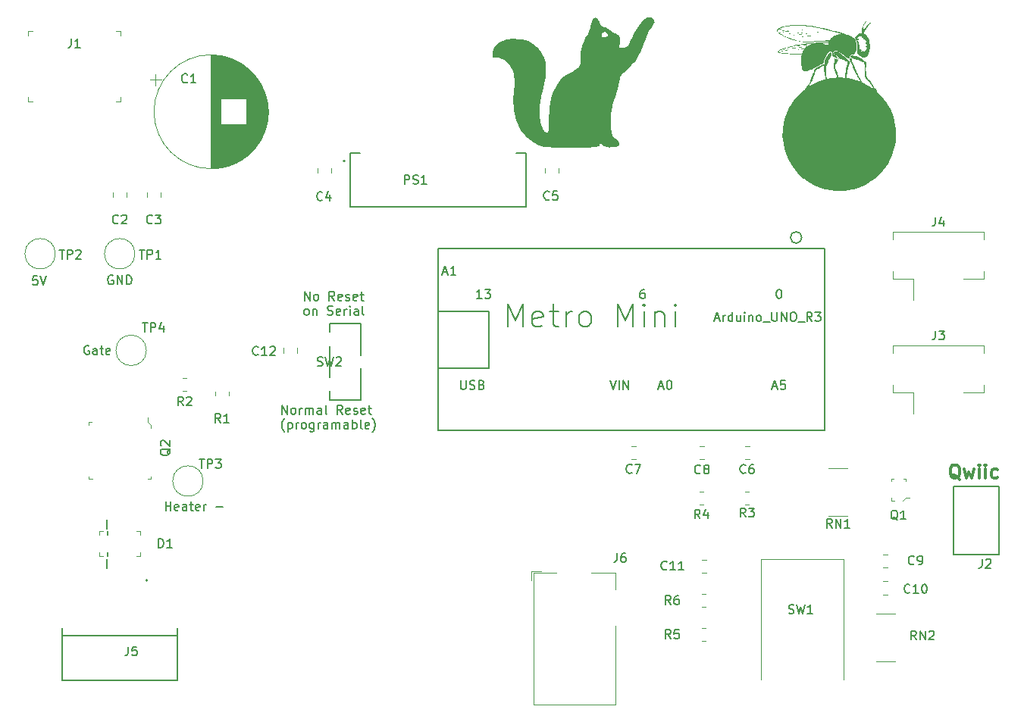
<source format=gbr>
%TF.GenerationSoftware,KiCad,Pcbnew,7.0.8*%
%TF.CreationDate,2023-10-19T15:00:40-04:00*%
%TF.ProjectId,ball_heater_controller,62616c6c-5f68-4656-9174-65725f636f6e,rev?*%
%TF.SameCoordinates,Original*%
%TF.FileFunction,Legend,Top*%
%TF.FilePolarity,Positive*%
%FSLAX46Y46*%
G04 Gerber Fmt 4.6, Leading zero omitted, Abs format (unit mm)*
G04 Created by KiCad (PCBNEW 7.0.8) date 2023-10-19 15:00:40*
%MOMM*%
%LPD*%
G01*
G04 APERTURE LIST*
%ADD10C,0.127000*%
%ADD11C,0.200000*%
%ADD12C,0.150000*%
%ADD13C,0.300000*%
%ADD14C,0.120000*%
%ADD15C,0.100000*%
G04 APERTURE END LIST*
D10*
X119705456Y-97293296D02*
X119705456Y-96277296D01*
X119705456Y-96277296D02*
X120286028Y-97293296D01*
X120286028Y-97293296D02*
X120286028Y-96277296D01*
X120914980Y-97293296D02*
X120818218Y-97244916D01*
X120818218Y-97244916D02*
X120769837Y-97196535D01*
X120769837Y-97196535D02*
X120721456Y-97099773D01*
X120721456Y-97099773D02*
X120721456Y-96809487D01*
X120721456Y-96809487D02*
X120769837Y-96712725D01*
X120769837Y-96712725D02*
X120818218Y-96664344D01*
X120818218Y-96664344D02*
X120914980Y-96615963D01*
X120914980Y-96615963D02*
X121060123Y-96615963D01*
X121060123Y-96615963D02*
X121156885Y-96664344D01*
X121156885Y-96664344D02*
X121205266Y-96712725D01*
X121205266Y-96712725D02*
X121253647Y-96809487D01*
X121253647Y-96809487D02*
X121253647Y-97099773D01*
X121253647Y-97099773D02*
X121205266Y-97196535D01*
X121205266Y-97196535D02*
X121156885Y-97244916D01*
X121156885Y-97244916D02*
X121060123Y-97293296D01*
X121060123Y-97293296D02*
X120914980Y-97293296D01*
X121689075Y-97293296D02*
X121689075Y-96615963D01*
X121689075Y-96809487D02*
X121737456Y-96712725D01*
X121737456Y-96712725D02*
X121785837Y-96664344D01*
X121785837Y-96664344D02*
X121882599Y-96615963D01*
X121882599Y-96615963D02*
X121979361Y-96615963D01*
X122318027Y-97293296D02*
X122318027Y-96615963D01*
X122318027Y-96712725D02*
X122366408Y-96664344D01*
X122366408Y-96664344D02*
X122463170Y-96615963D01*
X122463170Y-96615963D02*
X122608313Y-96615963D01*
X122608313Y-96615963D02*
X122705075Y-96664344D01*
X122705075Y-96664344D02*
X122753456Y-96761106D01*
X122753456Y-96761106D02*
X122753456Y-97293296D01*
X122753456Y-96761106D02*
X122801837Y-96664344D01*
X122801837Y-96664344D02*
X122898599Y-96615963D01*
X122898599Y-96615963D02*
X123043742Y-96615963D01*
X123043742Y-96615963D02*
X123140503Y-96664344D01*
X123140503Y-96664344D02*
X123188884Y-96761106D01*
X123188884Y-96761106D02*
X123188884Y-97293296D01*
X124108123Y-97293296D02*
X124108123Y-96761106D01*
X124108123Y-96761106D02*
X124059742Y-96664344D01*
X124059742Y-96664344D02*
X123962980Y-96615963D01*
X123962980Y-96615963D02*
X123769456Y-96615963D01*
X123769456Y-96615963D02*
X123672694Y-96664344D01*
X124108123Y-97244916D02*
X124011361Y-97293296D01*
X124011361Y-97293296D02*
X123769456Y-97293296D01*
X123769456Y-97293296D02*
X123672694Y-97244916D01*
X123672694Y-97244916D02*
X123624313Y-97148154D01*
X123624313Y-97148154D02*
X123624313Y-97051392D01*
X123624313Y-97051392D02*
X123672694Y-96954630D01*
X123672694Y-96954630D02*
X123769456Y-96906249D01*
X123769456Y-96906249D02*
X124011361Y-96906249D01*
X124011361Y-96906249D02*
X124108123Y-96857868D01*
X124737075Y-97293296D02*
X124640313Y-97244916D01*
X124640313Y-97244916D02*
X124591932Y-97148154D01*
X124591932Y-97148154D02*
X124591932Y-96277296D01*
X126478789Y-97293296D02*
X126140122Y-96809487D01*
X125898217Y-97293296D02*
X125898217Y-96277296D01*
X125898217Y-96277296D02*
X126285265Y-96277296D01*
X126285265Y-96277296D02*
X126382027Y-96325677D01*
X126382027Y-96325677D02*
X126430408Y-96374058D01*
X126430408Y-96374058D02*
X126478789Y-96470820D01*
X126478789Y-96470820D02*
X126478789Y-96615963D01*
X126478789Y-96615963D02*
X126430408Y-96712725D01*
X126430408Y-96712725D02*
X126382027Y-96761106D01*
X126382027Y-96761106D02*
X126285265Y-96809487D01*
X126285265Y-96809487D02*
X125898217Y-96809487D01*
X127301265Y-97244916D02*
X127204503Y-97293296D01*
X127204503Y-97293296D02*
X127010979Y-97293296D01*
X127010979Y-97293296D02*
X126914217Y-97244916D01*
X126914217Y-97244916D02*
X126865836Y-97148154D01*
X126865836Y-97148154D02*
X126865836Y-96761106D01*
X126865836Y-96761106D02*
X126914217Y-96664344D01*
X126914217Y-96664344D02*
X127010979Y-96615963D01*
X127010979Y-96615963D02*
X127204503Y-96615963D01*
X127204503Y-96615963D02*
X127301265Y-96664344D01*
X127301265Y-96664344D02*
X127349646Y-96761106D01*
X127349646Y-96761106D02*
X127349646Y-96857868D01*
X127349646Y-96857868D02*
X126865836Y-96954630D01*
X127736693Y-97244916D02*
X127833455Y-97293296D01*
X127833455Y-97293296D02*
X128026979Y-97293296D01*
X128026979Y-97293296D02*
X128123741Y-97244916D01*
X128123741Y-97244916D02*
X128172122Y-97148154D01*
X128172122Y-97148154D02*
X128172122Y-97099773D01*
X128172122Y-97099773D02*
X128123741Y-97003011D01*
X128123741Y-97003011D02*
X128026979Y-96954630D01*
X128026979Y-96954630D02*
X127881836Y-96954630D01*
X127881836Y-96954630D02*
X127785074Y-96906249D01*
X127785074Y-96906249D02*
X127736693Y-96809487D01*
X127736693Y-96809487D02*
X127736693Y-96761106D01*
X127736693Y-96761106D02*
X127785074Y-96664344D01*
X127785074Y-96664344D02*
X127881836Y-96615963D01*
X127881836Y-96615963D02*
X128026979Y-96615963D01*
X128026979Y-96615963D02*
X128123741Y-96664344D01*
X128994598Y-97244916D02*
X128897836Y-97293296D01*
X128897836Y-97293296D02*
X128704312Y-97293296D01*
X128704312Y-97293296D02*
X128607550Y-97244916D01*
X128607550Y-97244916D02*
X128559169Y-97148154D01*
X128559169Y-97148154D02*
X128559169Y-96761106D01*
X128559169Y-96761106D02*
X128607550Y-96664344D01*
X128607550Y-96664344D02*
X128704312Y-96615963D01*
X128704312Y-96615963D02*
X128897836Y-96615963D01*
X128897836Y-96615963D02*
X128994598Y-96664344D01*
X128994598Y-96664344D02*
X129042979Y-96761106D01*
X129042979Y-96761106D02*
X129042979Y-96857868D01*
X129042979Y-96857868D02*
X128559169Y-96954630D01*
X129333264Y-96615963D02*
X129720312Y-96615963D01*
X129478407Y-96277296D02*
X129478407Y-97148154D01*
X129478407Y-97148154D02*
X129526788Y-97244916D01*
X129526788Y-97244916D02*
X129623550Y-97293296D01*
X129623550Y-97293296D02*
X129720312Y-97293296D01*
X119995742Y-99316104D02*
X119947361Y-99267723D01*
X119947361Y-99267723D02*
X119850599Y-99122580D01*
X119850599Y-99122580D02*
X119802218Y-99025818D01*
X119802218Y-99025818D02*
X119753837Y-98880676D01*
X119753837Y-98880676D02*
X119705456Y-98638771D01*
X119705456Y-98638771D02*
X119705456Y-98445247D01*
X119705456Y-98445247D02*
X119753837Y-98203342D01*
X119753837Y-98203342D02*
X119802218Y-98058199D01*
X119802218Y-98058199D02*
X119850599Y-97961437D01*
X119850599Y-97961437D02*
X119947361Y-97816295D01*
X119947361Y-97816295D02*
X119995742Y-97767914D01*
X120382789Y-98251723D02*
X120382789Y-99267723D01*
X120382789Y-98300104D02*
X120479551Y-98251723D01*
X120479551Y-98251723D02*
X120673075Y-98251723D01*
X120673075Y-98251723D02*
X120769837Y-98300104D01*
X120769837Y-98300104D02*
X120818218Y-98348485D01*
X120818218Y-98348485D02*
X120866599Y-98445247D01*
X120866599Y-98445247D02*
X120866599Y-98735533D01*
X120866599Y-98735533D02*
X120818218Y-98832295D01*
X120818218Y-98832295D02*
X120769837Y-98880676D01*
X120769837Y-98880676D02*
X120673075Y-98929056D01*
X120673075Y-98929056D02*
X120479551Y-98929056D01*
X120479551Y-98929056D02*
X120382789Y-98880676D01*
X121302027Y-98929056D02*
X121302027Y-98251723D01*
X121302027Y-98445247D02*
X121350408Y-98348485D01*
X121350408Y-98348485D02*
X121398789Y-98300104D01*
X121398789Y-98300104D02*
X121495551Y-98251723D01*
X121495551Y-98251723D02*
X121592313Y-98251723D01*
X122076122Y-98929056D02*
X121979360Y-98880676D01*
X121979360Y-98880676D02*
X121930979Y-98832295D01*
X121930979Y-98832295D02*
X121882598Y-98735533D01*
X121882598Y-98735533D02*
X121882598Y-98445247D01*
X121882598Y-98445247D02*
X121930979Y-98348485D01*
X121930979Y-98348485D02*
X121979360Y-98300104D01*
X121979360Y-98300104D02*
X122076122Y-98251723D01*
X122076122Y-98251723D02*
X122221265Y-98251723D01*
X122221265Y-98251723D02*
X122318027Y-98300104D01*
X122318027Y-98300104D02*
X122366408Y-98348485D01*
X122366408Y-98348485D02*
X122414789Y-98445247D01*
X122414789Y-98445247D02*
X122414789Y-98735533D01*
X122414789Y-98735533D02*
X122366408Y-98832295D01*
X122366408Y-98832295D02*
X122318027Y-98880676D01*
X122318027Y-98880676D02*
X122221265Y-98929056D01*
X122221265Y-98929056D02*
X122076122Y-98929056D01*
X123285646Y-98251723D02*
X123285646Y-99074199D01*
X123285646Y-99074199D02*
X123237265Y-99170961D01*
X123237265Y-99170961D02*
X123188884Y-99219342D01*
X123188884Y-99219342D02*
X123092122Y-99267723D01*
X123092122Y-99267723D02*
X122946979Y-99267723D01*
X122946979Y-99267723D02*
X122850217Y-99219342D01*
X123285646Y-98880676D02*
X123188884Y-98929056D01*
X123188884Y-98929056D02*
X122995360Y-98929056D01*
X122995360Y-98929056D02*
X122898598Y-98880676D01*
X122898598Y-98880676D02*
X122850217Y-98832295D01*
X122850217Y-98832295D02*
X122801836Y-98735533D01*
X122801836Y-98735533D02*
X122801836Y-98445247D01*
X122801836Y-98445247D02*
X122850217Y-98348485D01*
X122850217Y-98348485D02*
X122898598Y-98300104D01*
X122898598Y-98300104D02*
X122995360Y-98251723D01*
X122995360Y-98251723D02*
X123188884Y-98251723D01*
X123188884Y-98251723D02*
X123285646Y-98300104D01*
X123769455Y-98929056D02*
X123769455Y-98251723D01*
X123769455Y-98445247D02*
X123817836Y-98348485D01*
X123817836Y-98348485D02*
X123866217Y-98300104D01*
X123866217Y-98300104D02*
X123962979Y-98251723D01*
X123962979Y-98251723D02*
X124059741Y-98251723D01*
X124833836Y-98929056D02*
X124833836Y-98396866D01*
X124833836Y-98396866D02*
X124785455Y-98300104D01*
X124785455Y-98300104D02*
X124688693Y-98251723D01*
X124688693Y-98251723D02*
X124495169Y-98251723D01*
X124495169Y-98251723D02*
X124398407Y-98300104D01*
X124833836Y-98880676D02*
X124737074Y-98929056D01*
X124737074Y-98929056D02*
X124495169Y-98929056D01*
X124495169Y-98929056D02*
X124398407Y-98880676D01*
X124398407Y-98880676D02*
X124350026Y-98783914D01*
X124350026Y-98783914D02*
X124350026Y-98687152D01*
X124350026Y-98687152D02*
X124398407Y-98590390D01*
X124398407Y-98590390D02*
X124495169Y-98542009D01*
X124495169Y-98542009D02*
X124737074Y-98542009D01*
X124737074Y-98542009D02*
X124833836Y-98493628D01*
X125317645Y-98929056D02*
X125317645Y-98251723D01*
X125317645Y-98348485D02*
X125366026Y-98300104D01*
X125366026Y-98300104D02*
X125462788Y-98251723D01*
X125462788Y-98251723D02*
X125607931Y-98251723D01*
X125607931Y-98251723D02*
X125704693Y-98300104D01*
X125704693Y-98300104D02*
X125753074Y-98396866D01*
X125753074Y-98396866D02*
X125753074Y-98929056D01*
X125753074Y-98396866D02*
X125801455Y-98300104D01*
X125801455Y-98300104D02*
X125898217Y-98251723D01*
X125898217Y-98251723D02*
X126043360Y-98251723D01*
X126043360Y-98251723D02*
X126140121Y-98300104D01*
X126140121Y-98300104D02*
X126188502Y-98396866D01*
X126188502Y-98396866D02*
X126188502Y-98929056D01*
X127107741Y-98929056D02*
X127107741Y-98396866D01*
X127107741Y-98396866D02*
X127059360Y-98300104D01*
X127059360Y-98300104D02*
X126962598Y-98251723D01*
X126962598Y-98251723D02*
X126769074Y-98251723D01*
X126769074Y-98251723D02*
X126672312Y-98300104D01*
X127107741Y-98880676D02*
X127010979Y-98929056D01*
X127010979Y-98929056D02*
X126769074Y-98929056D01*
X126769074Y-98929056D02*
X126672312Y-98880676D01*
X126672312Y-98880676D02*
X126623931Y-98783914D01*
X126623931Y-98783914D02*
X126623931Y-98687152D01*
X126623931Y-98687152D02*
X126672312Y-98590390D01*
X126672312Y-98590390D02*
X126769074Y-98542009D01*
X126769074Y-98542009D02*
X127010979Y-98542009D01*
X127010979Y-98542009D02*
X127107741Y-98493628D01*
X127591550Y-98929056D02*
X127591550Y-97913056D01*
X127591550Y-98300104D02*
X127688312Y-98251723D01*
X127688312Y-98251723D02*
X127881836Y-98251723D01*
X127881836Y-98251723D02*
X127978598Y-98300104D01*
X127978598Y-98300104D02*
X128026979Y-98348485D01*
X128026979Y-98348485D02*
X128075360Y-98445247D01*
X128075360Y-98445247D02*
X128075360Y-98735533D01*
X128075360Y-98735533D02*
X128026979Y-98832295D01*
X128026979Y-98832295D02*
X127978598Y-98880676D01*
X127978598Y-98880676D02*
X127881836Y-98929056D01*
X127881836Y-98929056D02*
X127688312Y-98929056D01*
X127688312Y-98929056D02*
X127591550Y-98880676D01*
X128655931Y-98929056D02*
X128559169Y-98880676D01*
X128559169Y-98880676D02*
X128510788Y-98783914D01*
X128510788Y-98783914D02*
X128510788Y-97913056D01*
X129430026Y-98880676D02*
X129333264Y-98929056D01*
X129333264Y-98929056D02*
X129139740Y-98929056D01*
X129139740Y-98929056D02*
X129042978Y-98880676D01*
X129042978Y-98880676D02*
X128994597Y-98783914D01*
X128994597Y-98783914D02*
X128994597Y-98396866D01*
X128994597Y-98396866D02*
X129042978Y-98300104D01*
X129042978Y-98300104D02*
X129139740Y-98251723D01*
X129139740Y-98251723D02*
X129333264Y-98251723D01*
X129333264Y-98251723D02*
X129430026Y-98300104D01*
X129430026Y-98300104D02*
X129478407Y-98396866D01*
X129478407Y-98396866D02*
X129478407Y-98493628D01*
X129478407Y-98493628D02*
X128994597Y-98590390D01*
X129817073Y-99316104D02*
X129865454Y-99267723D01*
X129865454Y-99267723D02*
X129962216Y-99122580D01*
X129962216Y-99122580D02*
X130010597Y-99025818D01*
X130010597Y-99025818D02*
X130058978Y-98880676D01*
X130058978Y-98880676D02*
X130107359Y-98638771D01*
X130107359Y-98638771D02*
X130107359Y-98445247D01*
X130107359Y-98445247D02*
X130058978Y-98203342D01*
X130058978Y-98203342D02*
X130010597Y-98058199D01*
X130010597Y-98058199D02*
X129962216Y-97961437D01*
X129962216Y-97961437D02*
X129865454Y-97816295D01*
X129865454Y-97816295D02*
X129817073Y-97767914D01*
X122245456Y-84593296D02*
X122245456Y-83577296D01*
X122245456Y-83577296D02*
X122826028Y-84593296D01*
X122826028Y-84593296D02*
X122826028Y-83577296D01*
X123454980Y-84593296D02*
X123358218Y-84544916D01*
X123358218Y-84544916D02*
X123309837Y-84496535D01*
X123309837Y-84496535D02*
X123261456Y-84399773D01*
X123261456Y-84399773D02*
X123261456Y-84109487D01*
X123261456Y-84109487D02*
X123309837Y-84012725D01*
X123309837Y-84012725D02*
X123358218Y-83964344D01*
X123358218Y-83964344D02*
X123454980Y-83915963D01*
X123454980Y-83915963D02*
X123600123Y-83915963D01*
X123600123Y-83915963D02*
X123696885Y-83964344D01*
X123696885Y-83964344D02*
X123745266Y-84012725D01*
X123745266Y-84012725D02*
X123793647Y-84109487D01*
X123793647Y-84109487D02*
X123793647Y-84399773D01*
X123793647Y-84399773D02*
X123745266Y-84496535D01*
X123745266Y-84496535D02*
X123696885Y-84544916D01*
X123696885Y-84544916D02*
X123600123Y-84593296D01*
X123600123Y-84593296D02*
X123454980Y-84593296D01*
X125583742Y-84593296D02*
X125245075Y-84109487D01*
X125003170Y-84593296D02*
X125003170Y-83577296D01*
X125003170Y-83577296D02*
X125390218Y-83577296D01*
X125390218Y-83577296D02*
X125486980Y-83625677D01*
X125486980Y-83625677D02*
X125535361Y-83674058D01*
X125535361Y-83674058D02*
X125583742Y-83770820D01*
X125583742Y-83770820D02*
X125583742Y-83915963D01*
X125583742Y-83915963D02*
X125535361Y-84012725D01*
X125535361Y-84012725D02*
X125486980Y-84061106D01*
X125486980Y-84061106D02*
X125390218Y-84109487D01*
X125390218Y-84109487D02*
X125003170Y-84109487D01*
X126406218Y-84544916D02*
X126309456Y-84593296D01*
X126309456Y-84593296D02*
X126115932Y-84593296D01*
X126115932Y-84593296D02*
X126019170Y-84544916D01*
X126019170Y-84544916D02*
X125970789Y-84448154D01*
X125970789Y-84448154D02*
X125970789Y-84061106D01*
X125970789Y-84061106D02*
X126019170Y-83964344D01*
X126019170Y-83964344D02*
X126115932Y-83915963D01*
X126115932Y-83915963D02*
X126309456Y-83915963D01*
X126309456Y-83915963D02*
X126406218Y-83964344D01*
X126406218Y-83964344D02*
X126454599Y-84061106D01*
X126454599Y-84061106D02*
X126454599Y-84157868D01*
X126454599Y-84157868D02*
X125970789Y-84254630D01*
X126841646Y-84544916D02*
X126938408Y-84593296D01*
X126938408Y-84593296D02*
X127131932Y-84593296D01*
X127131932Y-84593296D02*
X127228694Y-84544916D01*
X127228694Y-84544916D02*
X127277075Y-84448154D01*
X127277075Y-84448154D02*
X127277075Y-84399773D01*
X127277075Y-84399773D02*
X127228694Y-84303011D01*
X127228694Y-84303011D02*
X127131932Y-84254630D01*
X127131932Y-84254630D02*
X126986789Y-84254630D01*
X126986789Y-84254630D02*
X126890027Y-84206249D01*
X126890027Y-84206249D02*
X126841646Y-84109487D01*
X126841646Y-84109487D02*
X126841646Y-84061106D01*
X126841646Y-84061106D02*
X126890027Y-83964344D01*
X126890027Y-83964344D02*
X126986789Y-83915963D01*
X126986789Y-83915963D02*
X127131932Y-83915963D01*
X127131932Y-83915963D02*
X127228694Y-83964344D01*
X128099551Y-84544916D02*
X128002789Y-84593296D01*
X128002789Y-84593296D02*
X127809265Y-84593296D01*
X127809265Y-84593296D02*
X127712503Y-84544916D01*
X127712503Y-84544916D02*
X127664122Y-84448154D01*
X127664122Y-84448154D02*
X127664122Y-84061106D01*
X127664122Y-84061106D02*
X127712503Y-83964344D01*
X127712503Y-83964344D02*
X127809265Y-83915963D01*
X127809265Y-83915963D02*
X128002789Y-83915963D01*
X128002789Y-83915963D02*
X128099551Y-83964344D01*
X128099551Y-83964344D02*
X128147932Y-84061106D01*
X128147932Y-84061106D02*
X128147932Y-84157868D01*
X128147932Y-84157868D02*
X127664122Y-84254630D01*
X128438217Y-83915963D02*
X128825265Y-83915963D01*
X128583360Y-83577296D02*
X128583360Y-84448154D01*
X128583360Y-84448154D02*
X128631741Y-84544916D01*
X128631741Y-84544916D02*
X128728503Y-84593296D01*
X128728503Y-84593296D02*
X128825265Y-84593296D01*
X122390599Y-86229056D02*
X122293837Y-86180676D01*
X122293837Y-86180676D02*
X122245456Y-86132295D01*
X122245456Y-86132295D02*
X122197075Y-86035533D01*
X122197075Y-86035533D02*
X122197075Y-85745247D01*
X122197075Y-85745247D02*
X122245456Y-85648485D01*
X122245456Y-85648485D02*
X122293837Y-85600104D01*
X122293837Y-85600104D02*
X122390599Y-85551723D01*
X122390599Y-85551723D02*
X122535742Y-85551723D01*
X122535742Y-85551723D02*
X122632504Y-85600104D01*
X122632504Y-85600104D02*
X122680885Y-85648485D01*
X122680885Y-85648485D02*
X122729266Y-85745247D01*
X122729266Y-85745247D02*
X122729266Y-86035533D01*
X122729266Y-86035533D02*
X122680885Y-86132295D01*
X122680885Y-86132295D02*
X122632504Y-86180676D01*
X122632504Y-86180676D02*
X122535742Y-86229056D01*
X122535742Y-86229056D02*
X122390599Y-86229056D01*
X123164694Y-85551723D02*
X123164694Y-86229056D01*
X123164694Y-85648485D02*
X123213075Y-85600104D01*
X123213075Y-85600104D02*
X123309837Y-85551723D01*
X123309837Y-85551723D02*
X123454980Y-85551723D01*
X123454980Y-85551723D02*
X123551742Y-85600104D01*
X123551742Y-85600104D02*
X123600123Y-85696866D01*
X123600123Y-85696866D02*
X123600123Y-86229056D01*
X124809646Y-86180676D02*
X124954789Y-86229056D01*
X124954789Y-86229056D02*
X125196694Y-86229056D01*
X125196694Y-86229056D02*
X125293456Y-86180676D01*
X125293456Y-86180676D02*
X125341837Y-86132295D01*
X125341837Y-86132295D02*
X125390218Y-86035533D01*
X125390218Y-86035533D02*
X125390218Y-85938771D01*
X125390218Y-85938771D02*
X125341837Y-85842009D01*
X125341837Y-85842009D02*
X125293456Y-85793628D01*
X125293456Y-85793628D02*
X125196694Y-85745247D01*
X125196694Y-85745247D02*
X125003170Y-85696866D01*
X125003170Y-85696866D02*
X124906408Y-85648485D01*
X124906408Y-85648485D02*
X124858027Y-85600104D01*
X124858027Y-85600104D02*
X124809646Y-85503342D01*
X124809646Y-85503342D02*
X124809646Y-85406580D01*
X124809646Y-85406580D02*
X124858027Y-85309818D01*
X124858027Y-85309818D02*
X124906408Y-85261437D01*
X124906408Y-85261437D02*
X125003170Y-85213056D01*
X125003170Y-85213056D02*
X125245075Y-85213056D01*
X125245075Y-85213056D02*
X125390218Y-85261437D01*
X126212694Y-86180676D02*
X126115932Y-86229056D01*
X126115932Y-86229056D02*
X125922408Y-86229056D01*
X125922408Y-86229056D02*
X125825646Y-86180676D01*
X125825646Y-86180676D02*
X125777265Y-86083914D01*
X125777265Y-86083914D02*
X125777265Y-85696866D01*
X125777265Y-85696866D02*
X125825646Y-85600104D01*
X125825646Y-85600104D02*
X125922408Y-85551723D01*
X125922408Y-85551723D02*
X126115932Y-85551723D01*
X126115932Y-85551723D02*
X126212694Y-85600104D01*
X126212694Y-85600104D02*
X126261075Y-85696866D01*
X126261075Y-85696866D02*
X126261075Y-85793628D01*
X126261075Y-85793628D02*
X125777265Y-85890390D01*
X126696503Y-86229056D02*
X126696503Y-85551723D01*
X126696503Y-85745247D02*
X126744884Y-85648485D01*
X126744884Y-85648485D02*
X126793265Y-85600104D01*
X126793265Y-85600104D02*
X126890027Y-85551723D01*
X126890027Y-85551723D02*
X126986789Y-85551723D01*
X127325455Y-86229056D02*
X127325455Y-85551723D01*
X127325455Y-85213056D02*
X127277074Y-85261437D01*
X127277074Y-85261437D02*
X127325455Y-85309818D01*
X127325455Y-85309818D02*
X127373836Y-85261437D01*
X127373836Y-85261437D02*
X127325455Y-85213056D01*
X127325455Y-85213056D02*
X127325455Y-85309818D01*
X128244694Y-86229056D02*
X128244694Y-85696866D01*
X128244694Y-85696866D02*
X128196313Y-85600104D01*
X128196313Y-85600104D02*
X128099551Y-85551723D01*
X128099551Y-85551723D02*
X127906027Y-85551723D01*
X127906027Y-85551723D02*
X127809265Y-85600104D01*
X128244694Y-86180676D02*
X128147932Y-86229056D01*
X128147932Y-86229056D02*
X127906027Y-86229056D01*
X127906027Y-86229056D02*
X127809265Y-86180676D01*
X127809265Y-86180676D02*
X127760884Y-86083914D01*
X127760884Y-86083914D02*
X127760884Y-85987152D01*
X127760884Y-85987152D02*
X127809265Y-85890390D01*
X127809265Y-85890390D02*
X127906027Y-85842009D01*
X127906027Y-85842009D02*
X128147932Y-85842009D01*
X128147932Y-85842009D02*
X128244694Y-85793628D01*
X128873646Y-86229056D02*
X128776884Y-86180676D01*
X128776884Y-86180676D02*
X128728503Y-86083914D01*
X128728503Y-86083914D02*
X128728503Y-85213056D01*
D11*
X100203000Y-109093000D02*
X100203000Y-110109000D01*
X100203000Y-113538000D02*
X100203000Y-114554000D01*
D12*
X106732229Y-108054580D02*
X106732229Y-107054580D01*
X106732229Y-107530770D02*
X107303657Y-107530770D01*
X107303657Y-108054580D02*
X107303657Y-107054580D01*
X108160800Y-108006961D02*
X108065562Y-108054580D01*
X108065562Y-108054580D02*
X107875086Y-108054580D01*
X107875086Y-108054580D02*
X107779848Y-108006961D01*
X107779848Y-108006961D02*
X107732229Y-107911722D01*
X107732229Y-107911722D02*
X107732229Y-107530770D01*
X107732229Y-107530770D02*
X107779848Y-107435532D01*
X107779848Y-107435532D02*
X107875086Y-107387913D01*
X107875086Y-107387913D02*
X108065562Y-107387913D01*
X108065562Y-107387913D02*
X108160800Y-107435532D01*
X108160800Y-107435532D02*
X108208419Y-107530770D01*
X108208419Y-107530770D02*
X108208419Y-107626008D01*
X108208419Y-107626008D02*
X107732229Y-107721246D01*
X109065562Y-108054580D02*
X109065562Y-107530770D01*
X109065562Y-107530770D02*
X109017943Y-107435532D01*
X109017943Y-107435532D02*
X108922705Y-107387913D01*
X108922705Y-107387913D02*
X108732229Y-107387913D01*
X108732229Y-107387913D02*
X108636991Y-107435532D01*
X109065562Y-108006961D02*
X108970324Y-108054580D01*
X108970324Y-108054580D02*
X108732229Y-108054580D01*
X108732229Y-108054580D02*
X108636991Y-108006961D01*
X108636991Y-108006961D02*
X108589372Y-107911722D01*
X108589372Y-107911722D02*
X108589372Y-107816484D01*
X108589372Y-107816484D02*
X108636991Y-107721246D01*
X108636991Y-107721246D02*
X108732229Y-107673627D01*
X108732229Y-107673627D02*
X108970324Y-107673627D01*
X108970324Y-107673627D02*
X109065562Y-107626008D01*
X109398896Y-107387913D02*
X109779848Y-107387913D01*
X109541753Y-107054580D02*
X109541753Y-107911722D01*
X109541753Y-107911722D02*
X109589372Y-108006961D01*
X109589372Y-108006961D02*
X109684610Y-108054580D01*
X109684610Y-108054580D02*
X109779848Y-108054580D01*
X110494134Y-108006961D02*
X110398896Y-108054580D01*
X110398896Y-108054580D02*
X110208420Y-108054580D01*
X110208420Y-108054580D02*
X110113182Y-108006961D01*
X110113182Y-108006961D02*
X110065563Y-107911722D01*
X110065563Y-107911722D02*
X110065563Y-107530770D01*
X110065563Y-107530770D02*
X110113182Y-107435532D01*
X110113182Y-107435532D02*
X110208420Y-107387913D01*
X110208420Y-107387913D02*
X110398896Y-107387913D01*
X110398896Y-107387913D02*
X110494134Y-107435532D01*
X110494134Y-107435532D02*
X110541753Y-107530770D01*
X110541753Y-107530770D02*
X110541753Y-107626008D01*
X110541753Y-107626008D02*
X110065563Y-107721246D01*
X110970325Y-108054580D02*
X110970325Y-107387913D01*
X110970325Y-107578389D02*
X111017944Y-107483151D01*
X111017944Y-107483151D02*
X111065563Y-107435532D01*
X111065563Y-107435532D02*
X111160801Y-107387913D01*
X111160801Y-107387913D02*
X111256039Y-107387913D01*
X112351278Y-107673627D02*
X113113183Y-107673627D01*
X100838094Y-81839415D02*
X100742856Y-81791796D01*
X100742856Y-81791796D02*
X100599999Y-81791796D01*
X100599999Y-81791796D02*
X100457142Y-81839415D01*
X100457142Y-81839415D02*
X100361904Y-81934653D01*
X100361904Y-81934653D02*
X100314285Y-82029891D01*
X100314285Y-82029891D02*
X100266666Y-82220367D01*
X100266666Y-82220367D02*
X100266666Y-82363224D01*
X100266666Y-82363224D02*
X100314285Y-82553700D01*
X100314285Y-82553700D02*
X100361904Y-82648938D01*
X100361904Y-82648938D02*
X100457142Y-82744177D01*
X100457142Y-82744177D02*
X100599999Y-82791796D01*
X100599999Y-82791796D02*
X100695237Y-82791796D01*
X100695237Y-82791796D02*
X100838094Y-82744177D01*
X100838094Y-82744177D02*
X100885713Y-82696557D01*
X100885713Y-82696557D02*
X100885713Y-82363224D01*
X100885713Y-82363224D02*
X100695237Y-82363224D01*
X101314285Y-82791796D02*
X101314285Y-81791796D01*
X101314285Y-81791796D02*
X101885713Y-82791796D01*
X101885713Y-82791796D02*
X101885713Y-81791796D01*
X102361904Y-82791796D02*
X102361904Y-81791796D01*
X102361904Y-81791796D02*
X102599999Y-81791796D01*
X102599999Y-81791796D02*
X102742856Y-81839415D01*
X102742856Y-81839415D02*
X102838094Y-81934653D01*
X102838094Y-81934653D02*
X102885713Y-82029891D01*
X102885713Y-82029891D02*
X102933332Y-82220367D01*
X102933332Y-82220367D02*
X102933332Y-82363224D01*
X102933332Y-82363224D02*
X102885713Y-82553700D01*
X102885713Y-82553700D02*
X102838094Y-82648938D01*
X102838094Y-82648938D02*
X102742856Y-82744177D01*
X102742856Y-82744177D02*
X102599999Y-82791796D01*
X102599999Y-82791796D02*
X102361904Y-82791796D01*
X92417099Y-81876630D02*
X91940909Y-81876630D01*
X91940909Y-81876630D02*
X91893290Y-82352820D01*
X91893290Y-82352820D02*
X91940909Y-82305201D01*
X91940909Y-82305201D02*
X92036147Y-82257582D01*
X92036147Y-82257582D02*
X92274242Y-82257582D01*
X92274242Y-82257582D02*
X92369480Y-82305201D01*
X92369480Y-82305201D02*
X92417099Y-82352820D01*
X92417099Y-82352820D02*
X92464718Y-82448058D01*
X92464718Y-82448058D02*
X92464718Y-82686153D01*
X92464718Y-82686153D02*
X92417099Y-82781391D01*
X92417099Y-82781391D02*
X92369480Y-82829011D01*
X92369480Y-82829011D02*
X92274242Y-82876630D01*
X92274242Y-82876630D02*
X92036147Y-82876630D01*
X92036147Y-82876630D02*
X91940909Y-82829011D01*
X91940909Y-82829011D02*
X91893290Y-82781391D01*
X92750433Y-81876630D02*
X93083766Y-82876630D01*
X93083766Y-82876630D02*
X93417099Y-81876630D01*
D13*
X195452415Y-104605081D02*
X195309558Y-104533653D01*
X195309558Y-104533653D02*
X195166701Y-104390796D01*
X195166701Y-104390796D02*
X194952415Y-104176510D01*
X194952415Y-104176510D02*
X194809558Y-104105081D01*
X194809558Y-104105081D02*
X194666701Y-104105081D01*
X194738130Y-104462224D02*
X194595273Y-104390796D01*
X194595273Y-104390796D02*
X194452415Y-104247938D01*
X194452415Y-104247938D02*
X194380987Y-103962224D01*
X194380987Y-103962224D02*
X194380987Y-103462224D01*
X194380987Y-103462224D02*
X194452415Y-103176510D01*
X194452415Y-103176510D02*
X194595273Y-103033653D01*
X194595273Y-103033653D02*
X194738130Y-102962224D01*
X194738130Y-102962224D02*
X195023844Y-102962224D01*
X195023844Y-102962224D02*
X195166701Y-103033653D01*
X195166701Y-103033653D02*
X195309558Y-103176510D01*
X195309558Y-103176510D02*
X195380987Y-103462224D01*
X195380987Y-103462224D02*
X195380987Y-103962224D01*
X195380987Y-103962224D02*
X195309558Y-104247938D01*
X195309558Y-104247938D02*
X195166701Y-104390796D01*
X195166701Y-104390796D02*
X195023844Y-104462224D01*
X195023844Y-104462224D02*
X194738130Y-104462224D01*
X195880987Y-103462224D02*
X196166702Y-104462224D01*
X196166702Y-104462224D02*
X196452416Y-103747938D01*
X196452416Y-103747938D02*
X196738130Y-104462224D01*
X196738130Y-104462224D02*
X197023844Y-103462224D01*
X197595273Y-104462224D02*
X197595273Y-103462224D01*
X197595273Y-102962224D02*
X197523845Y-103033653D01*
X197523845Y-103033653D02*
X197595273Y-103105081D01*
X197595273Y-103105081D02*
X197666702Y-103033653D01*
X197666702Y-103033653D02*
X197595273Y-102962224D01*
X197595273Y-102962224D02*
X197595273Y-103105081D01*
X198309559Y-104462224D02*
X198309559Y-103462224D01*
X198309559Y-102962224D02*
X198238131Y-103033653D01*
X198238131Y-103033653D02*
X198309559Y-103105081D01*
X198309559Y-103105081D02*
X198380988Y-103033653D01*
X198380988Y-103033653D02*
X198309559Y-102962224D01*
X198309559Y-102962224D02*
X198309559Y-103105081D01*
X199666703Y-104390796D02*
X199523845Y-104462224D01*
X199523845Y-104462224D02*
X199238131Y-104462224D01*
X199238131Y-104462224D02*
X199095274Y-104390796D01*
X199095274Y-104390796D02*
X199023845Y-104319367D01*
X199023845Y-104319367D02*
X198952417Y-104176510D01*
X198952417Y-104176510D02*
X198952417Y-103747938D01*
X198952417Y-103747938D02*
X199023845Y-103605081D01*
X199023845Y-103605081D02*
X199095274Y-103533653D01*
X199095274Y-103533653D02*
X199238131Y-103462224D01*
X199238131Y-103462224D02*
X199523845Y-103462224D01*
X199523845Y-103462224D02*
X199666703Y-103533653D01*
D12*
X98155237Y-89672438D02*
X98059999Y-89624819D01*
X98059999Y-89624819D02*
X97917142Y-89624819D01*
X97917142Y-89624819D02*
X97774285Y-89672438D01*
X97774285Y-89672438D02*
X97679047Y-89767676D01*
X97679047Y-89767676D02*
X97631428Y-89862914D01*
X97631428Y-89862914D02*
X97583809Y-90053390D01*
X97583809Y-90053390D02*
X97583809Y-90196247D01*
X97583809Y-90196247D02*
X97631428Y-90386723D01*
X97631428Y-90386723D02*
X97679047Y-90481961D01*
X97679047Y-90481961D02*
X97774285Y-90577200D01*
X97774285Y-90577200D02*
X97917142Y-90624819D01*
X97917142Y-90624819D02*
X98012380Y-90624819D01*
X98012380Y-90624819D02*
X98155237Y-90577200D01*
X98155237Y-90577200D02*
X98202856Y-90529580D01*
X98202856Y-90529580D02*
X98202856Y-90196247D01*
X98202856Y-90196247D02*
X98012380Y-90196247D01*
X99059999Y-90624819D02*
X99059999Y-90101009D01*
X99059999Y-90101009D02*
X99012380Y-90005771D01*
X99012380Y-90005771D02*
X98917142Y-89958152D01*
X98917142Y-89958152D02*
X98726666Y-89958152D01*
X98726666Y-89958152D02*
X98631428Y-90005771D01*
X99059999Y-90577200D02*
X98964761Y-90624819D01*
X98964761Y-90624819D02*
X98726666Y-90624819D01*
X98726666Y-90624819D02*
X98631428Y-90577200D01*
X98631428Y-90577200D02*
X98583809Y-90481961D01*
X98583809Y-90481961D02*
X98583809Y-90386723D01*
X98583809Y-90386723D02*
X98631428Y-90291485D01*
X98631428Y-90291485D02*
X98726666Y-90243866D01*
X98726666Y-90243866D02*
X98964761Y-90243866D01*
X98964761Y-90243866D02*
X99059999Y-90196247D01*
X99393333Y-89958152D02*
X99774285Y-89958152D01*
X99536190Y-89624819D02*
X99536190Y-90481961D01*
X99536190Y-90481961D02*
X99583809Y-90577200D01*
X99583809Y-90577200D02*
X99679047Y-90624819D01*
X99679047Y-90624819D02*
X99774285Y-90624819D01*
X100488571Y-90577200D02*
X100393333Y-90624819D01*
X100393333Y-90624819D02*
X100202857Y-90624819D01*
X100202857Y-90624819D02*
X100107619Y-90577200D01*
X100107619Y-90577200D02*
X100060000Y-90481961D01*
X100060000Y-90481961D02*
X100060000Y-90101009D01*
X100060000Y-90101009D02*
X100107619Y-90005771D01*
X100107619Y-90005771D02*
X100202857Y-89958152D01*
X100202857Y-89958152D02*
X100393333Y-89958152D01*
X100393333Y-89958152D02*
X100488571Y-90005771D01*
X100488571Y-90005771D02*
X100536190Y-90101009D01*
X100536190Y-90101009D02*
X100536190Y-90196247D01*
X100536190Y-90196247D02*
X100060000Y-90291485D01*
X123684167Y-91872200D02*
X123827024Y-91919819D01*
X123827024Y-91919819D02*
X124065119Y-91919819D01*
X124065119Y-91919819D02*
X124160357Y-91872200D01*
X124160357Y-91872200D02*
X124207976Y-91824580D01*
X124207976Y-91824580D02*
X124255595Y-91729342D01*
X124255595Y-91729342D02*
X124255595Y-91634104D01*
X124255595Y-91634104D02*
X124207976Y-91538866D01*
X124207976Y-91538866D02*
X124160357Y-91491247D01*
X124160357Y-91491247D02*
X124065119Y-91443628D01*
X124065119Y-91443628D02*
X123874643Y-91396009D01*
X123874643Y-91396009D02*
X123779405Y-91348390D01*
X123779405Y-91348390D02*
X123731786Y-91300771D01*
X123731786Y-91300771D02*
X123684167Y-91205533D01*
X123684167Y-91205533D02*
X123684167Y-91110295D01*
X123684167Y-91110295D02*
X123731786Y-91015057D01*
X123731786Y-91015057D02*
X123779405Y-90967438D01*
X123779405Y-90967438D02*
X123874643Y-90919819D01*
X123874643Y-90919819D02*
X124112738Y-90919819D01*
X124112738Y-90919819D02*
X124255595Y-90967438D01*
X124588929Y-90919819D02*
X124827024Y-91919819D01*
X124827024Y-91919819D02*
X125017500Y-91205533D01*
X125017500Y-91205533D02*
X125207976Y-91919819D01*
X125207976Y-91919819D02*
X125446072Y-90919819D01*
X125779405Y-91015057D02*
X125827024Y-90967438D01*
X125827024Y-90967438D02*
X125922262Y-90919819D01*
X125922262Y-90919819D02*
X126160357Y-90919819D01*
X126160357Y-90919819D02*
X126255595Y-90967438D01*
X126255595Y-90967438D02*
X126303214Y-91015057D01*
X126303214Y-91015057D02*
X126350833Y-91110295D01*
X126350833Y-91110295D02*
X126350833Y-91205533D01*
X126350833Y-91205533D02*
X126303214Y-91348390D01*
X126303214Y-91348390D02*
X125731786Y-91919819D01*
X125731786Y-91919819D02*
X126350833Y-91919819D01*
X117068101Y-90631255D02*
X117020482Y-90678875D01*
X117020482Y-90678875D02*
X116877625Y-90726494D01*
X116877625Y-90726494D02*
X116782387Y-90726494D01*
X116782387Y-90726494D02*
X116639530Y-90678875D01*
X116639530Y-90678875D02*
X116544292Y-90583636D01*
X116544292Y-90583636D02*
X116496673Y-90488398D01*
X116496673Y-90488398D02*
X116449054Y-90297922D01*
X116449054Y-90297922D02*
X116449054Y-90155065D01*
X116449054Y-90155065D02*
X116496673Y-89964589D01*
X116496673Y-89964589D02*
X116544292Y-89869351D01*
X116544292Y-89869351D02*
X116639530Y-89774113D01*
X116639530Y-89774113D02*
X116782387Y-89726494D01*
X116782387Y-89726494D02*
X116877625Y-89726494D01*
X116877625Y-89726494D02*
X117020482Y-89774113D01*
X117020482Y-89774113D02*
X117068101Y-89821732D01*
X118020482Y-90726494D02*
X117449054Y-90726494D01*
X117734768Y-90726494D02*
X117734768Y-89726494D01*
X117734768Y-89726494D02*
X117639530Y-89869351D01*
X117639530Y-89869351D02*
X117544292Y-89964589D01*
X117544292Y-89964589D02*
X117449054Y-90012208D01*
X118401435Y-89821732D02*
X118449054Y-89774113D01*
X118449054Y-89774113D02*
X118544292Y-89726494D01*
X118544292Y-89726494D02*
X118782387Y-89726494D01*
X118782387Y-89726494D02*
X118877625Y-89774113D01*
X118877625Y-89774113D02*
X118925244Y-89821732D01*
X118925244Y-89821732D02*
X118972863Y-89916970D01*
X118972863Y-89916970D02*
X118972863Y-90012208D01*
X118972863Y-90012208D02*
X118925244Y-90155065D01*
X118925244Y-90155065D02*
X118353816Y-90726494D01*
X118353816Y-90726494D02*
X118972863Y-90726494D01*
X171515833Y-108784819D02*
X171182500Y-108308628D01*
X170944405Y-108784819D02*
X170944405Y-107784819D01*
X170944405Y-107784819D02*
X171325357Y-107784819D01*
X171325357Y-107784819D02*
X171420595Y-107832438D01*
X171420595Y-107832438D02*
X171468214Y-107880057D01*
X171468214Y-107880057D02*
X171515833Y-107975295D01*
X171515833Y-107975295D02*
X171515833Y-108118152D01*
X171515833Y-108118152D02*
X171468214Y-108213390D01*
X171468214Y-108213390D02*
X171420595Y-108261009D01*
X171420595Y-108261009D02*
X171325357Y-108308628D01*
X171325357Y-108308628D02*
X170944405Y-108308628D01*
X171849167Y-107784819D02*
X172468214Y-107784819D01*
X172468214Y-107784819D02*
X172134881Y-108165771D01*
X172134881Y-108165771D02*
X172277738Y-108165771D01*
X172277738Y-108165771D02*
X172372976Y-108213390D01*
X172372976Y-108213390D02*
X172420595Y-108261009D01*
X172420595Y-108261009D02*
X172468214Y-108356247D01*
X172468214Y-108356247D02*
X172468214Y-108594342D01*
X172468214Y-108594342D02*
X172420595Y-108689580D01*
X172420595Y-108689580D02*
X172372976Y-108737200D01*
X172372976Y-108737200D02*
X172277738Y-108784819D01*
X172277738Y-108784819D02*
X171992024Y-108784819D01*
X171992024Y-108784819D02*
X171896786Y-108737200D01*
X171896786Y-108737200D02*
X171849167Y-108689580D01*
X197919466Y-113485763D02*
X197919466Y-114200048D01*
X197919466Y-114200048D02*
X197871847Y-114342905D01*
X197871847Y-114342905D02*
X197776609Y-114438144D01*
X197776609Y-114438144D02*
X197633752Y-114485763D01*
X197633752Y-114485763D02*
X197538514Y-114485763D01*
X198348038Y-113581001D02*
X198395657Y-113533382D01*
X198395657Y-113533382D02*
X198490895Y-113485763D01*
X198490895Y-113485763D02*
X198728990Y-113485763D01*
X198728990Y-113485763D02*
X198824228Y-113533382D01*
X198824228Y-113533382D02*
X198871847Y-113581001D01*
X198871847Y-113581001D02*
X198919466Y-113676239D01*
X198919466Y-113676239D02*
X198919466Y-113771477D01*
X198919466Y-113771477D02*
X198871847Y-113914334D01*
X198871847Y-113914334D02*
X198300419Y-114485763D01*
X198300419Y-114485763D02*
X198919466Y-114485763D01*
X163155333Y-122374819D02*
X162822000Y-121898628D01*
X162583905Y-122374819D02*
X162583905Y-121374819D01*
X162583905Y-121374819D02*
X162964857Y-121374819D01*
X162964857Y-121374819D02*
X163060095Y-121422438D01*
X163060095Y-121422438D02*
X163107714Y-121470057D01*
X163107714Y-121470057D02*
X163155333Y-121565295D01*
X163155333Y-121565295D02*
X163155333Y-121708152D01*
X163155333Y-121708152D02*
X163107714Y-121803390D01*
X163107714Y-121803390D02*
X163060095Y-121851009D01*
X163060095Y-121851009D02*
X162964857Y-121898628D01*
X162964857Y-121898628D02*
X162583905Y-121898628D01*
X164060095Y-121374819D02*
X163583905Y-121374819D01*
X163583905Y-121374819D02*
X163536286Y-121851009D01*
X163536286Y-121851009D02*
X163583905Y-121803390D01*
X163583905Y-121803390D02*
X163679143Y-121755771D01*
X163679143Y-121755771D02*
X163917238Y-121755771D01*
X163917238Y-121755771D02*
X164012476Y-121803390D01*
X164012476Y-121803390D02*
X164060095Y-121851009D01*
X164060095Y-121851009D02*
X164107714Y-121946247D01*
X164107714Y-121946247D02*
X164107714Y-122184342D01*
X164107714Y-122184342D02*
X164060095Y-122279580D01*
X164060095Y-122279580D02*
X164012476Y-122327200D01*
X164012476Y-122327200D02*
X163917238Y-122374819D01*
X163917238Y-122374819D02*
X163679143Y-122374819D01*
X163679143Y-122374819D02*
X163583905Y-122327200D01*
X163583905Y-122327200D02*
X163536286Y-122279580D01*
X166411240Y-108958869D02*
X166077907Y-108482678D01*
X165839812Y-108958869D02*
X165839812Y-107958869D01*
X165839812Y-107958869D02*
X166220764Y-107958869D01*
X166220764Y-107958869D02*
X166316002Y-108006488D01*
X166316002Y-108006488D02*
X166363621Y-108054107D01*
X166363621Y-108054107D02*
X166411240Y-108149345D01*
X166411240Y-108149345D02*
X166411240Y-108292202D01*
X166411240Y-108292202D02*
X166363621Y-108387440D01*
X166363621Y-108387440D02*
X166316002Y-108435059D01*
X166316002Y-108435059D02*
X166220764Y-108482678D01*
X166220764Y-108482678D02*
X165839812Y-108482678D01*
X167268383Y-108292202D02*
X167268383Y-108958869D01*
X167030288Y-107911250D02*
X166792193Y-108625535D01*
X166792193Y-108625535D02*
X167411240Y-108625535D01*
X192706666Y-75284819D02*
X192706666Y-75999104D01*
X192706666Y-75999104D02*
X192659047Y-76141961D01*
X192659047Y-76141961D02*
X192563809Y-76237200D01*
X192563809Y-76237200D02*
X192420952Y-76284819D01*
X192420952Y-76284819D02*
X192325714Y-76284819D01*
X193611428Y-75618152D02*
X193611428Y-76284819D01*
X193373333Y-75237200D02*
X193135238Y-75951485D01*
X193135238Y-75951485D02*
X193754285Y-75951485D01*
X181149523Y-109999819D02*
X180816190Y-109523628D01*
X180578095Y-109999819D02*
X180578095Y-108999819D01*
X180578095Y-108999819D02*
X180959047Y-108999819D01*
X180959047Y-108999819D02*
X181054285Y-109047438D01*
X181054285Y-109047438D02*
X181101904Y-109095057D01*
X181101904Y-109095057D02*
X181149523Y-109190295D01*
X181149523Y-109190295D02*
X181149523Y-109333152D01*
X181149523Y-109333152D02*
X181101904Y-109428390D01*
X181101904Y-109428390D02*
X181054285Y-109476009D01*
X181054285Y-109476009D02*
X180959047Y-109523628D01*
X180959047Y-109523628D02*
X180578095Y-109523628D01*
X181578095Y-109999819D02*
X181578095Y-108999819D01*
X181578095Y-108999819D02*
X182149523Y-109999819D01*
X182149523Y-109999819D02*
X182149523Y-108999819D01*
X183149523Y-109999819D02*
X182578095Y-109999819D01*
X182863809Y-109999819D02*
X182863809Y-108999819D01*
X182863809Y-108999819D02*
X182768571Y-109142676D01*
X182768571Y-109142676D02*
X182673333Y-109237914D01*
X182673333Y-109237914D02*
X182578095Y-109285533D01*
X163155333Y-118564819D02*
X162822000Y-118088628D01*
X162583905Y-118564819D02*
X162583905Y-117564819D01*
X162583905Y-117564819D02*
X162964857Y-117564819D01*
X162964857Y-117564819D02*
X163060095Y-117612438D01*
X163060095Y-117612438D02*
X163107714Y-117660057D01*
X163107714Y-117660057D02*
X163155333Y-117755295D01*
X163155333Y-117755295D02*
X163155333Y-117898152D01*
X163155333Y-117898152D02*
X163107714Y-117993390D01*
X163107714Y-117993390D02*
X163060095Y-118041009D01*
X163060095Y-118041009D02*
X162964857Y-118088628D01*
X162964857Y-118088628D02*
X162583905Y-118088628D01*
X164012476Y-117564819D02*
X163822000Y-117564819D01*
X163822000Y-117564819D02*
X163726762Y-117612438D01*
X163726762Y-117612438D02*
X163679143Y-117660057D01*
X163679143Y-117660057D02*
X163583905Y-117802914D01*
X163583905Y-117802914D02*
X163536286Y-117993390D01*
X163536286Y-117993390D02*
X163536286Y-118374342D01*
X163536286Y-118374342D02*
X163583905Y-118469580D01*
X163583905Y-118469580D02*
X163631524Y-118517200D01*
X163631524Y-118517200D02*
X163726762Y-118564819D01*
X163726762Y-118564819D02*
X163917238Y-118564819D01*
X163917238Y-118564819D02*
X164012476Y-118517200D01*
X164012476Y-118517200D02*
X164060095Y-118469580D01*
X164060095Y-118469580D02*
X164107714Y-118374342D01*
X164107714Y-118374342D02*
X164107714Y-118136247D01*
X164107714Y-118136247D02*
X164060095Y-118041009D01*
X164060095Y-118041009D02*
X164012476Y-117993390D01*
X164012476Y-117993390D02*
X163917238Y-117945771D01*
X163917238Y-117945771D02*
X163726762Y-117945771D01*
X163726762Y-117945771D02*
X163631524Y-117993390D01*
X163631524Y-117993390D02*
X163583905Y-118041009D01*
X163583905Y-118041009D02*
X163536286Y-118136247D01*
X190571523Y-122501819D02*
X190238190Y-122025628D01*
X190000095Y-122501819D02*
X190000095Y-121501819D01*
X190000095Y-121501819D02*
X190381047Y-121501819D01*
X190381047Y-121501819D02*
X190476285Y-121549438D01*
X190476285Y-121549438D02*
X190523904Y-121597057D01*
X190523904Y-121597057D02*
X190571523Y-121692295D01*
X190571523Y-121692295D02*
X190571523Y-121835152D01*
X190571523Y-121835152D02*
X190523904Y-121930390D01*
X190523904Y-121930390D02*
X190476285Y-121978009D01*
X190476285Y-121978009D02*
X190381047Y-122025628D01*
X190381047Y-122025628D02*
X190000095Y-122025628D01*
X191000095Y-122501819D02*
X191000095Y-121501819D01*
X191000095Y-121501819D02*
X191571523Y-122501819D01*
X191571523Y-122501819D02*
X191571523Y-121501819D01*
X192000095Y-121597057D02*
X192047714Y-121549438D01*
X192047714Y-121549438D02*
X192142952Y-121501819D01*
X192142952Y-121501819D02*
X192381047Y-121501819D01*
X192381047Y-121501819D02*
X192476285Y-121549438D01*
X192476285Y-121549438D02*
X192523904Y-121597057D01*
X192523904Y-121597057D02*
X192571523Y-121692295D01*
X192571523Y-121692295D02*
X192571523Y-121787533D01*
X192571523Y-121787533D02*
X192523904Y-121930390D01*
X192523904Y-121930390D02*
X191952476Y-122501819D01*
X191952476Y-122501819D02*
X192571523Y-122501819D01*
X107250057Y-101145238D02*
X107202438Y-101240476D01*
X107202438Y-101240476D02*
X107107200Y-101335714D01*
X107107200Y-101335714D02*
X106964342Y-101478571D01*
X106964342Y-101478571D02*
X106916723Y-101573809D01*
X106916723Y-101573809D02*
X106916723Y-101669047D01*
X107154819Y-101621428D02*
X107107200Y-101716666D01*
X107107200Y-101716666D02*
X107011961Y-101811904D01*
X107011961Y-101811904D02*
X106821485Y-101859523D01*
X106821485Y-101859523D02*
X106488152Y-101859523D01*
X106488152Y-101859523D02*
X106297676Y-101811904D01*
X106297676Y-101811904D02*
X106202438Y-101716666D01*
X106202438Y-101716666D02*
X106154819Y-101621428D01*
X106154819Y-101621428D02*
X106154819Y-101430952D01*
X106154819Y-101430952D02*
X106202438Y-101335714D01*
X106202438Y-101335714D02*
X106297676Y-101240476D01*
X106297676Y-101240476D02*
X106488152Y-101192857D01*
X106488152Y-101192857D02*
X106821485Y-101192857D01*
X106821485Y-101192857D02*
X107011961Y-101240476D01*
X107011961Y-101240476D02*
X107107200Y-101335714D01*
X107107200Y-101335714D02*
X107154819Y-101430952D01*
X107154819Y-101430952D02*
X107154819Y-101621428D01*
X106250057Y-100811904D02*
X106202438Y-100764285D01*
X106202438Y-100764285D02*
X106154819Y-100669047D01*
X106154819Y-100669047D02*
X106154819Y-100430952D01*
X106154819Y-100430952D02*
X106202438Y-100335714D01*
X106202438Y-100335714D02*
X106250057Y-100288095D01*
X106250057Y-100288095D02*
X106345295Y-100240476D01*
X106345295Y-100240476D02*
X106440533Y-100240476D01*
X106440533Y-100240476D02*
X106583390Y-100288095D01*
X106583390Y-100288095D02*
X107154819Y-100859523D01*
X107154819Y-100859523D02*
X107154819Y-100240476D01*
X105941905Y-112214819D02*
X105941905Y-111214819D01*
X105941905Y-111214819D02*
X106180000Y-111214819D01*
X106180000Y-111214819D02*
X106322857Y-111262438D01*
X106322857Y-111262438D02*
X106418095Y-111357676D01*
X106418095Y-111357676D02*
X106465714Y-111452914D01*
X106465714Y-111452914D02*
X106513333Y-111643390D01*
X106513333Y-111643390D02*
X106513333Y-111786247D01*
X106513333Y-111786247D02*
X106465714Y-111976723D01*
X106465714Y-111976723D02*
X106418095Y-112071961D01*
X106418095Y-112071961D02*
X106322857Y-112167200D01*
X106322857Y-112167200D02*
X106180000Y-112214819D01*
X106180000Y-112214819D02*
X105941905Y-112214819D01*
X107465714Y-112214819D02*
X106894286Y-112214819D01*
X107180000Y-112214819D02*
X107180000Y-111214819D01*
X107180000Y-111214819D02*
X107084762Y-111357676D01*
X107084762Y-111357676D02*
X106989524Y-111452914D01*
X106989524Y-111452914D02*
X106894286Y-111500533D01*
X101433333Y-75924580D02*
X101385714Y-75972200D01*
X101385714Y-75972200D02*
X101242857Y-76019819D01*
X101242857Y-76019819D02*
X101147619Y-76019819D01*
X101147619Y-76019819D02*
X101004762Y-75972200D01*
X101004762Y-75972200D02*
X100909524Y-75876961D01*
X100909524Y-75876961D02*
X100861905Y-75781723D01*
X100861905Y-75781723D02*
X100814286Y-75591247D01*
X100814286Y-75591247D02*
X100814286Y-75448390D01*
X100814286Y-75448390D02*
X100861905Y-75257914D01*
X100861905Y-75257914D02*
X100909524Y-75162676D01*
X100909524Y-75162676D02*
X101004762Y-75067438D01*
X101004762Y-75067438D02*
X101147619Y-75019819D01*
X101147619Y-75019819D02*
X101242857Y-75019819D01*
X101242857Y-75019819D02*
X101385714Y-75067438D01*
X101385714Y-75067438D02*
X101433333Y-75115057D01*
X101814286Y-75115057D02*
X101861905Y-75067438D01*
X101861905Y-75067438D02*
X101957143Y-75019819D01*
X101957143Y-75019819D02*
X102195238Y-75019819D01*
X102195238Y-75019819D02*
X102290476Y-75067438D01*
X102290476Y-75067438D02*
X102338095Y-75115057D01*
X102338095Y-75115057D02*
X102385714Y-75210295D01*
X102385714Y-75210295D02*
X102385714Y-75305533D01*
X102385714Y-75305533D02*
X102338095Y-75448390D01*
X102338095Y-75448390D02*
X101766667Y-76019819D01*
X101766667Y-76019819D02*
X102385714Y-76019819D01*
X112863333Y-98244819D02*
X112530000Y-97768628D01*
X112291905Y-98244819D02*
X112291905Y-97244819D01*
X112291905Y-97244819D02*
X112672857Y-97244819D01*
X112672857Y-97244819D02*
X112768095Y-97292438D01*
X112768095Y-97292438D02*
X112815714Y-97340057D01*
X112815714Y-97340057D02*
X112863333Y-97435295D01*
X112863333Y-97435295D02*
X112863333Y-97578152D01*
X112863333Y-97578152D02*
X112815714Y-97673390D01*
X112815714Y-97673390D02*
X112768095Y-97721009D01*
X112768095Y-97721009D02*
X112672857Y-97768628D01*
X112672857Y-97768628D02*
X112291905Y-97768628D01*
X113815714Y-98244819D02*
X113244286Y-98244819D01*
X113530000Y-98244819D02*
X113530000Y-97244819D01*
X113530000Y-97244819D02*
X113434762Y-97387676D01*
X113434762Y-97387676D02*
X113339524Y-97482914D01*
X113339524Y-97482914D02*
X113244286Y-97530533D01*
X137705354Y-81449104D02*
X138181544Y-81449104D01*
X137610116Y-81734819D02*
X137943449Y-80734819D01*
X137943449Y-80734819D02*
X138276782Y-81734819D01*
X139133925Y-81734819D02*
X138562497Y-81734819D01*
X138848211Y-81734819D02*
X138848211Y-80734819D01*
X138848211Y-80734819D02*
X138752973Y-80877676D01*
X138752973Y-80877676D02*
X138657735Y-80972914D01*
X138657735Y-80972914D02*
X138562497Y-81020533D01*
X168074878Y-86613784D02*
X168551068Y-86613784D01*
X167979640Y-86899499D02*
X168312973Y-85899499D01*
X168312973Y-85899499D02*
X168646306Y-86899499D01*
X168979640Y-86899499D02*
X168979640Y-86232832D01*
X168979640Y-86423308D02*
X169027259Y-86328070D01*
X169027259Y-86328070D02*
X169074878Y-86280451D01*
X169074878Y-86280451D02*
X169170116Y-86232832D01*
X169170116Y-86232832D02*
X169265354Y-86232832D01*
X170027259Y-86899499D02*
X170027259Y-85899499D01*
X170027259Y-86851880D02*
X169932021Y-86899499D01*
X169932021Y-86899499D02*
X169741545Y-86899499D01*
X169741545Y-86899499D02*
X169646307Y-86851880D01*
X169646307Y-86851880D02*
X169598688Y-86804260D01*
X169598688Y-86804260D02*
X169551069Y-86709022D01*
X169551069Y-86709022D02*
X169551069Y-86423308D01*
X169551069Y-86423308D02*
X169598688Y-86328070D01*
X169598688Y-86328070D02*
X169646307Y-86280451D01*
X169646307Y-86280451D02*
X169741545Y-86232832D01*
X169741545Y-86232832D02*
X169932021Y-86232832D01*
X169932021Y-86232832D02*
X170027259Y-86280451D01*
X170932021Y-86232832D02*
X170932021Y-86899499D01*
X170503450Y-86232832D02*
X170503450Y-86756641D01*
X170503450Y-86756641D02*
X170551069Y-86851880D01*
X170551069Y-86851880D02*
X170646307Y-86899499D01*
X170646307Y-86899499D02*
X170789164Y-86899499D01*
X170789164Y-86899499D02*
X170884402Y-86851880D01*
X170884402Y-86851880D02*
X170932021Y-86804260D01*
X171408212Y-86899499D02*
X171408212Y-86232832D01*
X171408212Y-85899499D02*
X171360593Y-85947118D01*
X171360593Y-85947118D02*
X171408212Y-85994737D01*
X171408212Y-85994737D02*
X171455831Y-85947118D01*
X171455831Y-85947118D02*
X171408212Y-85899499D01*
X171408212Y-85899499D02*
X171408212Y-85994737D01*
X171884402Y-86232832D02*
X171884402Y-86899499D01*
X171884402Y-86328070D02*
X171932021Y-86280451D01*
X171932021Y-86280451D02*
X172027259Y-86232832D01*
X172027259Y-86232832D02*
X172170116Y-86232832D01*
X172170116Y-86232832D02*
X172265354Y-86280451D01*
X172265354Y-86280451D02*
X172312973Y-86375689D01*
X172312973Y-86375689D02*
X172312973Y-86899499D01*
X172932021Y-86899499D02*
X172836783Y-86851880D01*
X172836783Y-86851880D02*
X172789164Y-86804260D01*
X172789164Y-86804260D02*
X172741545Y-86709022D01*
X172741545Y-86709022D02*
X172741545Y-86423308D01*
X172741545Y-86423308D02*
X172789164Y-86328070D01*
X172789164Y-86328070D02*
X172836783Y-86280451D01*
X172836783Y-86280451D02*
X172932021Y-86232832D01*
X172932021Y-86232832D02*
X173074878Y-86232832D01*
X173074878Y-86232832D02*
X173170116Y-86280451D01*
X173170116Y-86280451D02*
X173217735Y-86328070D01*
X173217735Y-86328070D02*
X173265354Y-86423308D01*
X173265354Y-86423308D02*
X173265354Y-86709022D01*
X173265354Y-86709022D02*
X173217735Y-86804260D01*
X173217735Y-86804260D02*
X173170116Y-86851880D01*
X173170116Y-86851880D02*
X173074878Y-86899499D01*
X173074878Y-86899499D02*
X172932021Y-86899499D01*
X173455831Y-86994737D02*
X174217735Y-86994737D01*
X174455831Y-85899499D02*
X174455831Y-86709022D01*
X174455831Y-86709022D02*
X174503450Y-86804260D01*
X174503450Y-86804260D02*
X174551069Y-86851880D01*
X174551069Y-86851880D02*
X174646307Y-86899499D01*
X174646307Y-86899499D02*
X174836783Y-86899499D01*
X174836783Y-86899499D02*
X174932021Y-86851880D01*
X174932021Y-86851880D02*
X174979640Y-86804260D01*
X174979640Y-86804260D02*
X175027259Y-86709022D01*
X175027259Y-86709022D02*
X175027259Y-85899499D01*
X175503450Y-86899499D02*
X175503450Y-85899499D01*
X175503450Y-85899499D02*
X176074878Y-86899499D01*
X176074878Y-86899499D02*
X176074878Y-85899499D01*
X176741545Y-85899499D02*
X176932021Y-85899499D01*
X176932021Y-85899499D02*
X177027259Y-85947118D01*
X177027259Y-85947118D02*
X177122497Y-86042356D01*
X177122497Y-86042356D02*
X177170116Y-86232832D01*
X177170116Y-86232832D02*
X177170116Y-86566165D01*
X177170116Y-86566165D02*
X177122497Y-86756641D01*
X177122497Y-86756641D02*
X177027259Y-86851880D01*
X177027259Y-86851880D02*
X176932021Y-86899499D01*
X176932021Y-86899499D02*
X176741545Y-86899499D01*
X176741545Y-86899499D02*
X176646307Y-86851880D01*
X176646307Y-86851880D02*
X176551069Y-86756641D01*
X176551069Y-86756641D02*
X176503450Y-86566165D01*
X176503450Y-86566165D02*
X176503450Y-86232832D01*
X176503450Y-86232832D02*
X176551069Y-86042356D01*
X176551069Y-86042356D02*
X176646307Y-85947118D01*
X176646307Y-85947118D02*
X176741545Y-85899499D01*
X177360593Y-86994737D02*
X178122497Y-86994737D01*
X178932021Y-86899499D02*
X178598688Y-86423308D01*
X178360593Y-86899499D02*
X178360593Y-85899499D01*
X178360593Y-85899499D02*
X178741545Y-85899499D01*
X178741545Y-85899499D02*
X178836783Y-85947118D01*
X178836783Y-85947118D02*
X178884402Y-85994737D01*
X178884402Y-85994737D02*
X178932021Y-86089975D01*
X178932021Y-86089975D02*
X178932021Y-86232832D01*
X178932021Y-86232832D02*
X178884402Y-86328070D01*
X178884402Y-86328070D02*
X178836783Y-86375689D01*
X178836783Y-86375689D02*
X178741545Y-86423308D01*
X178741545Y-86423308D02*
X178360593Y-86423308D01*
X179265355Y-85899499D02*
X179884402Y-85899499D01*
X179884402Y-85899499D02*
X179551069Y-86280451D01*
X179551069Y-86280451D02*
X179693926Y-86280451D01*
X179693926Y-86280451D02*
X179789164Y-86328070D01*
X179789164Y-86328070D02*
X179836783Y-86375689D01*
X179836783Y-86375689D02*
X179884402Y-86470927D01*
X179884402Y-86470927D02*
X179884402Y-86709022D01*
X179884402Y-86709022D02*
X179836783Y-86804260D01*
X179836783Y-86804260D02*
X179789164Y-86851880D01*
X179789164Y-86851880D02*
X179693926Y-86899499D01*
X179693926Y-86899499D02*
X179408212Y-86899499D01*
X179408212Y-86899499D02*
X179312974Y-86851880D01*
X179312974Y-86851880D02*
X179265355Y-86804260D01*
X139697735Y-93519499D02*
X139697735Y-94329022D01*
X139697735Y-94329022D02*
X139745354Y-94424260D01*
X139745354Y-94424260D02*
X139792973Y-94471880D01*
X139792973Y-94471880D02*
X139888211Y-94519499D01*
X139888211Y-94519499D02*
X140078687Y-94519499D01*
X140078687Y-94519499D02*
X140173925Y-94471880D01*
X140173925Y-94471880D02*
X140221544Y-94424260D01*
X140221544Y-94424260D02*
X140269163Y-94329022D01*
X140269163Y-94329022D02*
X140269163Y-93519499D01*
X140697735Y-94471880D02*
X140840592Y-94519499D01*
X140840592Y-94519499D02*
X141078687Y-94519499D01*
X141078687Y-94519499D02*
X141173925Y-94471880D01*
X141173925Y-94471880D02*
X141221544Y-94424260D01*
X141221544Y-94424260D02*
X141269163Y-94329022D01*
X141269163Y-94329022D02*
X141269163Y-94233784D01*
X141269163Y-94233784D02*
X141221544Y-94138546D01*
X141221544Y-94138546D02*
X141173925Y-94090927D01*
X141173925Y-94090927D02*
X141078687Y-94043308D01*
X141078687Y-94043308D02*
X140888211Y-93995689D01*
X140888211Y-93995689D02*
X140792973Y-93948070D01*
X140792973Y-93948070D02*
X140745354Y-93900451D01*
X140745354Y-93900451D02*
X140697735Y-93805213D01*
X140697735Y-93805213D02*
X140697735Y-93709975D01*
X140697735Y-93709975D02*
X140745354Y-93614737D01*
X140745354Y-93614737D02*
X140792973Y-93567118D01*
X140792973Y-93567118D02*
X140888211Y-93519499D01*
X140888211Y-93519499D02*
X141126306Y-93519499D01*
X141126306Y-93519499D02*
X141269163Y-93567118D01*
X142031068Y-93995689D02*
X142173925Y-94043308D01*
X142173925Y-94043308D02*
X142221544Y-94090927D01*
X142221544Y-94090927D02*
X142269163Y-94186165D01*
X142269163Y-94186165D02*
X142269163Y-94329022D01*
X142269163Y-94329022D02*
X142221544Y-94424260D01*
X142221544Y-94424260D02*
X142173925Y-94471880D01*
X142173925Y-94471880D02*
X142078687Y-94519499D01*
X142078687Y-94519499D02*
X141697735Y-94519499D01*
X141697735Y-94519499D02*
X141697735Y-93519499D01*
X141697735Y-93519499D02*
X142031068Y-93519499D01*
X142031068Y-93519499D02*
X142126306Y-93567118D01*
X142126306Y-93567118D02*
X142173925Y-93614737D01*
X142173925Y-93614737D02*
X142221544Y-93709975D01*
X142221544Y-93709975D02*
X142221544Y-93805213D01*
X142221544Y-93805213D02*
X142173925Y-93900451D01*
X142173925Y-93900451D02*
X142126306Y-93948070D01*
X142126306Y-93948070D02*
X142031068Y-93995689D01*
X142031068Y-93995689D02*
X141697735Y-93995689D01*
X156374402Y-93519499D02*
X156707735Y-94519499D01*
X156707735Y-94519499D02*
X157041068Y-93519499D01*
X157374402Y-94519499D02*
X157374402Y-93519499D01*
X157850592Y-94519499D02*
X157850592Y-93519499D01*
X157850592Y-93519499D02*
X158422020Y-94519499D01*
X158422020Y-94519499D02*
X158422020Y-93519499D01*
X144920830Y-87527252D02*
X144920830Y-84987252D01*
X144920830Y-84987252D02*
X145767497Y-86801538D01*
X145767497Y-86801538D02*
X146614164Y-84987252D01*
X146614164Y-84987252D02*
X146614164Y-87527252D01*
X148791306Y-87406300D02*
X148549402Y-87527252D01*
X148549402Y-87527252D02*
X148065592Y-87527252D01*
X148065592Y-87527252D02*
X147823687Y-87406300D01*
X147823687Y-87406300D02*
X147702735Y-87164395D01*
X147702735Y-87164395D02*
X147702735Y-86196776D01*
X147702735Y-86196776D02*
X147823687Y-85954871D01*
X147823687Y-85954871D02*
X148065592Y-85833919D01*
X148065592Y-85833919D02*
X148549402Y-85833919D01*
X148549402Y-85833919D02*
X148791306Y-85954871D01*
X148791306Y-85954871D02*
X148912259Y-86196776D01*
X148912259Y-86196776D02*
X148912259Y-86438680D01*
X148912259Y-86438680D02*
X147702735Y-86680585D01*
X149637973Y-85833919D02*
X150605592Y-85833919D01*
X150000830Y-84987252D02*
X150000830Y-87164395D01*
X150000830Y-87164395D02*
X150121783Y-87406300D01*
X150121783Y-87406300D02*
X150363688Y-87527252D01*
X150363688Y-87527252D02*
X150605592Y-87527252D01*
X151452259Y-87527252D02*
X151452259Y-85833919D01*
X151452259Y-86317728D02*
X151573212Y-86075823D01*
X151573212Y-86075823D02*
X151694164Y-85954871D01*
X151694164Y-85954871D02*
X151936069Y-85833919D01*
X151936069Y-85833919D02*
X152177974Y-85833919D01*
X153387498Y-87527252D02*
X153145593Y-87406300D01*
X153145593Y-87406300D02*
X153024640Y-87285347D01*
X153024640Y-87285347D02*
X152903688Y-87043442D01*
X152903688Y-87043442D02*
X152903688Y-86317728D01*
X152903688Y-86317728D02*
X153024640Y-86075823D01*
X153024640Y-86075823D02*
X153145593Y-85954871D01*
X153145593Y-85954871D02*
X153387498Y-85833919D01*
X153387498Y-85833919D02*
X153750355Y-85833919D01*
X153750355Y-85833919D02*
X153992259Y-85954871D01*
X153992259Y-85954871D02*
X154113212Y-86075823D01*
X154113212Y-86075823D02*
X154234164Y-86317728D01*
X154234164Y-86317728D02*
X154234164Y-87043442D01*
X154234164Y-87043442D02*
X154113212Y-87285347D01*
X154113212Y-87285347D02*
X153992259Y-87406300D01*
X153992259Y-87406300D02*
X153750355Y-87527252D01*
X153750355Y-87527252D02*
X153387498Y-87527252D01*
X157257973Y-87527252D02*
X157257973Y-84987252D01*
X157257973Y-84987252D02*
X158104640Y-86801538D01*
X158104640Y-86801538D02*
X158951307Y-84987252D01*
X158951307Y-84987252D02*
X158951307Y-87527252D01*
X160160830Y-87527252D02*
X160160830Y-85833919D01*
X160160830Y-84987252D02*
X160039878Y-85108204D01*
X160039878Y-85108204D02*
X160160830Y-85229157D01*
X160160830Y-85229157D02*
X160281783Y-85108204D01*
X160281783Y-85108204D02*
X160160830Y-84987252D01*
X160160830Y-84987252D02*
X160160830Y-85229157D01*
X161370354Y-85833919D02*
X161370354Y-87527252D01*
X161370354Y-86075823D02*
X161491307Y-85954871D01*
X161491307Y-85954871D02*
X161733212Y-85833919D01*
X161733212Y-85833919D02*
X162096069Y-85833919D01*
X162096069Y-85833919D02*
X162337973Y-85954871D01*
X162337973Y-85954871D02*
X162458926Y-86196776D01*
X162458926Y-86196776D02*
X162458926Y-87527252D01*
X163668449Y-87527252D02*
X163668449Y-85833919D01*
X163668449Y-84987252D02*
X163547497Y-85108204D01*
X163547497Y-85108204D02*
X163668449Y-85229157D01*
X163668449Y-85229157D02*
X163789402Y-85108204D01*
X163789402Y-85108204D02*
X163668449Y-84987252D01*
X163668449Y-84987252D02*
X163668449Y-85229157D01*
X160200116Y-83359499D02*
X160009640Y-83359499D01*
X160009640Y-83359499D02*
X159914402Y-83407118D01*
X159914402Y-83407118D02*
X159866783Y-83454737D01*
X159866783Y-83454737D02*
X159771545Y-83597594D01*
X159771545Y-83597594D02*
X159723926Y-83788070D01*
X159723926Y-83788070D02*
X159723926Y-84169022D01*
X159723926Y-84169022D02*
X159771545Y-84264260D01*
X159771545Y-84264260D02*
X159819164Y-84311880D01*
X159819164Y-84311880D02*
X159914402Y-84359499D01*
X159914402Y-84359499D02*
X160104878Y-84359499D01*
X160104878Y-84359499D02*
X160200116Y-84311880D01*
X160200116Y-84311880D02*
X160247735Y-84264260D01*
X160247735Y-84264260D02*
X160295354Y-84169022D01*
X160295354Y-84169022D02*
X160295354Y-83930927D01*
X160295354Y-83930927D02*
X160247735Y-83835689D01*
X160247735Y-83835689D02*
X160200116Y-83788070D01*
X160200116Y-83788070D02*
X160104878Y-83740451D01*
X160104878Y-83740451D02*
X159914402Y-83740451D01*
X159914402Y-83740451D02*
X159819164Y-83788070D01*
X159819164Y-83788070D02*
X159771545Y-83835689D01*
X159771545Y-83835689D02*
X159723926Y-83930927D01*
X161835354Y-94233784D02*
X162311544Y-94233784D01*
X161740116Y-94519499D02*
X162073449Y-93519499D01*
X162073449Y-93519499D02*
X162406782Y-94519499D01*
X162930592Y-93519499D02*
X163025830Y-93519499D01*
X163025830Y-93519499D02*
X163121068Y-93567118D01*
X163121068Y-93567118D02*
X163168687Y-93614737D01*
X163168687Y-93614737D02*
X163216306Y-93709975D01*
X163216306Y-93709975D02*
X163263925Y-93900451D01*
X163263925Y-93900451D02*
X163263925Y-94138546D01*
X163263925Y-94138546D02*
X163216306Y-94329022D01*
X163216306Y-94329022D02*
X163168687Y-94424260D01*
X163168687Y-94424260D02*
X163121068Y-94471880D01*
X163121068Y-94471880D02*
X163025830Y-94519499D01*
X163025830Y-94519499D02*
X162930592Y-94519499D01*
X162930592Y-94519499D02*
X162835354Y-94471880D01*
X162835354Y-94471880D02*
X162787735Y-94424260D01*
X162787735Y-94424260D02*
X162740116Y-94329022D01*
X162740116Y-94329022D02*
X162692497Y-94138546D01*
X162692497Y-94138546D02*
X162692497Y-93900451D01*
X162692497Y-93900451D02*
X162740116Y-93709975D01*
X162740116Y-93709975D02*
X162787735Y-93614737D01*
X162787735Y-93614737D02*
X162835354Y-93567118D01*
X162835354Y-93567118D02*
X162930592Y-93519499D01*
X175202021Y-83359499D02*
X175297259Y-83359499D01*
X175297259Y-83359499D02*
X175392497Y-83407118D01*
X175392497Y-83407118D02*
X175440116Y-83454737D01*
X175440116Y-83454737D02*
X175487735Y-83549975D01*
X175487735Y-83549975D02*
X175535354Y-83740451D01*
X175535354Y-83740451D02*
X175535354Y-83978546D01*
X175535354Y-83978546D02*
X175487735Y-84169022D01*
X175487735Y-84169022D02*
X175440116Y-84264260D01*
X175440116Y-84264260D02*
X175392497Y-84311880D01*
X175392497Y-84311880D02*
X175297259Y-84359499D01*
X175297259Y-84359499D02*
X175202021Y-84359499D01*
X175202021Y-84359499D02*
X175106783Y-84311880D01*
X175106783Y-84311880D02*
X175059164Y-84264260D01*
X175059164Y-84264260D02*
X175011545Y-84169022D01*
X175011545Y-84169022D02*
X174963926Y-83978546D01*
X174963926Y-83978546D02*
X174963926Y-83740451D01*
X174963926Y-83740451D02*
X175011545Y-83549975D01*
X175011545Y-83549975D02*
X175059164Y-83454737D01*
X175059164Y-83454737D02*
X175106783Y-83407118D01*
X175106783Y-83407118D02*
X175202021Y-83359499D01*
X142039163Y-84359499D02*
X141467735Y-84359499D01*
X141753449Y-84359499D02*
X141753449Y-83359499D01*
X141753449Y-83359499D02*
X141658211Y-83502356D01*
X141658211Y-83502356D02*
X141562973Y-83597594D01*
X141562973Y-83597594D02*
X141467735Y-83645213D01*
X142372497Y-83359499D02*
X142991544Y-83359499D01*
X142991544Y-83359499D02*
X142658211Y-83740451D01*
X142658211Y-83740451D02*
X142801068Y-83740451D01*
X142801068Y-83740451D02*
X142896306Y-83788070D01*
X142896306Y-83788070D02*
X142943925Y-83835689D01*
X142943925Y-83835689D02*
X142991544Y-83930927D01*
X142991544Y-83930927D02*
X142991544Y-84169022D01*
X142991544Y-84169022D02*
X142943925Y-84264260D01*
X142943925Y-84264260D02*
X142896306Y-84311880D01*
X142896306Y-84311880D02*
X142801068Y-84359499D01*
X142801068Y-84359499D02*
X142515354Y-84359499D01*
X142515354Y-84359499D02*
X142420116Y-84311880D01*
X142420116Y-84311880D02*
X142372497Y-84264260D01*
X174535354Y-94233784D02*
X175011544Y-94233784D01*
X174440116Y-94519499D02*
X174773449Y-93519499D01*
X174773449Y-93519499D02*
X175106782Y-94519499D01*
X175916306Y-93519499D02*
X175440116Y-93519499D01*
X175440116Y-93519499D02*
X175392497Y-93995689D01*
X175392497Y-93995689D02*
X175440116Y-93948070D01*
X175440116Y-93948070D02*
X175535354Y-93900451D01*
X175535354Y-93900451D02*
X175773449Y-93900451D01*
X175773449Y-93900451D02*
X175868687Y-93948070D01*
X175868687Y-93948070D02*
X175916306Y-93995689D01*
X175916306Y-93995689D02*
X175963925Y-94090927D01*
X175963925Y-94090927D02*
X175963925Y-94329022D01*
X175963925Y-94329022D02*
X175916306Y-94424260D01*
X175916306Y-94424260D02*
X175868687Y-94471880D01*
X175868687Y-94471880D02*
X175773449Y-94519499D01*
X175773449Y-94519499D02*
X175535354Y-94519499D01*
X175535354Y-94519499D02*
X175440116Y-94471880D01*
X175440116Y-94471880D02*
X175392497Y-94424260D01*
X110498095Y-102324819D02*
X111069523Y-102324819D01*
X110783809Y-103324819D02*
X110783809Y-102324819D01*
X111402857Y-103324819D02*
X111402857Y-102324819D01*
X111402857Y-102324819D02*
X111783809Y-102324819D01*
X111783809Y-102324819D02*
X111879047Y-102372438D01*
X111879047Y-102372438D02*
X111926666Y-102420057D01*
X111926666Y-102420057D02*
X111974285Y-102515295D01*
X111974285Y-102515295D02*
X111974285Y-102658152D01*
X111974285Y-102658152D02*
X111926666Y-102753390D01*
X111926666Y-102753390D02*
X111879047Y-102801009D01*
X111879047Y-102801009D02*
X111783809Y-102848628D01*
X111783809Y-102848628D02*
X111402857Y-102848628D01*
X112307619Y-102324819D02*
X112926666Y-102324819D01*
X112926666Y-102324819D02*
X112593333Y-102705771D01*
X112593333Y-102705771D02*
X112736190Y-102705771D01*
X112736190Y-102705771D02*
X112831428Y-102753390D01*
X112831428Y-102753390D02*
X112879047Y-102801009D01*
X112879047Y-102801009D02*
X112926666Y-102896247D01*
X112926666Y-102896247D02*
X112926666Y-103134342D01*
X112926666Y-103134342D02*
X112879047Y-103229580D01*
X112879047Y-103229580D02*
X112831428Y-103277200D01*
X112831428Y-103277200D02*
X112736190Y-103324819D01*
X112736190Y-103324819D02*
X112450476Y-103324819D01*
X112450476Y-103324819D02*
X112355238Y-103277200D01*
X112355238Y-103277200D02*
X112307619Y-103229580D01*
X102536666Y-123279819D02*
X102536666Y-123994104D01*
X102536666Y-123994104D02*
X102489047Y-124136961D01*
X102489047Y-124136961D02*
X102393809Y-124232200D01*
X102393809Y-124232200D02*
X102250952Y-124279819D01*
X102250952Y-124279819D02*
X102155714Y-124279819D01*
X103489047Y-123279819D02*
X103012857Y-123279819D01*
X103012857Y-123279819D02*
X102965238Y-123756009D01*
X102965238Y-123756009D02*
X103012857Y-123708390D01*
X103012857Y-123708390D02*
X103108095Y-123660771D01*
X103108095Y-123660771D02*
X103346190Y-123660771D01*
X103346190Y-123660771D02*
X103441428Y-123708390D01*
X103441428Y-123708390D02*
X103489047Y-123756009D01*
X103489047Y-123756009D02*
X103536666Y-123851247D01*
X103536666Y-123851247D02*
X103536666Y-124089342D01*
X103536666Y-124089342D02*
X103489047Y-124184580D01*
X103489047Y-124184580D02*
X103441428Y-124232200D01*
X103441428Y-124232200D02*
X103346190Y-124279819D01*
X103346190Y-124279819D02*
X103108095Y-124279819D01*
X103108095Y-124279819D02*
X103012857Y-124232200D01*
X103012857Y-124232200D02*
X102965238Y-124184580D01*
X149586410Y-73280778D02*
X149538791Y-73328398D01*
X149538791Y-73328398D02*
X149395934Y-73376017D01*
X149395934Y-73376017D02*
X149300696Y-73376017D01*
X149300696Y-73376017D02*
X149157839Y-73328398D01*
X149157839Y-73328398D02*
X149062601Y-73233159D01*
X149062601Y-73233159D02*
X149014982Y-73137921D01*
X149014982Y-73137921D02*
X148967363Y-72947445D01*
X148967363Y-72947445D02*
X148967363Y-72804588D01*
X148967363Y-72804588D02*
X149014982Y-72614112D01*
X149014982Y-72614112D02*
X149062601Y-72518874D01*
X149062601Y-72518874D02*
X149157839Y-72423636D01*
X149157839Y-72423636D02*
X149300696Y-72376017D01*
X149300696Y-72376017D02*
X149395934Y-72376017D01*
X149395934Y-72376017D02*
X149538791Y-72423636D01*
X149538791Y-72423636D02*
X149586410Y-72471255D01*
X150491172Y-72376017D02*
X150014982Y-72376017D01*
X150014982Y-72376017D02*
X149967363Y-72852207D01*
X149967363Y-72852207D02*
X150014982Y-72804588D01*
X150014982Y-72804588D02*
X150110220Y-72756969D01*
X150110220Y-72756969D02*
X150348315Y-72756969D01*
X150348315Y-72756969D02*
X150443553Y-72804588D01*
X150443553Y-72804588D02*
X150491172Y-72852207D01*
X150491172Y-72852207D02*
X150538791Y-72947445D01*
X150538791Y-72947445D02*
X150538791Y-73185540D01*
X150538791Y-73185540D02*
X150491172Y-73280778D01*
X150491172Y-73280778D02*
X150443553Y-73328398D01*
X150443553Y-73328398D02*
X150348315Y-73376017D01*
X150348315Y-73376017D02*
X150110220Y-73376017D01*
X150110220Y-73376017D02*
X150014982Y-73328398D01*
X150014982Y-73328398D02*
X149967363Y-73280778D01*
X176339667Y-119533200D02*
X176482524Y-119580819D01*
X176482524Y-119580819D02*
X176720619Y-119580819D01*
X176720619Y-119580819D02*
X176815857Y-119533200D01*
X176815857Y-119533200D02*
X176863476Y-119485580D01*
X176863476Y-119485580D02*
X176911095Y-119390342D01*
X176911095Y-119390342D02*
X176911095Y-119295104D01*
X176911095Y-119295104D02*
X176863476Y-119199866D01*
X176863476Y-119199866D02*
X176815857Y-119152247D01*
X176815857Y-119152247D02*
X176720619Y-119104628D01*
X176720619Y-119104628D02*
X176530143Y-119057009D01*
X176530143Y-119057009D02*
X176434905Y-119009390D01*
X176434905Y-119009390D02*
X176387286Y-118961771D01*
X176387286Y-118961771D02*
X176339667Y-118866533D01*
X176339667Y-118866533D02*
X176339667Y-118771295D01*
X176339667Y-118771295D02*
X176387286Y-118676057D01*
X176387286Y-118676057D02*
X176434905Y-118628438D01*
X176434905Y-118628438D02*
X176530143Y-118580819D01*
X176530143Y-118580819D02*
X176768238Y-118580819D01*
X176768238Y-118580819D02*
X176911095Y-118628438D01*
X177244429Y-118580819D02*
X177482524Y-119580819D01*
X177482524Y-119580819D02*
X177673000Y-118866533D01*
X177673000Y-118866533D02*
X177863476Y-119580819D01*
X177863476Y-119580819D02*
X178101572Y-118580819D01*
X179006333Y-119580819D02*
X178434905Y-119580819D01*
X178720619Y-119580819D02*
X178720619Y-118580819D01*
X178720619Y-118580819D02*
X178625381Y-118723676D01*
X178625381Y-118723676D02*
X178530143Y-118818914D01*
X178530143Y-118818914D02*
X178434905Y-118866533D01*
X192706666Y-87984819D02*
X192706666Y-88699104D01*
X192706666Y-88699104D02*
X192659047Y-88841961D01*
X192659047Y-88841961D02*
X192563809Y-88937200D01*
X192563809Y-88937200D02*
X192420952Y-88984819D01*
X192420952Y-88984819D02*
X192325714Y-88984819D01*
X193087619Y-87984819D02*
X193706666Y-87984819D01*
X193706666Y-87984819D02*
X193373333Y-88365771D01*
X193373333Y-88365771D02*
X193516190Y-88365771D01*
X193516190Y-88365771D02*
X193611428Y-88413390D01*
X193611428Y-88413390D02*
X193659047Y-88461009D01*
X193659047Y-88461009D02*
X193706666Y-88556247D01*
X193706666Y-88556247D02*
X193706666Y-88794342D01*
X193706666Y-88794342D02*
X193659047Y-88889580D01*
X193659047Y-88889580D02*
X193611428Y-88937200D01*
X193611428Y-88937200D02*
X193516190Y-88984819D01*
X193516190Y-88984819D02*
X193230476Y-88984819D01*
X193230476Y-88984819D02*
X193135238Y-88937200D01*
X193135238Y-88937200D02*
X193087619Y-88889580D01*
X158803572Y-103814334D02*
X158755953Y-103861954D01*
X158755953Y-103861954D02*
X158613096Y-103909573D01*
X158613096Y-103909573D02*
X158517858Y-103909573D01*
X158517858Y-103909573D02*
X158375001Y-103861954D01*
X158375001Y-103861954D02*
X158279763Y-103766715D01*
X158279763Y-103766715D02*
X158232144Y-103671477D01*
X158232144Y-103671477D02*
X158184525Y-103481001D01*
X158184525Y-103481001D02*
X158184525Y-103338144D01*
X158184525Y-103338144D02*
X158232144Y-103147668D01*
X158232144Y-103147668D02*
X158279763Y-103052430D01*
X158279763Y-103052430D02*
X158375001Y-102957192D01*
X158375001Y-102957192D02*
X158517858Y-102909573D01*
X158517858Y-102909573D02*
X158613096Y-102909573D01*
X158613096Y-102909573D02*
X158755953Y-102957192D01*
X158755953Y-102957192D02*
X158803572Y-103004811D01*
X159136906Y-102909573D02*
X159803572Y-102909573D01*
X159803572Y-102909573D02*
X159375001Y-103909573D01*
X133405714Y-71574819D02*
X133405714Y-70574819D01*
X133405714Y-70574819D02*
X133786666Y-70574819D01*
X133786666Y-70574819D02*
X133881904Y-70622438D01*
X133881904Y-70622438D02*
X133929523Y-70670057D01*
X133929523Y-70670057D02*
X133977142Y-70765295D01*
X133977142Y-70765295D02*
X133977142Y-70908152D01*
X133977142Y-70908152D02*
X133929523Y-71003390D01*
X133929523Y-71003390D02*
X133881904Y-71051009D01*
X133881904Y-71051009D02*
X133786666Y-71098628D01*
X133786666Y-71098628D02*
X133405714Y-71098628D01*
X134358095Y-71527200D02*
X134500952Y-71574819D01*
X134500952Y-71574819D02*
X134739047Y-71574819D01*
X134739047Y-71574819D02*
X134834285Y-71527200D01*
X134834285Y-71527200D02*
X134881904Y-71479580D01*
X134881904Y-71479580D02*
X134929523Y-71384342D01*
X134929523Y-71384342D02*
X134929523Y-71289104D01*
X134929523Y-71289104D02*
X134881904Y-71193866D01*
X134881904Y-71193866D02*
X134834285Y-71146247D01*
X134834285Y-71146247D02*
X134739047Y-71098628D01*
X134739047Y-71098628D02*
X134548571Y-71051009D01*
X134548571Y-71051009D02*
X134453333Y-71003390D01*
X134453333Y-71003390D02*
X134405714Y-70955771D01*
X134405714Y-70955771D02*
X134358095Y-70860533D01*
X134358095Y-70860533D02*
X134358095Y-70765295D01*
X134358095Y-70765295D02*
X134405714Y-70670057D01*
X134405714Y-70670057D02*
X134453333Y-70622438D01*
X134453333Y-70622438D02*
X134548571Y-70574819D01*
X134548571Y-70574819D02*
X134786666Y-70574819D01*
X134786666Y-70574819D02*
X134929523Y-70622438D01*
X135881904Y-71574819D02*
X135310476Y-71574819D01*
X135596190Y-71574819D02*
X135596190Y-70574819D01*
X135596190Y-70574819D02*
X135500952Y-70717676D01*
X135500952Y-70717676D02*
X135405714Y-70812914D01*
X135405714Y-70812914D02*
X135310476Y-70860533D01*
X105243333Y-75924580D02*
X105195714Y-75972200D01*
X105195714Y-75972200D02*
X105052857Y-76019819D01*
X105052857Y-76019819D02*
X104957619Y-76019819D01*
X104957619Y-76019819D02*
X104814762Y-75972200D01*
X104814762Y-75972200D02*
X104719524Y-75876961D01*
X104719524Y-75876961D02*
X104671905Y-75781723D01*
X104671905Y-75781723D02*
X104624286Y-75591247D01*
X104624286Y-75591247D02*
X104624286Y-75448390D01*
X104624286Y-75448390D02*
X104671905Y-75257914D01*
X104671905Y-75257914D02*
X104719524Y-75162676D01*
X104719524Y-75162676D02*
X104814762Y-75067438D01*
X104814762Y-75067438D02*
X104957619Y-75019819D01*
X104957619Y-75019819D02*
X105052857Y-75019819D01*
X105052857Y-75019819D02*
X105195714Y-75067438D01*
X105195714Y-75067438D02*
X105243333Y-75115057D01*
X105576667Y-75019819D02*
X106195714Y-75019819D01*
X106195714Y-75019819D02*
X105862381Y-75400771D01*
X105862381Y-75400771D02*
X106005238Y-75400771D01*
X106005238Y-75400771D02*
X106100476Y-75448390D01*
X106100476Y-75448390D02*
X106148095Y-75496009D01*
X106148095Y-75496009D02*
X106195714Y-75591247D01*
X106195714Y-75591247D02*
X106195714Y-75829342D01*
X106195714Y-75829342D02*
X106148095Y-75924580D01*
X106148095Y-75924580D02*
X106100476Y-75972200D01*
X106100476Y-75972200D02*
X106005238Y-76019819D01*
X106005238Y-76019819D02*
X105719524Y-76019819D01*
X105719524Y-76019819D02*
X105624286Y-75972200D01*
X105624286Y-75972200D02*
X105576667Y-75924580D01*
X189857142Y-117199580D02*
X189809523Y-117247200D01*
X189809523Y-117247200D02*
X189666666Y-117294819D01*
X189666666Y-117294819D02*
X189571428Y-117294819D01*
X189571428Y-117294819D02*
X189428571Y-117247200D01*
X189428571Y-117247200D02*
X189333333Y-117151961D01*
X189333333Y-117151961D02*
X189285714Y-117056723D01*
X189285714Y-117056723D02*
X189238095Y-116866247D01*
X189238095Y-116866247D02*
X189238095Y-116723390D01*
X189238095Y-116723390D02*
X189285714Y-116532914D01*
X189285714Y-116532914D02*
X189333333Y-116437676D01*
X189333333Y-116437676D02*
X189428571Y-116342438D01*
X189428571Y-116342438D02*
X189571428Y-116294819D01*
X189571428Y-116294819D02*
X189666666Y-116294819D01*
X189666666Y-116294819D02*
X189809523Y-116342438D01*
X189809523Y-116342438D02*
X189857142Y-116390057D01*
X190809523Y-117294819D02*
X190238095Y-117294819D01*
X190523809Y-117294819D02*
X190523809Y-116294819D01*
X190523809Y-116294819D02*
X190428571Y-116437676D01*
X190428571Y-116437676D02*
X190333333Y-116532914D01*
X190333333Y-116532914D02*
X190238095Y-116580533D01*
X191428571Y-116294819D02*
X191523809Y-116294819D01*
X191523809Y-116294819D02*
X191619047Y-116342438D01*
X191619047Y-116342438D02*
X191666666Y-116390057D01*
X191666666Y-116390057D02*
X191714285Y-116485295D01*
X191714285Y-116485295D02*
X191761904Y-116675771D01*
X191761904Y-116675771D02*
X191761904Y-116913866D01*
X191761904Y-116913866D02*
X191714285Y-117104342D01*
X191714285Y-117104342D02*
X191666666Y-117199580D01*
X191666666Y-117199580D02*
X191619047Y-117247200D01*
X191619047Y-117247200D02*
X191523809Y-117294819D01*
X191523809Y-117294819D02*
X191428571Y-117294819D01*
X191428571Y-117294819D02*
X191333333Y-117247200D01*
X191333333Y-117247200D02*
X191285714Y-117199580D01*
X191285714Y-117199580D02*
X191238095Y-117104342D01*
X191238095Y-117104342D02*
X191190476Y-116913866D01*
X191190476Y-116913866D02*
X191190476Y-116675771D01*
X191190476Y-116675771D02*
X191238095Y-116485295D01*
X191238095Y-116485295D02*
X191285714Y-116390057D01*
X191285714Y-116390057D02*
X191333333Y-116342438D01*
X191333333Y-116342438D02*
X191428571Y-116294819D01*
X188499761Y-109135057D02*
X188404523Y-109087438D01*
X188404523Y-109087438D02*
X188309285Y-108992200D01*
X188309285Y-108992200D02*
X188166428Y-108849342D01*
X188166428Y-108849342D02*
X188071190Y-108801723D01*
X188071190Y-108801723D02*
X187975952Y-108801723D01*
X188023571Y-109039819D02*
X187928333Y-108992200D01*
X187928333Y-108992200D02*
X187833095Y-108896961D01*
X187833095Y-108896961D02*
X187785476Y-108706485D01*
X187785476Y-108706485D02*
X187785476Y-108373152D01*
X187785476Y-108373152D02*
X187833095Y-108182676D01*
X187833095Y-108182676D02*
X187928333Y-108087438D01*
X187928333Y-108087438D02*
X188023571Y-108039819D01*
X188023571Y-108039819D02*
X188214047Y-108039819D01*
X188214047Y-108039819D02*
X188309285Y-108087438D01*
X188309285Y-108087438D02*
X188404523Y-108182676D01*
X188404523Y-108182676D02*
X188452142Y-108373152D01*
X188452142Y-108373152D02*
X188452142Y-108706485D01*
X188452142Y-108706485D02*
X188404523Y-108896961D01*
X188404523Y-108896961D02*
X188309285Y-108992200D01*
X188309285Y-108992200D02*
X188214047Y-109039819D01*
X188214047Y-109039819D02*
X188023571Y-109039819D01*
X189404523Y-109039819D02*
X188833095Y-109039819D01*
X189118809Y-109039819D02*
X189118809Y-108039819D01*
X189118809Y-108039819D02*
X189023571Y-108182676D01*
X189023571Y-108182676D02*
X188928333Y-108277914D01*
X188928333Y-108277914D02*
X188833095Y-108325533D01*
X108688333Y-96339819D02*
X108355000Y-95863628D01*
X108116905Y-96339819D02*
X108116905Y-95339819D01*
X108116905Y-95339819D02*
X108497857Y-95339819D01*
X108497857Y-95339819D02*
X108593095Y-95387438D01*
X108593095Y-95387438D02*
X108640714Y-95435057D01*
X108640714Y-95435057D02*
X108688333Y-95530295D01*
X108688333Y-95530295D02*
X108688333Y-95673152D01*
X108688333Y-95673152D02*
X108640714Y-95768390D01*
X108640714Y-95768390D02*
X108593095Y-95816009D01*
X108593095Y-95816009D02*
X108497857Y-95863628D01*
X108497857Y-95863628D02*
X108116905Y-95863628D01*
X109069286Y-95435057D02*
X109116905Y-95387438D01*
X109116905Y-95387438D02*
X109212143Y-95339819D01*
X109212143Y-95339819D02*
X109450238Y-95339819D01*
X109450238Y-95339819D02*
X109545476Y-95387438D01*
X109545476Y-95387438D02*
X109593095Y-95435057D01*
X109593095Y-95435057D02*
X109640714Y-95530295D01*
X109640714Y-95530295D02*
X109640714Y-95625533D01*
X109640714Y-95625533D02*
X109593095Y-95768390D01*
X109593095Y-95768390D02*
X109021667Y-96339819D01*
X109021667Y-96339819D02*
X109640714Y-96339819D01*
X109150289Y-60166511D02*
X109102670Y-60214131D01*
X109102670Y-60214131D02*
X108959813Y-60261750D01*
X108959813Y-60261750D02*
X108864575Y-60261750D01*
X108864575Y-60261750D02*
X108721718Y-60214131D01*
X108721718Y-60214131D02*
X108626480Y-60118892D01*
X108626480Y-60118892D02*
X108578861Y-60023654D01*
X108578861Y-60023654D02*
X108531242Y-59833178D01*
X108531242Y-59833178D02*
X108531242Y-59690321D01*
X108531242Y-59690321D02*
X108578861Y-59499845D01*
X108578861Y-59499845D02*
X108626480Y-59404607D01*
X108626480Y-59404607D02*
X108721718Y-59309369D01*
X108721718Y-59309369D02*
X108864575Y-59261750D01*
X108864575Y-59261750D02*
X108959813Y-59261750D01*
X108959813Y-59261750D02*
X109102670Y-59309369D01*
X109102670Y-59309369D02*
X109150289Y-59356988D01*
X110102670Y-60261750D02*
X109531242Y-60261750D01*
X109816956Y-60261750D02*
X109816956Y-59261750D01*
X109816956Y-59261750D02*
X109721718Y-59404607D01*
X109721718Y-59404607D02*
X109626480Y-59499845D01*
X109626480Y-59499845D02*
X109531242Y-59547464D01*
X162709142Y-114629580D02*
X162661523Y-114677200D01*
X162661523Y-114677200D02*
X162518666Y-114724819D01*
X162518666Y-114724819D02*
X162423428Y-114724819D01*
X162423428Y-114724819D02*
X162280571Y-114677200D01*
X162280571Y-114677200D02*
X162185333Y-114581961D01*
X162185333Y-114581961D02*
X162137714Y-114486723D01*
X162137714Y-114486723D02*
X162090095Y-114296247D01*
X162090095Y-114296247D02*
X162090095Y-114153390D01*
X162090095Y-114153390D02*
X162137714Y-113962914D01*
X162137714Y-113962914D02*
X162185333Y-113867676D01*
X162185333Y-113867676D02*
X162280571Y-113772438D01*
X162280571Y-113772438D02*
X162423428Y-113724819D01*
X162423428Y-113724819D02*
X162518666Y-113724819D01*
X162518666Y-113724819D02*
X162661523Y-113772438D01*
X162661523Y-113772438D02*
X162709142Y-113820057D01*
X163661523Y-114724819D02*
X163090095Y-114724819D01*
X163375809Y-114724819D02*
X163375809Y-113724819D01*
X163375809Y-113724819D02*
X163280571Y-113867676D01*
X163280571Y-113867676D02*
X163185333Y-113962914D01*
X163185333Y-113962914D02*
X163090095Y-114010533D01*
X164613904Y-114724819D02*
X164042476Y-114724819D01*
X164328190Y-114724819D02*
X164328190Y-113724819D01*
X164328190Y-113724819D02*
X164232952Y-113867676D01*
X164232952Y-113867676D02*
X164137714Y-113962914D01*
X164137714Y-113962914D02*
X164042476Y-114010533D01*
X166458479Y-103874747D02*
X166410860Y-103922367D01*
X166410860Y-103922367D02*
X166268003Y-103969986D01*
X166268003Y-103969986D02*
X166172765Y-103969986D01*
X166172765Y-103969986D02*
X166029908Y-103922367D01*
X166029908Y-103922367D02*
X165934670Y-103827128D01*
X165934670Y-103827128D02*
X165887051Y-103731890D01*
X165887051Y-103731890D02*
X165839432Y-103541414D01*
X165839432Y-103541414D02*
X165839432Y-103398557D01*
X165839432Y-103398557D02*
X165887051Y-103208081D01*
X165887051Y-103208081D02*
X165934670Y-103112843D01*
X165934670Y-103112843D02*
X166029908Y-103017605D01*
X166029908Y-103017605D02*
X166172765Y-102969986D01*
X166172765Y-102969986D02*
X166268003Y-102969986D01*
X166268003Y-102969986D02*
X166410860Y-103017605D01*
X166410860Y-103017605D02*
X166458479Y-103065224D01*
X167029908Y-103398557D02*
X166934670Y-103350938D01*
X166934670Y-103350938D02*
X166887051Y-103303319D01*
X166887051Y-103303319D02*
X166839432Y-103208081D01*
X166839432Y-103208081D02*
X166839432Y-103160462D01*
X166839432Y-103160462D02*
X166887051Y-103065224D01*
X166887051Y-103065224D02*
X166934670Y-103017605D01*
X166934670Y-103017605D02*
X167029908Y-102969986D01*
X167029908Y-102969986D02*
X167220384Y-102969986D01*
X167220384Y-102969986D02*
X167315622Y-103017605D01*
X167315622Y-103017605D02*
X167363241Y-103065224D01*
X167363241Y-103065224D02*
X167410860Y-103160462D01*
X167410860Y-103160462D02*
X167410860Y-103208081D01*
X167410860Y-103208081D02*
X167363241Y-103303319D01*
X167363241Y-103303319D02*
X167315622Y-103350938D01*
X167315622Y-103350938D02*
X167220384Y-103398557D01*
X167220384Y-103398557D02*
X167029908Y-103398557D01*
X167029908Y-103398557D02*
X166934670Y-103446176D01*
X166934670Y-103446176D02*
X166887051Y-103493795D01*
X166887051Y-103493795D02*
X166839432Y-103589033D01*
X166839432Y-103589033D02*
X166839432Y-103779509D01*
X166839432Y-103779509D02*
X166887051Y-103874747D01*
X166887051Y-103874747D02*
X166934670Y-103922367D01*
X166934670Y-103922367D02*
X167029908Y-103969986D01*
X167029908Y-103969986D02*
X167220384Y-103969986D01*
X167220384Y-103969986D02*
X167315622Y-103922367D01*
X167315622Y-103922367D02*
X167363241Y-103874747D01*
X167363241Y-103874747D02*
X167410860Y-103779509D01*
X167410860Y-103779509D02*
X167410860Y-103589033D01*
X167410860Y-103589033D02*
X167363241Y-103493795D01*
X167363241Y-103493795D02*
X167315622Y-103446176D01*
X167315622Y-103446176D02*
X167220384Y-103398557D01*
X157146666Y-112834819D02*
X157146666Y-113549104D01*
X157146666Y-113549104D02*
X157099047Y-113691961D01*
X157099047Y-113691961D02*
X157003809Y-113787200D01*
X157003809Y-113787200D02*
X156860952Y-113834819D01*
X156860952Y-113834819D02*
X156765714Y-113834819D01*
X158051428Y-112834819D02*
X157860952Y-112834819D01*
X157860952Y-112834819D02*
X157765714Y-112882438D01*
X157765714Y-112882438D02*
X157718095Y-112930057D01*
X157718095Y-112930057D02*
X157622857Y-113072914D01*
X157622857Y-113072914D02*
X157575238Y-113263390D01*
X157575238Y-113263390D02*
X157575238Y-113644342D01*
X157575238Y-113644342D02*
X157622857Y-113739580D01*
X157622857Y-113739580D02*
X157670476Y-113787200D01*
X157670476Y-113787200D02*
X157765714Y-113834819D01*
X157765714Y-113834819D02*
X157956190Y-113834819D01*
X157956190Y-113834819D02*
X158051428Y-113787200D01*
X158051428Y-113787200D02*
X158099047Y-113739580D01*
X158099047Y-113739580D02*
X158146666Y-113644342D01*
X158146666Y-113644342D02*
X158146666Y-113406247D01*
X158146666Y-113406247D02*
X158099047Y-113311009D01*
X158099047Y-113311009D02*
X158051428Y-113263390D01*
X158051428Y-113263390D02*
X157956190Y-113215771D01*
X157956190Y-113215771D02*
X157765714Y-113215771D01*
X157765714Y-113215771D02*
X157670476Y-113263390D01*
X157670476Y-113263390D02*
X157622857Y-113311009D01*
X157622857Y-113311009D02*
X157575238Y-113406247D01*
X190333333Y-114024580D02*
X190285714Y-114072200D01*
X190285714Y-114072200D02*
X190142857Y-114119819D01*
X190142857Y-114119819D02*
X190047619Y-114119819D01*
X190047619Y-114119819D02*
X189904762Y-114072200D01*
X189904762Y-114072200D02*
X189809524Y-113976961D01*
X189809524Y-113976961D02*
X189761905Y-113881723D01*
X189761905Y-113881723D02*
X189714286Y-113691247D01*
X189714286Y-113691247D02*
X189714286Y-113548390D01*
X189714286Y-113548390D02*
X189761905Y-113357914D01*
X189761905Y-113357914D02*
X189809524Y-113262676D01*
X189809524Y-113262676D02*
X189904762Y-113167438D01*
X189904762Y-113167438D02*
X190047619Y-113119819D01*
X190047619Y-113119819D02*
X190142857Y-113119819D01*
X190142857Y-113119819D02*
X190285714Y-113167438D01*
X190285714Y-113167438D02*
X190333333Y-113215057D01*
X190809524Y-114119819D02*
X191000000Y-114119819D01*
X191000000Y-114119819D02*
X191095238Y-114072200D01*
X191095238Y-114072200D02*
X191142857Y-114024580D01*
X191142857Y-114024580D02*
X191238095Y-113881723D01*
X191238095Y-113881723D02*
X191285714Y-113691247D01*
X191285714Y-113691247D02*
X191285714Y-113310295D01*
X191285714Y-113310295D02*
X191238095Y-113215057D01*
X191238095Y-113215057D02*
X191190476Y-113167438D01*
X191190476Y-113167438D02*
X191095238Y-113119819D01*
X191095238Y-113119819D02*
X190904762Y-113119819D01*
X190904762Y-113119819D02*
X190809524Y-113167438D01*
X190809524Y-113167438D02*
X190761905Y-113215057D01*
X190761905Y-113215057D02*
X190714286Y-113310295D01*
X190714286Y-113310295D02*
X190714286Y-113548390D01*
X190714286Y-113548390D02*
X190761905Y-113643628D01*
X190761905Y-113643628D02*
X190809524Y-113691247D01*
X190809524Y-113691247D02*
X190904762Y-113738866D01*
X190904762Y-113738866D02*
X191095238Y-113738866D01*
X191095238Y-113738866D02*
X191190476Y-113691247D01*
X191190476Y-113691247D02*
X191238095Y-113643628D01*
X191238095Y-113643628D02*
X191285714Y-113548390D01*
X96186666Y-55334819D02*
X96186666Y-56049104D01*
X96186666Y-56049104D02*
X96139047Y-56191961D01*
X96139047Y-56191961D02*
X96043809Y-56287200D01*
X96043809Y-56287200D02*
X95900952Y-56334819D01*
X95900952Y-56334819D02*
X95805714Y-56334819D01*
X97186666Y-56334819D02*
X96615238Y-56334819D01*
X96900952Y-56334819D02*
X96900952Y-55334819D01*
X96900952Y-55334819D02*
X96805714Y-55477676D01*
X96805714Y-55477676D02*
X96710476Y-55572914D01*
X96710476Y-55572914D02*
X96615238Y-55620533D01*
X171511946Y-103830900D02*
X171464327Y-103878520D01*
X171464327Y-103878520D02*
X171321470Y-103926139D01*
X171321470Y-103926139D02*
X171226232Y-103926139D01*
X171226232Y-103926139D02*
X171083375Y-103878520D01*
X171083375Y-103878520D02*
X170988137Y-103783281D01*
X170988137Y-103783281D02*
X170940518Y-103688043D01*
X170940518Y-103688043D02*
X170892899Y-103497567D01*
X170892899Y-103497567D02*
X170892899Y-103354710D01*
X170892899Y-103354710D02*
X170940518Y-103164234D01*
X170940518Y-103164234D02*
X170988137Y-103068996D01*
X170988137Y-103068996D02*
X171083375Y-102973758D01*
X171083375Y-102973758D02*
X171226232Y-102926139D01*
X171226232Y-102926139D02*
X171321470Y-102926139D01*
X171321470Y-102926139D02*
X171464327Y-102973758D01*
X171464327Y-102973758D02*
X171511946Y-103021377D01*
X172369089Y-102926139D02*
X172178613Y-102926139D01*
X172178613Y-102926139D02*
X172083375Y-102973758D01*
X172083375Y-102973758D02*
X172035756Y-103021377D01*
X172035756Y-103021377D02*
X171940518Y-103164234D01*
X171940518Y-103164234D02*
X171892899Y-103354710D01*
X171892899Y-103354710D02*
X171892899Y-103735662D01*
X171892899Y-103735662D02*
X171940518Y-103830900D01*
X171940518Y-103830900D02*
X171988137Y-103878520D01*
X171988137Y-103878520D02*
X172083375Y-103926139D01*
X172083375Y-103926139D02*
X172273851Y-103926139D01*
X172273851Y-103926139D02*
X172369089Y-103878520D01*
X172369089Y-103878520D02*
X172416708Y-103830900D01*
X172416708Y-103830900D02*
X172464327Y-103735662D01*
X172464327Y-103735662D02*
X172464327Y-103497567D01*
X172464327Y-103497567D02*
X172416708Y-103402329D01*
X172416708Y-103402329D02*
X172369089Y-103354710D01*
X172369089Y-103354710D02*
X172273851Y-103307091D01*
X172273851Y-103307091D02*
X172083375Y-103307091D01*
X172083375Y-103307091D02*
X171988137Y-103354710D01*
X171988137Y-103354710D02*
X171940518Y-103402329D01*
X171940518Y-103402329D02*
X171892899Y-103497567D01*
X94852151Y-78935712D02*
X95423579Y-78935712D01*
X95137865Y-79935712D02*
X95137865Y-78935712D01*
X95756913Y-79935712D02*
X95756913Y-78935712D01*
X95756913Y-78935712D02*
X96137865Y-78935712D01*
X96137865Y-78935712D02*
X96233103Y-78983331D01*
X96233103Y-78983331D02*
X96280722Y-79030950D01*
X96280722Y-79030950D02*
X96328341Y-79126188D01*
X96328341Y-79126188D02*
X96328341Y-79269045D01*
X96328341Y-79269045D02*
X96280722Y-79364283D01*
X96280722Y-79364283D02*
X96233103Y-79411902D01*
X96233103Y-79411902D02*
X96137865Y-79459521D01*
X96137865Y-79459521D02*
X95756913Y-79459521D01*
X96709294Y-79030950D02*
X96756913Y-78983331D01*
X96756913Y-78983331D02*
X96852151Y-78935712D01*
X96852151Y-78935712D02*
X97090246Y-78935712D01*
X97090246Y-78935712D02*
X97185484Y-78983331D01*
X97185484Y-78983331D02*
X97233103Y-79030950D01*
X97233103Y-79030950D02*
X97280722Y-79126188D01*
X97280722Y-79126188D02*
X97280722Y-79221426D01*
X97280722Y-79221426D02*
X97233103Y-79364283D01*
X97233103Y-79364283D02*
X96661675Y-79935712D01*
X96661675Y-79935712D02*
X97280722Y-79935712D01*
X104148095Y-87084819D02*
X104719523Y-87084819D01*
X104433809Y-88084819D02*
X104433809Y-87084819D01*
X105052857Y-88084819D02*
X105052857Y-87084819D01*
X105052857Y-87084819D02*
X105433809Y-87084819D01*
X105433809Y-87084819D02*
X105529047Y-87132438D01*
X105529047Y-87132438D02*
X105576666Y-87180057D01*
X105576666Y-87180057D02*
X105624285Y-87275295D01*
X105624285Y-87275295D02*
X105624285Y-87418152D01*
X105624285Y-87418152D02*
X105576666Y-87513390D01*
X105576666Y-87513390D02*
X105529047Y-87561009D01*
X105529047Y-87561009D02*
X105433809Y-87608628D01*
X105433809Y-87608628D02*
X105052857Y-87608628D01*
X106481428Y-87418152D02*
X106481428Y-88084819D01*
X106243333Y-87037200D02*
X106005238Y-87751485D01*
X106005238Y-87751485D02*
X106624285Y-87751485D01*
X124239710Y-73338940D02*
X124192091Y-73386560D01*
X124192091Y-73386560D02*
X124049234Y-73434179D01*
X124049234Y-73434179D02*
X123953996Y-73434179D01*
X123953996Y-73434179D02*
X123811139Y-73386560D01*
X123811139Y-73386560D02*
X123715901Y-73291321D01*
X123715901Y-73291321D02*
X123668282Y-73196083D01*
X123668282Y-73196083D02*
X123620663Y-73005607D01*
X123620663Y-73005607D02*
X123620663Y-72862750D01*
X123620663Y-72862750D02*
X123668282Y-72672274D01*
X123668282Y-72672274D02*
X123715901Y-72577036D01*
X123715901Y-72577036D02*
X123811139Y-72481798D01*
X123811139Y-72481798D02*
X123953996Y-72434179D01*
X123953996Y-72434179D02*
X124049234Y-72434179D01*
X124049234Y-72434179D02*
X124192091Y-72481798D01*
X124192091Y-72481798D02*
X124239710Y-72529417D01*
X125096853Y-72767512D02*
X125096853Y-73434179D01*
X124858758Y-72386560D02*
X124620663Y-73100845D01*
X124620663Y-73100845D02*
X125239710Y-73100845D01*
X103788018Y-78935712D02*
X104359446Y-78935712D01*
X104073732Y-79935712D02*
X104073732Y-78935712D01*
X104692780Y-79935712D02*
X104692780Y-78935712D01*
X104692780Y-78935712D02*
X105073732Y-78935712D01*
X105073732Y-78935712D02*
X105168970Y-78983331D01*
X105168970Y-78983331D02*
X105216589Y-79030950D01*
X105216589Y-79030950D02*
X105264208Y-79126188D01*
X105264208Y-79126188D02*
X105264208Y-79269045D01*
X105264208Y-79269045D02*
X105216589Y-79364283D01*
X105216589Y-79364283D02*
X105168970Y-79411902D01*
X105168970Y-79411902D02*
X105073732Y-79459521D01*
X105073732Y-79459521D02*
X104692780Y-79459521D01*
X106216589Y-79935712D02*
X105645161Y-79935712D01*
X105930875Y-79935712D02*
X105930875Y-78935712D01*
X105930875Y-78935712D02*
X105835637Y-79078569D01*
X105835637Y-79078569D02*
X105740399Y-79173807D01*
X105740399Y-79173807D02*
X105645161Y-79221426D01*
%TO.C,SW2*%
X128517500Y-87190000D02*
X128517500Y-90690000D01*
X125017500Y-87190000D02*
X128517500Y-87190000D01*
X125017500Y-88140000D02*
X125017500Y-87190000D01*
X128517500Y-92190000D02*
X128517500Y-95690000D01*
X125017500Y-93190000D02*
X125017500Y-89740000D01*
X128517500Y-95690000D02*
X125017500Y-95690000D01*
X125017500Y-95690000D02*
X125017500Y-94740000D01*
D14*
%TO.C,C12*%
X121385000Y-89908748D02*
X121385000Y-90431252D01*
X119915000Y-89908748D02*
X119915000Y-90431252D01*
%TO.C,R3*%
X171909564Y-107415000D02*
X171455436Y-107415000D01*
X171909564Y-105945000D02*
X171455436Y-105945000D01*
D12*
%TO.C,J2*%
X194715000Y-113030000D02*
X194715000Y-105410000D01*
X199795000Y-113030000D02*
X194715000Y-113030000D01*
X194715000Y-105410000D02*
X199795000Y-105410000D01*
X199795000Y-105410000D02*
X199795000Y-113030000D01*
D14*
%TO.C,R5*%
X166599436Y-121185000D02*
X167053564Y-121185000D01*
X166599436Y-122655000D02*
X167053564Y-122655000D01*
%TO.C,R4*%
X166375436Y-105945000D02*
X166829564Y-105945000D01*
X166375436Y-107415000D02*
X166829564Y-107415000D01*
%TO.C,J4*%
X187955000Y-76920000D02*
X198125000Y-76920000D01*
X187955000Y-77770000D02*
X187955000Y-76920000D01*
X187955000Y-81290000D02*
X187955000Y-82140000D01*
X187955000Y-82140000D02*
X190280000Y-82140000D01*
X190280000Y-82140000D02*
X190280000Y-84530000D01*
X198125000Y-76920000D02*
X198125000Y-77770000D01*
X198125000Y-81290000D02*
X198125000Y-82140000D01*
X198125000Y-82140000D02*
X195800000Y-82140000D01*
%TO.C,RN1*%
X180790000Y-108715000D02*
X182890000Y-108715000D01*
X180790000Y-103375000D02*
X182890000Y-103375000D01*
%TO.C,R6*%
X166599436Y-117375000D02*
X167053564Y-117375000D01*
X166599436Y-118845000D02*
X167053564Y-118845000D01*
%TO.C,RN2*%
X188224000Y-119606000D02*
X186124000Y-119606000D01*
X188224000Y-124946000D02*
X186124000Y-124946000D01*
D15*
%TO.C,Q2*%
X98130000Y-98140000D02*
X98430000Y-98140000D01*
X104760000Y-98180000D02*
X104760000Y-97680000D01*
X105070000Y-98480000D02*
X104760000Y-98180000D01*
X98130000Y-98540000D02*
X98130000Y-98140000D01*
X105070000Y-98860000D02*
X105070000Y-98480000D01*
X98130000Y-104260000D02*
X98130000Y-104560000D01*
X105070000Y-104560000D02*
X105070000Y-104260000D01*
X104770000Y-104560000D02*
X105070000Y-104560000D01*
X98130000Y-104560000D02*
X98530000Y-104560000D01*
%TO.C,D1*%
X99350000Y-110360000D02*
X99350000Y-110760000D01*
X99350000Y-110360000D02*
X99750000Y-110360000D01*
X99350000Y-113160000D02*
X99350000Y-112760000D01*
X99350000Y-113160000D02*
X99750000Y-113160000D01*
X100159820Y-110360460D02*
X100159820Y-110825280D01*
X100159820Y-110825280D02*
X100236020Y-110825280D01*
X100159820Y-112702340D02*
X100236020Y-112702340D01*
X100159820Y-113162080D02*
X100159820Y-112702340D01*
X100236020Y-110360460D02*
X100159820Y-110360460D01*
X100236020Y-110825280D02*
X100236020Y-110360460D01*
X100236020Y-112702340D02*
X100236020Y-113162080D01*
X100236020Y-113162080D02*
X100159820Y-113162080D01*
X103850000Y-110360000D02*
X103450000Y-110360000D01*
X103850000Y-110360000D02*
X103850000Y-110760000D01*
X103850000Y-113160000D02*
X103450000Y-113160000D01*
X103850000Y-113160000D02*
X103850000Y-112760000D01*
D14*
%TO.C,C2*%
X102335000Y-72531248D02*
X102335000Y-73053752D01*
X100865000Y-72531248D02*
X100865000Y-73053752D01*
%TO.C,R1*%
X112295000Y-95207064D02*
X112295000Y-94752936D01*
X113765000Y-95207064D02*
X113765000Y-94752936D01*
D12*
%TO.C,A1*%
X137146000Y-78824680D02*
X180326000Y-78824680D01*
X137149640Y-85809680D02*
X142864640Y-85809680D01*
X137149640Y-99144680D02*
X137149640Y-78824680D01*
X137149640Y-99144680D02*
X180329640Y-99144680D01*
X142864640Y-85809680D02*
X142864640Y-92159680D01*
X142864640Y-92159680D02*
X137149640Y-92159680D01*
X180329640Y-99144680D02*
X180329640Y-78824680D01*
X177789640Y-77554680D02*
G75*
G03*
X177789640Y-77554680I-635000J0D01*
G01*
D14*
%TO.C,TP3*%
X110920000Y-104775000D02*
G75*
G03*
X110920000Y-104775000I-1700000J0D01*
G01*
D10*
%TO.C,J5*%
X108000000Y-127080000D02*
X95200000Y-127080000D01*
X108000000Y-122080000D02*
X108000000Y-127080000D01*
X108000000Y-122080000D02*
X95200000Y-122080000D01*
X108000000Y-121208000D02*
X108000000Y-122080000D01*
X95200000Y-127080000D02*
X95200000Y-122080000D01*
X95200000Y-122080000D02*
X95200000Y-121208000D01*
D11*
X104700000Y-115880000D02*
G75*
G03*
X104700000Y-115880000I-100000J0D01*
G01*
D14*
%TO.C,C5*%
X150595000Y-69821248D02*
X150595000Y-70343752D01*
X149125000Y-69821248D02*
X149125000Y-70343752D01*
D15*
%TO.C,SW1*%
X182440000Y-113520000D02*
X173240000Y-113520000D01*
X173240000Y-113520000D02*
X173240000Y-126920000D01*
X182440000Y-126920000D02*
X182440000Y-113520000D01*
D14*
%TO.C,J3*%
X187955000Y-89620000D02*
X198125000Y-89620000D01*
X187955000Y-90470000D02*
X187955000Y-89620000D01*
X187955000Y-93990000D02*
X187955000Y-94840000D01*
X187955000Y-94840000D02*
X190280000Y-94840000D01*
X190280000Y-94840000D02*
X190280000Y-97230000D01*
X198125000Y-89620000D02*
X198125000Y-90470000D01*
X198125000Y-93990000D02*
X198125000Y-94840000D01*
X198125000Y-94840000D02*
X195800000Y-94840000D01*
%TO.C,C7*%
X159243752Y-102335000D02*
X158721248Y-102335000D01*
X159243752Y-100865000D02*
X158721248Y-100865000D01*
D10*
%TO.C,PS1*%
X127335000Y-68120000D02*
X127335000Y-74120000D01*
X127335000Y-68120000D02*
X128471000Y-68120000D01*
X127335000Y-74120000D02*
X146985000Y-74120000D01*
X145859000Y-68120000D02*
X146985000Y-68120000D01*
X146985000Y-74120000D02*
X146985000Y-68120000D01*
D11*
X126760000Y-69020000D02*
G75*
G03*
X126760000Y-69020000I-100000J0D01*
G01*
D14*
%TO.C,C3*%
X106145000Y-72531248D02*
X106145000Y-73053752D01*
X104675000Y-72531248D02*
X104675000Y-73053752D01*
%TO.C,C10*%
X186884748Y-115987000D02*
X187407252Y-115987000D01*
X186884748Y-117457000D02*
X187407252Y-117457000D01*
D15*
%TO.C,Q1*%
X187810000Y-106955000D02*
X188110000Y-106955000D01*
X189085000Y-106955000D02*
X189410000Y-106655000D01*
X187810000Y-106655000D02*
X187810000Y-106955000D01*
X189410000Y-106655000D02*
X189810000Y-106655000D01*
X187810000Y-104805000D02*
X187810000Y-104505000D01*
X189410000Y-104780000D02*
X189410000Y-104505000D01*
X187810000Y-104505000D02*
X188035000Y-104505000D01*
X189410000Y-104505000D02*
X189160000Y-104505000D01*
D14*
%TO.C,R2*%
X108627936Y-93245000D02*
X109082064Y-93245000D01*
X108627936Y-94715000D02*
X109082064Y-94715000D01*
%TO.C,C1*%
X104982918Y-59925000D02*
X106232918Y-59925000D01*
X105607918Y-59300000D02*
X105607918Y-60550000D01*
X111800000Y-57170000D02*
X111800000Y-69830000D01*
X111840000Y-57170000D02*
X111840000Y-69830000D01*
X111880000Y-57170000D02*
X111880000Y-69830000D01*
X111920000Y-57171000D02*
X111920000Y-69829000D01*
X111960000Y-57172000D02*
X111960000Y-69828000D01*
X112000000Y-57173000D02*
X112000000Y-69827000D01*
X112040000Y-57174000D02*
X112040000Y-69826000D01*
X112080000Y-57176000D02*
X112080000Y-69824000D01*
X112120000Y-57178000D02*
X112120000Y-69822000D01*
X112160000Y-57180000D02*
X112160000Y-69820000D01*
X112200000Y-57182000D02*
X112200000Y-69818000D01*
X112240000Y-57185000D02*
X112240000Y-69815000D01*
X112280000Y-57188000D02*
X112280000Y-69812000D01*
X112320000Y-57191000D02*
X112320000Y-69809000D01*
X112360000Y-57194000D02*
X112360000Y-69806000D01*
X112400000Y-57198000D02*
X112400000Y-69802000D01*
X112440000Y-57202000D02*
X112440000Y-69798000D01*
X112480000Y-57206000D02*
X112480000Y-69794000D01*
X112521000Y-57210000D02*
X112521000Y-69790000D01*
X112561000Y-57215000D02*
X112561000Y-69785000D01*
X112601000Y-57220000D02*
X112601000Y-69780000D01*
X112641000Y-57225000D02*
X112641000Y-69775000D01*
X112681000Y-57231000D02*
X112681000Y-69769000D01*
X112721000Y-57236000D02*
X112721000Y-69764000D01*
X112761000Y-57242000D02*
X112761000Y-69758000D01*
X112801000Y-57248000D02*
X112801000Y-69752000D01*
X112841000Y-57255000D02*
X112841000Y-69745000D01*
X112881000Y-57262000D02*
X112881000Y-62060000D01*
X112881000Y-64940000D02*
X112881000Y-69738000D01*
X112921000Y-57269000D02*
X112921000Y-62060000D01*
X112921000Y-64940000D02*
X112921000Y-69731000D01*
X112961000Y-57276000D02*
X112961000Y-62060000D01*
X112961000Y-64940000D02*
X112961000Y-69724000D01*
X113001000Y-57284000D02*
X113001000Y-62060000D01*
X113001000Y-64940000D02*
X113001000Y-69716000D01*
X113041000Y-57291000D02*
X113041000Y-62060000D01*
X113041000Y-64940000D02*
X113041000Y-69709000D01*
X113081000Y-57299000D02*
X113081000Y-62060000D01*
X113081000Y-64940000D02*
X113081000Y-69701000D01*
X113121000Y-57308000D02*
X113121000Y-62060000D01*
X113121000Y-64940000D02*
X113121000Y-69692000D01*
X113161000Y-57316000D02*
X113161000Y-62060000D01*
X113161000Y-64940000D02*
X113161000Y-69684000D01*
X113201000Y-57325000D02*
X113201000Y-62060000D01*
X113201000Y-64940000D02*
X113201000Y-69675000D01*
X113241000Y-57334000D02*
X113241000Y-62060000D01*
X113241000Y-64940000D02*
X113241000Y-69666000D01*
X113281000Y-57344000D02*
X113281000Y-62060000D01*
X113281000Y-64940000D02*
X113281000Y-69656000D01*
X113321000Y-57354000D02*
X113321000Y-62060000D01*
X113321000Y-64940000D02*
X113321000Y-69646000D01*
X113361000Y-57363000D02*
X113361000Y-62060000D01*
X113361000Y-64940000D02*
X113361000Y-69637000D01*
X113401000Y-57374000D02*
X113401000Y-62060000D01*
X113401000Y-64940000D02*
X113401000Y-69626000D01*
X113441000Y-57384000D02*
X113441000Y-62060000D01*
X113441000Y-64940000D02*
X113441000Y-69616000D01*
X113481000Y-57395000D02*
X113481000Y-62060000D01*
X113481000Y-64940000D02*
X113481000Y-69605000D01*
X113521000Y-57406000D02*
X113521000Y-62060000D01*
X113521000Y-64940000D02*
X113521000Y-69594000D01*
X113561000Y-57417000D02*
X113561000Y-62060000D01*
X113561000Y-64940000D02*
X113561000Y-69583000D01*
X113601000Y-57429000D02*
X113601000Y-62060000D01*
X113601000Y-64940000D02*
X113601000Y-69571000D01*
X113641000Y-57441000D02*
X113641000Y-62060000D01*
X113641000Y-64940000D02*
X113641000Y-69559000D01*
X113681000Y-57453000D02*
X113681000Y-62060000D01*
X113681000Y-64940000D02*
X113681000Y-69547000D01*
X113721000Y-57466000D02*
X113721000Y-62060000D01*
X113721000Y-64940000D02*
X113721000Y-69534000D01*
X113761000Y-57479000D02*
X113761000Y-62060000D01*
X113761000Y-64940000D02*
X113761000Y-69521000D01*
X113801000Y-57492000D02*
X113801000Y-62060000D01*
X113801000Y-64940000D02*
X113801000Y-69508000D01*
X113841000Y-57505000D02*
X113841000Y-62060000D01*
X113841000Y-64940000D02*
X113841000Y-69495000D01*
X113881000Y-57519000D02*
X113881000Y-62060000D01*
X113881000Y-64940000D02*
X113881000Y-69481000D01*
X113921000Y-57533000D02*
X113921000Y-62060000D01*
X113921000Y-64940000D02*
X113921000Y-69467000D01*
X113961000Y-57547000D02*
X113961000Y-62060000D01*
X113961000Y-64940000D02*
X113961000Y-69453000D01*
X114001000Y-57561000D02*
X114001000Y-62060000D01*
X114001000Y-64940000D02*
X114001000Y-69439000D01*
X114041000Y-57576000D02*
X114041000Y-62060000D01*
X114041000Y-64940000D02*
X114041000Y-69424000D01*
X114081000Y-57592000D02*
X114081000Y-62060000D01*
X114081000Y-64940000D02*
X114081000Y-69408000D01*
X114121000Y-57607000D02*
X114121000Y-62060000D01*
X114121000Y-64940000D02*
X114121000Y-69393000D01*
X114161000Y-57623000D02*
X114161000Y-62060000D01*
X114161000Y-64940000D02*
X114161000Y-69377000D01*
X114201000Y-57639000D02*
X114201000Y-62060000D01*
X114201000Y-64940000D02*
X114201000Y-69361000D01*
X114241000Y-57655000D02*
X114241000Y-62060000D01*
X114241000Y-64940000D02*
X114241000Y-69345000D01*
X114281000Y-57672000D02*
X114281000Y-62060000D01*
X114281000Y-64940000D02*
X114281000Y-69328000D01*
X114321000Y-57689000D02*
X114321000Y-62060000D01*
X114321000Y-64940000D02*
X114321000Y-69311000D01*
X114361000Y-57707000D02*
X114361000Y-62060000D01*
X114361000Y-64940000D02*
X114361000Y-69293000D01*
X114401000Y-57724000D02*
X114401000Y-62060000D01*
X114401000Y-64940000D02*
X114401000Y-69276000D01*
X114441000Y-57742000D02*
X114441000Y-62060000D01*
X114441000Y-64940000D02*
X114441000Y-69258000D01*
X114481000Y-57761000D02*
X114481000Y-62060000D01*
X114481000Y-64940000D02*
X114481000Y-69239000D01*
X114521000Y-57779000D02*
X114521000Y-62060000D01*
X114521000Y-64940000D02*
X114521000Y-69221000D01*
X114561000Y-57798000D02*
X114561000Y-62060000D01*
X114561000Y-64940000D02*
X114561000Y-69202000D01*
X114601000Y-57818000D02*
X114601000Y-62060000D01*
X114601000Y-64940000D02*
X114601000Y-69182000D01*
X114641000Y-57838000D02*
X114641000Y-62060000D01*
X114641000Y-64940000D02*
X114641000Y-69162000D01*
X114681000Y-57858000D02*
X114681000Y-62060000D01*
X114681000Y-64940000D02*
X114681000Y-69142000D01*
X114721000Y-57878000D02*
X114721000Y-62060000D01*
X114721000Y-64940000D02*
X114721000Y-69122000D01*
X114761000Y-57899000D02*
X114761000Y-62060000D01*
X114761000Y-64940000D02*
X114761000Y-69101000D01*
X114801000Y-57920000D02*
X114801000Y-62060000D01*
X114801000Y-64940000D02*
X114801000Y-69080000D01*
X114841000Y-57942000D02*
X114841000Y-62060000D01*
X114841000Y-64940000D02*
X114841000Y-69058000D01*
X114881000Y-57964000D02*
X114881000Y-62060000D01*
X114881000Y-64940000D02*
X114881000Y-69036000D01*
X114921000Y-57986000D02*
X114921000Y-62060000D01*
X114921000Y-64940000D02*
X114921000Y-69014000D01*
X114961000Y-58009000D02*
X114961000Y-62060000D01*
X114961000Y-64940000D02*
X114961000Y-68991000D01*
X115001000Y-58032000D02*
X115001000Y-62060000D01*
X115001000Y-64940000D02*
X115001000Y-68968000D01*
X115041000Y-58055000D02*
X115041000Y-62060000D01*
X115041000Y-64940000D02*
X115041000Y-68945000D01*
X115081000Y-58079000D02*
X115081000Y-62060000D01*
X115081000Y-64940000D02*
X115081000Y-68921000D01*
X115121000Y-58103000D02*
X115121000Y-62060000D01*
X115121000Y-64940000D02*
X115121000Y-68897000D01*
X115161000Y-58128000D02*
X115161000Y-62060000D01*
X115161000Y-64940000D02*
X115161000Y-68872000D01*
X115201000Y-58153000D02*
X115201000Y-62060000D01*
X115201000Y-64940000D02*
X115201000Y-68847000D01*
X115241000Y-58178000D02*
X115241000Y-62060000D01*
X115241000Y-64940000D02*
X115241000Y-68822000D01*
X115281000Y-58204000D02*
X115281000Y-62060000D01*
X115281000Y-64940000D02*
X115281000Y-68796000D01*
X115321000Y-58230000D02*
X115321000Y-62060000D01*
X115321000Y-64940000D02*
X115321000Y-68770000D01*
X115361000Y-58257000D02*
X115361000Y-62060000D01*
X115361000Y-64940000D02*
X115361000Y-68743000D01*
X115401000Y-58284000D02*
X115401000Y-62060000D01*
X115401000Y-64940000D02*
X115401000Y-68716000D01*
X115441000Y-58312000D02*
X115441000Y-62060000D01*
X115441000Y-64940000D02*
X115441000Y-68688000D01*
X115481000Y-58340000D02*
X115481000Y-62060000D01*
X115481000Y-64940000D02*
X115481000Y-68660000D01*
X115521000Y-58369000D02*
X115521000Y-62060000D01*
X115521000Y-64940000D02*
X115521000Y-68631000D01*
X115561000Y-58398000D02*
X115561000Y-62060000D01*
X115561000Y-64940000D02*
X115561000Y-68602000D01*
X115601000Y-58427000D02*
X115601000Y-62060000D01*
X115601000Y-64940000D02*
X115601000Y-68573000D01*
X115641000Y-58457000D02*
X115641000Y-62060000D01*
X115641000Y-64940000D02*
X115641000Y-68543000D01*
X115681000Y-58488000D02*
X115681000Y-62060000D01*
X115681000Y-64940000D02*
X115681000Y-68512000D01*
X115721000Y-58518000D02*
X115721000Y-62060000D01*
X115721000Y-64940000D02*
X115721000Y-68482000D01*
X115761000Y-58550000D02*
X115761000Y-68450000D01*
X115801000Y-58582000D02*
X115801000Y-68418000D01*
X115841000Y-58615000D02*
X115841000Y-68385000D01*
X115881000Y-58648000D02*
X115881000Y-68352000D01*
X115921000Y-58681000D02*
X115921000Y-68319000D01*
X115961000Y-58715000D02*
X115961000Y-68285000D01*
X116001000Y-58750000D02*
X116001000Y-68250000D01*
X116041000Y-58786000D02*
X116041000Y-68214000D01*
X116081000Y-58822000D02*
X116081000Y-68178000D01*
X116121000Y-58858000D02*
X116121000Y-68142000D01*
X116161000Y-58895000D02*
X116161000Y-68105000D01*
X116201000Y-58933000D02*
X116201000Y-68067000D01*
X116241000Y-58972000D02*
X116241000Y-68028000D01*
X116281000Y-59011000D02*
X116281000Y-67989000D01*
X116321000Y-59051000D02*
X116321000Y-67949000D01*
X116361000Y-59092000D02*
X116361000Y-67908000D01*
X116401000Y-59133000D02*
X116401000Y-67867000D01*
X116441000Y-59175000D02*
X116441000Y-67825000D01*
X116481000Y-59218000D02*
X116481000Y-67782000D01*
X116521000Y-59262000D02*
X116521000Y-67738000D01*
X116561000Y-59306000D02*
X116561000Y-67694000D01*
X116601000Y-59352000D02*
X116601000Y-67648000D01*
X116641000Y-59398000D02*
X116641000Y-67602000D01*
X116681000Y-59445000D02*
X116681000Y-67555000D01*
X116721000Y-59493000D02*
X116721000Y-67507000D01*
X116761000Y-59543000D02*
X116761000Y-67457000D01*
X116801000Y-59593000D02*
X116801000Y-67407000D01*
X116841000Y-59644000D02*
X116841000Y-67356000D01*
X116881000Y-59696000D02*
X116881000Y-67304000D01*
X116921000Y-59750000D02*
X116921000Y-67250000D01*
X116961000Y-59804000D02*
X116961000Y-67196000D01*
X117001000Y-59860000D02*
X117001000Y-67140000D01*
X117041000Y-59917000D02*
X117041000Y-67083000D01*
X117081000Y-59976000D02*
X117081000Y-67024000D01*
X117121000Y-60036000D02*
X117121000Y-66964000D01*
X117161000Y-60098000D02*
X117161000Y-66902000D01*
X117201000Y-60161000D02*
X117201000Y-66839000D01*
X117241000Y-60225000D02*
X117241000Y-66775000D01*
X117281000Y-60292000D02*
X117281000Y-66708000D01*
X117321000Y-60360000D02*
X117321000Y-66640000D01*
X117361000Y-60431000D02*
X117361000Y-66569000D01*
X117401000Y-60504000D02*
X117401000Y-66496000D01*
X117441000Y-60579000D02*
X117441000Y-66421000D01*
X117481000Y-60656000D02*
X117481000Y-66344000D01*
X117521000Y-60736000D02*
X117521000Y-66264000D01*
X117561000Y-60819000D02*
X117561000Y-66181000D01*
X117601000Y-60906000D02*
X117601000Y-66094000D01*
X117641000Y-60996000D02*
X117641000Y-66004000D01*
X117681000Y-61090000D02*
X117681000Y-65910000D01*
X117721000Y-61188000D02*
X117721000Y-65812000D01*
X117761000Y-61291000D02*
X117761000Y-65709000D01*
X117801000Y-61400000D02*
X117801000Y-65600000D01*
X117841000Y-61516000D02*
X117841000Y-65484000D01*
X117881000Y-61639000D02*
X117881000Y-65361000D01*
X117921000Y-61772000D02*
X117921000Y-65228000D01*
X117961000Y-61917000D02*
X117961000Y-65083000D01*
X118001000Y-62078000D02*
X118001000Y-64922000D01*
X118041000Y-62259000D02*
X118041000Y-64741000D01*
X118081000Y-62472000D02*
X118081000Y-64528000D01*
X118121000Y-62743000D02*
X118121000Y-64257000D01*
X118161000Y-63183000D02*
X118161000Y-63817000D01*
X118170000Y-63500000D02*
G75*
G03*
X118170000Y-63500000I-6370000J0D01*
G01*
%TO.C,C11*%
X166595248Y-113565000D02*
X167117752Y-113565000D01*
X166595248Y-115035000D02*
X167117752Y-115035000D01*
%TO.C,G\u002A\u002A\u002A*%
G36*
X177631704Y-56463203D02*
G01*
X177622872Y-56472035D01*
X177614040Y-56463203D01*
X177622872Y-56454371D01*
X177631704Y-56463203D01*
G37*
G36*
X175489646Y-54465397D02*
G01*
X175484378Y-54473425D01*
X175466463Y-54474674D01*
X175447615Y-54470360D01*
X175455791Y-54464002D01*
X175483397Y-54461896D01*
X175489646Y-54465397D01*
G37*
G36*
X176071435Y-54817561D02*
G01*
X176069010Y-54828062D01*
X176059659Y-54829337D01*
X176045120Y-54822874D01*
X176047884Y-54817561D01*
X176068846Y-54815447D01*
X176071435Y-54817561D01*
G37*
G36*
X176178519Y-54801002D02*
G01*
X176173251Y-54809030D01*
X176155336Y-54810279D01*
X176136489Y-54805965D01*
X176144664Y-54799607D01*
X176172270Y-54797501D01*
X176178519Y-54801002D01*
G37*
G36*
X176795635Y-56548576D02*
G01*
X176793211Y-56559077D01*
X176783860Y-56560352D01*
X176769321Y-56553889D01*
X176772084Y-56548576D01*
X176793046Y-56546462D01*
X176795635Y-56548576D01*
G37*
G36*
X175808909Y-54428784D02*
G01*
X175829341Y-54436519D01*
X175830035Y-54439156D01*
X175812747Y-54449378D01*
X175762026Y-54455853D01*
X175679591Y-54458377D01*
X175668120Y-54458405D01*
X175598462Y-54457734D01*
X175545509Y-54455933D01*
X175516604Y-54453322D01*
X175513565Y-54451700D01*
X175533317Y-54447363D01*
X175579828Y-54441486D01*
X175644620Y-54435078D01*
X175675480Y-54432451D01*
X175758406Y-54427462D01*
X175808909Y-54428784D01*
G37*
G36*
X176708452Y-56565634D02*
G01*
X176691394Y-56572282D01*
X176648544Y-56581368D01*
X176584543Y-56591988D01*
X176504031Y-56603239D01*
X176452284Y-56609616D01*
X176392597Y-56615178D01*
X176351600Y-56616153D01*
X176336757Y-56612435D01*
X176337472Y-56611225D01*
X176360306Y-56603170D01*
X176408849Y-56593356D01*
X176473620Y-56583081D01*
X176545133Y-56573640D01*
X176613905Y-56566330D01*
X176670452Y-56562449D01*
X176695079Y-56562327D01*
X176708452Y-56565634D01*
G37*
G36*
X179686466Y-54608142D02*
G01*
X179757535Y-54616928D01*
X179815553Y-54630561D01*
X179827583Y-54634932D01*
X179829529Y-54641892D01*
X179796732Y-54647027D01*
X179729728Y-54650289D01*
X179640918Y-54651583D01*
X179551878Y-54650795D01*
X179480874Y-54647738D01*
X179433595Y-54642800D01*
X179415732Y-54636374D01*
X179415709Y-54636121D01*
X179431880Y-54621015D01*
X179475052Y-54610640D01*
X179537214Y-54605021D01*
X179610355Y-54604181D01*
X179686466Y-54608142D01*
G37*
G36*
X177603663Y-54307945D02*
G01*
X177606497Y-54308443D01*
X177641191Y-54314172D01*
X177703629Y-54323940D01*
X177786608Y-54336642D01*
X177882920Y-54351170D01*
X177947340Y-54360783D01*
X178044368Y-54375675D01*
X178128726Y-54389521D01*
X178194398Y-54401261D01*
X178235365Y-54409837D01*
X178246146Y-54413413D01*
X178247905Y-54418566D01*
X178237537Y-54420666D01*
X178211177Y-54419276D01*
X178164961Y-54413959D01*
X178095025Y-54404278D01*
X177997505Y-54389797D01*
X177884788Y-54372581D01*
X177785016Y-54356609D01*
X177697488Y-54341409D01*
X177628156Y-54328111D01*
X177582973Y-54317845D01*
X177568135Y-54312498D01*
X177573213Y-54305845D01*
X177603663Y-54307945D01*
G37*
G36*
X176227752Y-56615197D02*
G01*
X176251447Y-56620781D01*
X176240571Y-56630125D01*
X176195017Y-56643260D01*
X176114677Y-56660217D01*
X175999446Y-56681025D01*
X175849216Y-56705715D01*
X175843282Y-56706657D01*
X175724567Y-56725656D01*
X175615486Y-56743468D01*
X175521569Y-56759161D01*
X175448349Y-56771804D01*
X175401358Y-56780464D01*
X175388449Y-56783257D01*
X175359378Y-56787752D01*
X175360388Y-56777375D01*
X175362025Y-56775529D01*
X175393614Y-56757252D01*
X175453935Y-56736076D01*
X175536643Y-56713274D01*
X175635390Y-56690122D01*
X175743829Y-56667894D01*
X175855615Y-56647864D01*
X175964400Y-56631308D01*
X176063838Y-56619500D01*
X176147582Y-56613714D01*
X176169592Y-56613342D01*
X176227752Y-56615197D01*
G37*
G36*
X177417937Y-54690140D02*
G01*
X177456614Y-54691341D01*
X177470550Y-54693817D01*
X177458173Y-54697761D01*
X177417912Y-54703371D01*
X177348196Y-54710841D01*
X177247453Y-54720365D01*
X177114111Y-54732140D01*
X177004652Y-54741479D01*
X176858927Y-54753838D01*
X176719404Y-54765769D01*
X176591319Y-54776817D01*
X176479907Y-54786527D01*
X176390406Y-54794443D01*
X176328050Y-54800111D01*
X176307535Y-54802074D01*
X176251328Y-54806387D01*
X176214004Y-54806744D01*
X176203655Y-54803097D01*
X176224943Y-54797343D01*
X176276476Y-54789399D01*
X176353271Y-54779730D01*
X176450343Y-54768799D01*
X176562712Y-54757069D01*
X176685393Y-54745005D01*
X176813404Y-54733069D01*
X176941762Y-54721725D01*
X177065484Y-54711437D01*
X177179587Y-54702668D01*
X177279089Y-54695881D01*
X177359006Y-54691541D01*
X177414356Y-54690111D01*
X177417937Y-54690140D01*
G37*
G36*
X178791415Y-54636487D02*
G01*
X178907635Y-54637503D01*
X179009191Y-54639106D01*
X179091919Y-54641309D01*
X179151656Y-54644122D01*
X179184239Y-54647561D01*
X179186085Y-54651467D01*
X179157190Y-54655420D01*
X179098045Y-54659794D01*
X179013722Y-54664346D01*
X178909292Y-54668834D01*
X178789824Y-54673016D01*
X178660392Y-54676650D01*
X178656182Y-54676754D01*
X178512845Y-54680413D01*
X178366849Y-54684405D01*
X178226185Y-54688494D01*
X178098847Y-54692442D01*
X177992825Y-54696010D01*
X177931982Y-54698299D01*
X177842425Y-54700747D01*
X177764730Y-54700672D01*
X177706151Y-54698242D01*
X177673940Y-54693622D01*
X177671046Y-54692283D01*
X177669897Y-54679468D01*
X177702413Y-54665268D01*
X177738632Y-54655828D01*
X177772507Y-54651669D01*
X177833352Y-54647970D01*
X177917003Y-54644745D01*
X178019298Y-54642006D01*
X178136072Y-54639766D01*
X178263162Y-54638037D01*
X178396404Y-54636833D01*
X178531637Y-54636164D01*
X178664695Y-54636045D01*
X178791415Y-54636487D01*
G37*
G36*
X178856935Y-55002456D02*
G01*
X178864111Y-55004771D01*
X178880510Y-55019111D01*
X178871727Y-55023097D01*
X178842926Y-55025391D01*
X178785428Y-55031263D01*
X178704464Y-55040096D01*
X178605263Y-55051269D01*
X178493056Y-55064164D01*
X178373073Y-55078162D01*
X178250545Y-55092644D01*
X178130703Y-55106991D01*
X178018776Y-55120585D01*
X177919994Y-55132805D01*
X177839590Y-55143033D01*
X177782791Y-55150650D01*
X177754830Y-55155038D01*
X177753169Y-55155470D01*
X177710354Y-55168364D01*
X177655079Y-55181696D01*
X177597385Y-55193520D01*
X177547311Y-55201891D01*
X177514900Y-55204862D01*
X177508060Y-55202960D01*
X177524453Y-55187434D01*
X177569341Y-55168377D01*
X177636286Y-55147519D01*
X177718849Y-55126591D01*
X177810592Y-55107325D01*
X177905079Y-55091451D01*
X177940814Y-55086612D01*
X178151584Y-55060898D01*
X178338653Y-55039488D01*
X178500264Y-55022538D01*
X178634656Y-55010204D01*
X178740072Y-55002642D01*
X178814751Y-55000007D01*
X178856935Y-55002456D01*
G37*
G36*
X178387891Y-54781794D02*
G01*
X178390235Y-54789263D01*
X178382399Y-54793246D01*
X178345954Y-54802794D01*
X178280911Y-54814527D01*
X178193871Y-54827651D01*
X178091438Y-54841374D01*
X177980215Y-54854903D01*
X177866804Y-54867446D01*
X177757807Y-54878209D01*
X177659828Y-54886400D01*
X177579469Y-54891226D01*
X177561050Y-54891865D01*
X177465938Y-54896307D01*
X177351564Y-54904464D01*
X177233645Y-54915091D01*
X177145960Y-54924700D01*
X177052564Y-54935998D01*
X176965386Y-54946514D01*
X176893859Y-54955113D01*
X176847416Y-54960657D01*
X176845682Y-54960862D01*
X176805419Y-54964141D01*
X176798028Y-54960194D01*
X176810355Y-54953419D01*
X176837441Y-54947044D01*
X176894258Y-54937728D01*
X176975405Y-54926213D01*
X177075477Y-54913245D01*
X177189073Y-54899567D01*
X177260772Y-54891407D01*
X177397705Y-54875900D01*
X177540953Y-54859231D01*
X177680758Y-54842564D01*
X177807364Y-54827067D01*
X177911017Y-54813906D01*
X177931982Y-54811146D01*
X178037579Y-54798339D01*
X178137462Y-54788453D01*
X178227032Y-54781674D01*
X178301691Y-54778182D01*
X178356844Y-54778161D01*
X178387891Y-54781794D01*
G37*
G36*
X184975714Y-53362179D02*
G01*
X184963291Y-53400258D01*
X184939540Y-53458624D01*
X184906626Y-53531588D01*
X184901213Y-53543060D01*
X184786329Y-53814045D01*
X184697220Y-54086555D01*
X184645468Y-54305284D01*
X184624166Y-54419809D01*
X184611534Y-54500708D01*
X184608293Y-54548778D01*
X184615165Y-54564815D01*
X184632869Y-54549614D01*
X184662128Y-54503972D01*
X184703662Y-54428684D01*
X184723416Y-54391321D01*
X184844870Y-54175462D01*
X184966374Y-53991720D01*
X185090474Y-53836976D01*
X185219716Y-53708107D01*
X185356648Y-53601993D01*
X185380207Y-53586423D01*
X185438797Y-53549305D01*
X185485635Y-53520973D01*
X185513237Y-53505901D01*
X185517099Y-53504580D01*
X185528328Y-53513442D01*
X185516380Y-53540934D01*
X185480294Y-53588419D01*
X185419114Y-53657257D01*
X185381322Y-53697475D01*
X185163035Y-53950122D01*
X184978139Y-54214229D01*
X184826581Y-54489874D01*
X184783245Y-54584831D01*
X184754059Y-54652662D01*
X184731061Y-54707134D01*
X184717297Y-54740980D01*
X184714736Y-54748407D01*
X184728831Y-54759283D01*
X184766177Y-54783033D01*
X184819365Y-54814984D01*
X184832357Y-54822593D01*
X184983921Y-54931051D01*
X185113715Y-55065735D01*
X185218904Y-55223046D01*
X185296655Y-55399388D01*
X185303816Y-55421061D01*
X185334931Y-55541651D01*
X185360933Y-55687829D01*
X185381050Y-55850123D01*
X185394509Y-56019061D01*
X185400538Y-56185171D01*
X185398362Y-56338982D01*
X185388609Y-56460220D01*
X185364696Y-56618050D01*
X185333414Y-56754491D01*
X185290876Y-56883311D01*
X185233192Y-57018276D01*
X185227597Y-57030193D01*
X185152825Y-57171264D01*
X185076948Y-57279145D01*
X184998282Y-57355972D01*
X184942457Y-57391504D01*
X184866346Y-57418230D01*
X184774348Y-57433445D01*
X184683888Y-57435139D01*
X184631390Y-57427353D01*
X184584466Y-57411711D01*
X184521780Y-57386185D01*
X184472419Y-57363644D01*
X184400408Y-57319258D01*
X184316553Y-57252310D01*
X184228066Y-57169982D01*
X184142157Y-57079461D01*
X184066036Y-56987931D01*
X184006914Y-56902576D01*
X184002861Y-56895763D01*
X183975177Y-56847413D01*
X183956411Y-56807582D01*
X183946347Y-56769169D01*
X183944773Y-56725070D01*
X183951472Y-56668181D01*
X183966230Y-56591402D01*
X183988834Y-56487627D01*
X183990329Y-56480867D01*
X184021848Y-56257320D01*
X184018444Y-56031046D01*
X183980294Y-55803296D01*
X183907578Y-55575319D01*
X183839382Y-55422617D01*
X183794492Y-55324760D01*
X183793096Y-55320419D01*
X183973858Y-55320419D01*
X184043850Y-55311031D01*
X184109485Y-55311486D01*
X184149515Y-55335290D01*
X184166308Y-55384215D01*
X184167170Y-55403398D01*
X184157751Y-55457444D01*
X184125558Y-55491322D01*
X184066123Y-55511041D01*
X184029932Y-55521166D01*
X184021499Y-55539124D01*
X184031953Y-55573012D01*
X184054839Y-55612520D01*
X184081285Y-55633794D01*
X184129042Y-55658088D01*
X184171751Y-55694438D01*
X184198507Y-55732462D01*
X184202497Y-55749181D01*
X184194381Y-55786231D01*
X184174252Y-55835418D01*
X184167971Y-55847706D01*
X184147903Y-55896166D01*
X184148432Y-55937847D01*
X184172077Y-55982469D01*
X184216404Y-56034461D01*
X184244538Y-56068906D01*
X184252347Y-56099057D01*
X184243432Y-56142210D01*
X184240740Y-56151322D01*
X184222117Y-56250681D01*
X184231169Y-56343525D01*
X184263257Y-56431382D01*
X184288647Y-56483030D01*
X184308509Y-56509282D01*
X184331497Y-56517095D01*
X184365468Y-56513556D01*
X184416764Y-56512244D01*
X184448567Y-56530352D01*
X184461980Y-56571049D01*
X184458105Y-56637503D01*
X184439601Y-56726630D01*
X184426897Y-56778095D01*
X184488583Y-56731045D01*
X184548797Y-56694312D01*
X184598155Y-56688367D01*
X184644052Y-56713751D01*
X184673253Y-56744543D01*
X184712718Y-56787327D01*
X184742288Y-56804082D01*
X184770990Y-56798611D01*
X184784015Y-56791200D01*
X184806348Y-56764345D01*
X184826819Y-56720448D01*
X184828174Y-56716401D01*
X184854518Y-56667888D01*
X184901353Y-56640093D01*
X184907679Y-56637957D01*
X184938618Y-56625245D01*
X184961644Y-56605695D01*
X184982106Y-56571616D01*
X185005355Y-56515318D01*
X185019291Y-56477552D01*
X185070436Y-56336692D01*
X185007398Y-56273654D01*
X184971043Y-56233727D01*
X184948265Y-56201841D01*
X184944360Y-56191237D01*
X184955402Y-56167997D01*
X184983653Y-56129705D01*
X185006182Y-56103429D01*
X185041164Y-56062407D01*
X185063575Y-56031708D01*
X185068004Y-56021977D01*
X185055954Y-56004111D01*
X185024573Y-55970587D01*
X184986728Y-55934331D01*
X184905452Y-55859707D01*
X184953035Y-55765807D01*
X184979779Y-55707919D01*
X184989640Y-55668937D01*
X184984900Y-55638091D01*
X184981700Y-55630385D01*
X184961705Y-55599142D01*
X184946001Y-55588864D01*
X184913374Y-55573359D01*
X184886490Y-55535262D01*
X184873860Y-55487198D01*
X184873707Y-55481622D01*
X184868602Y-55444262D01*
X184847427Y-55430897D01*
X184830698Y-55429893D01*
X184779890Y-55423367D01*
X184742381Y-55412667D01*
X184714800Y-55397921D01*
X184701383Y-55373832D01*
X184697239Y-55329224D01*
X184697072Y-55309140D01*
X184697072Y-55222840D01*
X184629123Y-55240977D01*
X184564703Y-55251724D01*
X184523824Y-55239952D01*
X184500339Y-55202288D01*
X184492026Y-55165766D01*
X184480644Y-55094585D01*
X184411477Y-55105645D01*
X184359466Y-55109056D01*
X184322179Y-55095057D01*
X184298009Y-55075088D01*
X184253709Y-55033470D01*
X184176654Y-55074348D01*
X184093648Y-55127690D01*
X184036512Y-55189082D01*
X184000703Y-55256169D01*
X183973858Y-55320419D01*
X183793096Y-55320419D01*
X183769457Y-55246894D01*
X183763212Y-55180543D01*
X183774693Y-55117233D01*
X183794585Y-55066007D01*
X183858713Y-54966152D01*
X183952186Y-54879968D01*
X184070767Y-54810158D01*
X184210222Y-54759423D01*
X184308477Y-54738210D01*
X184372569Y-54727326D01*
X184421511Y-54718198D01*
X184446259Y-54712533D01*
X184447460Y-54712004D01*
X184452317Y-54693798D01*
X184460919Y-54647362D01*
X184472104Y-54579451D01*
X184484712Y-54496820D01*
X184486405Y-54485279D01*
X184525746Y-54259466D01*
X184574397Y-54061327D01*
X184634301Y-53883984D01*
X184696215Y-53743036D01*
X184740850Y-53658944D01*
X184791931Y-53573992D01*
X184845007Y-53494463D01*
X184895627Y-53426639D01*
X184939340Y-53376801D01*
X184971695Y-53351231D01*
X184974644Y-53350078D01*
X184975714Y-53362179D01*
G37*
G36*
X160975019Y-52956704D02*
G01*
X161019256Y-52972305D01*
X161094636Y-53021037D01*
X161169631Y-53094832D01*
X161235597Y-53184403D01*
X161264005Y-53235223D01*
X161294469Y-53295509D01*
X161323817Y-53351997D01*
X161334586Y-53372104D01*
X161361051Y-53448152D01*
X161353867Y-53516091D01*
X161319313Y-53568229D01*
X161285911Y-53609685D01*
X161248754Y-53667463D01*
X161228580Y-53704318D01*
X161162475Y-53824663D01*
X161089774Y-53934065D01*
X161002464Y-54043700D01*
X160917864Y-54137858D01*
X160851252Y-54212078D01*
X160796062Y-54281702D01*
X160748968Y-54353054D01*
X160706647Y-54432460D01*
X160665773Y-54526245D01*
X160623022Y-54640734D01*
X160575068Y-54782253D01*
X160568319Y-54802842D01*
X160459023Y-55125739D01*
X160345001Y-55440976D01*
X160228849Y-55741848D01*
X160113159Y-56021650D01*
X160000525Y-56273677D01*
X159994484Y-56286569D01*
X159962941Y-56354353D01*
X159920216Y-56447094D01*
X159869627Y-56557538D01*
X159814494Y-56678428D01*
X159758137Y-56802509D01*
X159729951Y-56864773D01*
X159630975Y-57079129D01*
X159541385Y-57263205D01*
X159459445Y-57420249D01*
X159383418Y-57553513D01*
X159311568Y-57666244D01*
X159270887Y-57723823D01*
X159227891Y-57777355D01*
X159162929Y-57851745D01*
X159079510Y-57943376D01*
X158981145Y-58048633D01*
X158871343Y-58163900D01*
X158753615Y-58285561D01*
X158631469Y-58410000D01*
X158508417Y-58533601D01*
X158387967Y-58652748D01*
X158273629Y-58763824D01*
X158168914Y-58863215D01*
X158128706Y-58900551D01*
X157986463Y-59032121D01*
X157867977Y-59143836D01*
X157770751Y-59239481D01*
X157692289Y-59322839D01*
X157630096Y-59397697D01*
X157581677Y-59467838D01*
X157544536Y-59537049D01*
X157516178Y-59609112D01*
X157494106Y-59687814D01*
X157475826Y-59776940D01*
X157458843Y-59880273D01*
X157451724Y-59927296D01*
X157423710Y-60101478D01*
X157391553Y-60275422D01*
X157354227Y-60453014D01*
X157310707Y-60638142D01*
X157259968Y-60834694D01*
X157200985Y-61046557D01*
X157132731Y-61277618D01*
X157054183Y-61531765D01*
X156964315Y-61812885D01*
X156912441Y-61972017D01*
X156817141Y-62268355D01*
X156735050Y-62537030D01*
X156665293Y-62782775D01*
X156606992Y-63010323D01*
X156559273Y-63224407D01*
X156521257Y-63429762D01*
X156492070Y-63631121D01*
X156470835Y-63833216D01*
X156456676Y-64040782D01*
X156448716Y-64258552D01*
X156446079Y-64491228D01*
X156447087Y-64691842D01*
X156451032Y-64866399D01*
X156458570Y-65024095D01*
X156470358Y-65174128D01*
X156487055Y-65325693D01*
X156509318Y-65487987D01*
X156524362Y-65586360D01*
X156555183Y-65768321D01*
X156586720Y-65919746D01*
X156621426Y-66045384D01*
X156661757Y-66149982D01*
X156710164Y-66238289D01*
X156769100Y-66315053D01*
X156841021Y-66385022D01*
X156928378Y-66452945D01*
X156996008Y-66499174D01*
X157129260Y-66600626D01*
X157235767Y-66710511D01*
X157314158Y-66825895D01*
X157363062Y-66943844D01*
X157381109Y-67061426D01*
X157366928Y-67175708D01*
X157342648Y-67240909D01*
X157315300Y-67284426D01*
X157275650Y-67319900D01*
X157218382Y-67349917D01*
X157138185Y-67377061D01*
X157029744Y-67403917D01*
X156989894Y-67412518D01*
X156741836Y-67456297D01*
X156508526Y-67480569D01*
X156292415Y-67485558D01*
X156095952Y-67471486D01*
X155921589Y-67438577D01*
X155771774Y-67387052D01*
X155648959Y-67317137D01*
X155611277Y-67287026D01*
X155575705Y-67252340D01*
X155525547Y-67199012D01*
X155468739Y-67135616D01*
X155434643Y-67096172D01*
X155383258Y-67037192D01*
X155339300Y-66989262D01*
X155308303Y-66958269D01*
X155296971Y-66949700D01*
X155284503Y-66962688D01*
X155270299Y-67001175D01*
X155261208Y-67038918D01*
X155226748Y-67154070D01*
X155172073Y-67249855D01*
X155095263Y-67327247D01*
X154994397Y-67387220D01*
X154867557Y-67430751D01*
X154712821Y-67458812D01*
X154528270Y-67472380D01*
X154404305Y-67473980D01*
X154321337Y-67475378D01*
X154246787Y-67479947D01*
X154190796Y-67486894D01*
X154169114Y-67492328D01*
X154145208Y-67494874D01*
X154088777Y-67497249D01*
X154002467Y-67499451D01*
X153888924Y-67501478D01*
X153750795Y-67503328D01*
X153590727Y-67504999D01*
X153411364Y-67506488D01*
X153215354Y-67507794D01*
X153005344Y-67508914D01*
X152783978Y-67509846D01*
X152553904Y-67510588D01*
X152317768Y-67511137D01*
X152078217Y-67511493D01*
X151837895Y-67511652D01*
X151599451Y-67511612D01*
X151365529Y-67511372D01*
X151138777Y-67510929D01*
X150921841Y-67510280D01*
X150717367Y-67509425D01*
X150528000Y-67508360D01*
X150356389Y-67507084D01*
X150205178Y-67505594D01*
X150077015Y-67503889D01*
X149974545Y-67501965D01*
X149900415Y-67499822D01*
X149857271Y-67497456D01*
X149847142Y-67495825D01*
X149820544Y-67489698D01*
X149765864Y-67483091D01*
X149690327Y-67476689D01*
X149601158Y-67471176D01*
X149572071Y-67469763D01*
X149347704Y-67456396D01*
X149150538Y-67436786D01*
X148972699Y-67408896D01*
X148806312Y-67370688D01*
X148643503Y-67320125D01*
X148476398Y-67255170D01*
X148297121Y-67173785D01*
X148154211Y-67102915D01*
X147801680Y-66904475D01*
X147474263Y-66681250D01*
X147172124Y-66433469D01*
X146895431Y-66161361D01*
X146644351Y-65865156D01*
X146419049Y-65545081D01*
X146219692Y-65201367D01*
X146046447Y-64834241D01*
X145899481Y-64443934D01*
X145778959Y-64030673D01*
X145714780Y-63749364D01*
X145643143Y-63324694D01*
X145597122Y-62877363D01*
X145576754Y-62409077D01*
X145582074Y-61921540D01*
X145613119Y-61416457D01*
X145656280Y-61002702D01*
X145667993Y-60883057D01*
X145677058Y-60740977D01*
X145683479Y-60582901D01*
X145687261Y-60415269D01*
X145688407Y-60244519D01*
X145686921Y-60077093D01*
X145682809Y-59919429D01*
X145676073Y-59777966D01*
X145666719Y-59659144D01*
X145655345Y-59572724D01*
X145593816Y-59277536D01*
X145517542Y-59011131D01*
X145424566Y-58769359D01*
X145312929Y-58548072D01*
X145180674Y-58343122D01*
X145025844Y-58150359D01*
X144941071Y-58059023D01*
X144753711Y-57884495D01*
X144555053Y-57734399D01*
X144349690Y-57611607D01*
X144142219Y-57518991D01*
X144009381Y-57476594D01*
X143942654Y-57460755D01*
X143875007Y-57449672D01*
X143797702Y-57442519D01*
X143702000Y-57438468D01*
X143588322Y-57436756D01*
X143483003Y-57435774D01*
X143407240Y-57434087D01*
X143355260Y-57430887D01*
X143321294Y-57425362D01*
X143299569Y-57416703D01*
X143284314Y-57404100D01*
X143274572Y-57392715D01*
X143247023Y-57350981D01*
X143231129Y-57303719D01*
X143225936Y-57243035D01*
X143230491Y-57161036D01*
X143238286Y-57092110D01*
X143287260Y-56821882D01*
X143363691Y-56572803D01*
X143468515Y-56342685D01*
X143602668Y-56129339D01*
X143706541Y-55998040D01*
X143843144Y-55858129D01*
X143996622Y-55737968D01*
X144170504Y-55635699D01*
X144368318Y-55549459D01*
X144593591Y-55477390D01*
X144779605Y-55432183D01*
X144947326Y-55401676D01*
X145128437Y-55380185D01*
X145326642Y-55367619D01*
X145545642Y-55363885D01*
X145789139Y-55368894D01*
X146060837Y-55382554D01*
X146252636Y-55395900D01*
X146584928Y-55437485D01*
X146901763Y-55510717D01*
X147204107Y-55615968D01*
X147492928Y-55753608D01*
X147769192Y-55924008D01*
X147921829Y-56036260D01*
X148002056Y-56102973D01*
X148097786Y-56188996D01*
X148201422Y-56286911D01*
X148305370Y-56389300D01*
X148402033Y-56488744D01*
X148483816Y-56577825D01*
X148521731Y-56622174D01*
X148713169Y-56882600D01*
X148874992Y-57161853D01*
X149006396Y-57458314D01*
X149106577Y-57770369D01*
X149121149Y-57827731D01*
X149151638Y-57958988D01*
X149175378Y-58078300D01*
X149193135Y-58193259D01*
X149205676Y-58311458D01*
X149213766Y-58440488D01*
X149218173Y-58587942D01*
X149219663Y-58761413D01*
X149219676Y-58803606D01*
X149218355Y-58974074D01*
X149214244Y-59132051D01*
X149206674Y-59281984D01*
X149194971Y-59428322D01*
X149178467Y-59575511D01*
X149156488Y-59727998D01*
X149128366Y-59890230D01*
X149093427Y-60066656D01*
X149051002Y-60261722D01*
X149000420Y-60479874D01*
X148941009Y-60725561D01*
X148911849Y-60843732D01*
X148830113Y-61179807D01*
X148759130Y-61486380D01*
X148698300Y-61767401D01*
X148647020Y-62026820D01*
X148604688Y-62268586D01*
X148570704Y-62496651D01*
X148544465Y-62714963D01*
X148525370Y-62927474D01*
X148512817Y-63138132D01*
X148506205Y-63350888D01*
X148504782Y-63516286D01*
X148511705Y-63835274D01*
X148532010Y-64138906D01*
X148565169Y-64423676D01*
X148610655Y-64686078D01*
X148667942Y-64922603D01*
X148736503Y-65129746D01*
X148753700Y-65172598D01*
X148812565Y-65296132D01*
X148884616Y-65419083D01*
X148965156Y-65535369D01*
X149049485Y-65638910D01*
X149132904Y-65723623D01*
X149210713Y-65783427D01*
X149236866Y-65797891D01*
X149286507Y-65819754D01*
X149321151Y-65825777D01*
X149356682Y-65817280D01*
X149376203Y-65809486D01*
X149408593Y-65794821D01*
X149434326Y-65778212D01*
X149454371Y-65755551D01*
X149469700Y-65722734D01*
X149481284Y-65675656D01*
X149490094Y-65610211D01*
X149497101Y-65522294D01*
X149503276Y-65407800D01*
X149509590Y-65262625D01*
X149510445Y-65241924D01*
X149516014Y-65111528D01*
X149521696Y-64986985D01*
X149527180Y-64874464D01*
X149532157Y-64780135D01*
X149536319Y-64710168D01*
X149538780Y-64676694D01*
X149541307Y-64635282D01*
X149544437Y-64563153D01*
X149548020Y-64464908D01*
X149551909Y-64345150D01*
X149555955Y-64208480D01*
X149560010Y-64059499D01*
X149563924Y-63902811D01*
X149564422Y-63881840D01*
X149568610Y-63720294D01*
X149573419Y-63562253D01*
X149578637Y-63412988D01*
X149584053Y-63277769D01*
X149589455Y-63161868D01*
X149594631Y-63070554D01*
X149599369Y-63009100D01*
X149599530Y-63007501D01*
X149663515Y-62544327D01*
X149759941Y-62094808D01*
X149889101Y-61657956D01*
X150051288Y-61232784D01*
X150246792Y-60818303D01*
X150247345Y-60817237D01*
X150420372Y-60507579D01*
X150601934Y-60230385D01*
X150793965Y-59983413D01*
X150998398Y-59764423D01*
X151217169Y-59571172D01*
X151452210Y-59401421D01*
X151489840Y-59377310D01*
X151527869Y-59355077D01*
X151591854Y-59319634D01*
X151676334Y-59273919D01*
X151775848Y-59220873D01*
X151884934Y-59163434D01*
X151957921Y-59125377D01*
X152160754Y-59017900D01*
X152333832Y-58921158D01*
X152480245Y-58832881D01*
X152603084Y-58750798D01*
X152705440Y-58672640D01*
X152790402Y-58596135D01*
X152861062Y-58519015D01*
X152920510Y-58439007D01*
X152945262Y-58400081D01*
X152988980Y-58322777D01*
X153023626Y-58247585D01*
X153049850Y-58169612D01*
X153068308Y-58083962D01*
X153079650Y-57985741D01*
X153084530Y-57870054D01*
X153083602Y-57732008D01*
X153077516Y-57566707D01*
X153071658Y-57452355D01*
X153070936Y-57162320D01*
X153098903Y-56857567D01*
X153154383Y-56542248D01*
X153236200Y-56220514D01*
X153343176Y-55896515D01*
X153474136Y-55574403D01*
X153627904Y-55258329D01*
X153759937Y-55023634D01*
X153832138Y-54894960D01*
X155428899Y-54894960D01*
X155432562Y-54956971D01*
X155447936Y-55001728D01*
X155481309Y-55046884D01*
X155484196Y-55050190D01*
X155569116Y-55125941D01*
X155662733Y-55168233D01*
X155767509Y-55177727D01*
X155880892Y-55156594D01*
X155972169Y-55114473D01*
X156045731Y-55050937D01*
X156095975Y-54972677D01*
X156117298Y-54886387D01*
X156117656Y-54873779D01*
X156102440Y-54785680D01*
X156060510Y-54712920D01*
X155997449Y-54656519D01*
X155918838Y-54617496D01*
X155830260Y-54596871D01*
X155737294Y-54595662D01*
X155645523Y-54614889D01*
X155560529Y-54655572D01*
X155487893Y-54718730D01*
X155461283Y-54753907D01*
X155436267Y-54818748D01*
X155428899Y-54894960D01*
X153832138Y-54894960D01*
X153892445Y-54787483D01*
X153998908Y-54564527D01*
X154082277Y-54347784D01*
X154145504Y-54130271D01*
X154155669Y-54087473D01*
X154192469Y-53927842D01*
X154223023Y-53797700D01*
X154248660Y-53692030D01*
X154270704Y-53605813D01*
X154290482Y-53534034D01*
X154309321Y-53471673D01*
X154328547Y-53413715D01*
X154348694Y-53357301D01*
X154406044Y-53223468D01*
X154469162Y-53122543D01*
X154540810Y-53052232D01*
X154623746Y-53010245D01*
X154720731Y-52994289D01*
X154783785Y-52995999D01*
X154851186Y-53007650D01*
X154910806Y-53032780D01*
X154965057Y-53074590D01*
X155016350Y-53136283D01*
X155067097Y-53221059D01*
X155119709Y-53332120D01*
X155176597Y-53472669D01*
X155209841Y-53561673D01*
X155243893Y-53650487D01*
X155278048Y-53732115D01*
X155308621Y-53798205D01*
X155331926Y-53840406D01*
X155334406Y-53843942D01*
X155413323Y-53923320D01*
X155514656Y-53983050D01*
X155619813Y-54015531D01*
X155698691Y-54029967D01*
X155783187Y-54045402D01*
X155817378Y-54051638D01*
X155931074Y-54082157D01*
X156044494Y-54133560D01*
X156162514Y-54208741D01*
X156290008Y-54310592D01*
X156360683Y-54374142D01*
X156534256Y-54523130D01*
X156701500Y-54641145D01*
X156866636Y-54730931D01*
X156982994Y-54778366D01*
X157116968Y-54830467D01*
X157221441Y-54883754D01*
X157301995Y-54943566D01*
X157364210Y-55015240D01*
X157413668Y-55104114D01*
X157455951Y-55215528D01*
X157462924Y-55237406D01*
X157494108Y-55382712D01*
X157504894Y-55545499D01*
X157495476Y-55714542D01*
X157466049Y-55878618D01*
X157450903Y-55933300D01*
X157419254Y-56037309D01*
X157396891Y-56113346D01*
X157382564Y-56167163D01*
X157375025Y-56204507D01*
X157373024Y-56231128D01*
X157375313Y-56252775D01*
X157378464Y-56266721D01*
X157398378Y-56307593D01*
X157436981Y-56336577D01*
X157498074Y-56354717D01*
X157585463Y-56363056D01*
X157702948Y-56362639D01*
X157724890Y-56361825D01*
X157858890Y-56351968D01*
X157969526Y-56332226D01*
X158068179Y-56299085D01*
X158166235Y-56249029D01*
X158239200Y-56202987D01*
X158313625Y-56146200D01*
X158380294Y-56078581D01*
X158442802Y-55994976D01*
X158504746Y-55890231D01*
X158569719Y-55759190D01*
X158607793Y-55674628D01*
X158816544Y-55228152D01*
X159047155Y-54792279D01*
X159302707Y-54361801D01*
X159586277Y-53931507D01*
X159874956Y-53530786D01*
X159970517Y-53406175D01*
X160052473Y-53306969D01*
X160125710Y-53228472D01*
X160195118Y-53165988D01*
X160265583Y-53114824D01*
X160341994Y-53070283D01*
X160368560Y-53056631D01*
X160493979Y-53003897D01*
X160625021Y-52966541D01*
X160753999Y-52945560D01*
X160873227Y-52941948D01*
X160975019Y-52956704D01*
G37*
G36*
X181599948Y-56759920D02*
G01*
X181685628Y-56784241D01*
X181749847Y-56809606D01*
X182006749Y-56934782D01*
X182256757Y-57088522D01*
X182492157Y-57265287D01*
X182705234Y-57459540D01*
X182807306Y-57568633D01*
X182868344Y-57635366D01*
X182929607Y-57698058D01*
X182982430Y-57748041D01*
X183008194Y-57769653D01*
X183055498Y-57810744D01*
X183092888Y-57851970D01*
X183103711Y-57868253D01*
X183119829Y-57925093D01*
X183119447Y-58005612D01*
X183102288Y-58111598D01*
X183068073Y-58244839D01*
X183022810Y-58388516D01*
X182986430Y-58499833D01*
X182960551Y-58587850D01*
X182943012Y-58662249D01*
X182931654Y-58732710D01*
X182924314Y-58808913D01*
X182922283Y-58838933D01*
X182914463Y-58932095D01*
X182903210Y-59026762D01*
X182890401Y-59108196D01*
X182884031Y-59139211D01*
X182861835Y-59240846D01*
X182841268Y-59346051D01*
X182823187Y-59449044D01*
X182808449Y-59544043D01*
X182797914Y-59625267D01*
X182792437Y-59686932D01*
X182792879Y-59723258D01*
X182796308Y-59730477D01*
X182820202Y-59735191D01*
X182871906Y-59744343D01*
X182944358Y-59756711D01*
X183030496Y-59771078D01*
X183052211Y-59774653D01*
X183228188Y-59807172D01*
X183417423Y-59848516D01*
X183611917Y-59896494D01*
X183803670Y-59948915D01*
X183984684Y-60003588D01*
X184146958Y-60058323D01*
X184282494Y-60110927D01*
X184287147Y-60112914D01*
X184364968Y-60146272D01*
X184321246Y-60071079D01*
X184296702Y-60028203D01*
X184259508Y-59962408D01*
X184214152Y-59881670D01*
X184165120Y-59793961D01*
X184149687Y-59766263D01*
X184088899Y-59658607D01*
X184018857Y-59536963D01*
X183948378Y-59416527D01*
X183888309Y-59315846D01*
X183827817Y-59213806D01*
X183773915Y-59117732D01*
X183723991Y-59021966D01*
X183675430Y-58920854D01*
X183625619Y-58808739D01*
X183571944Y-58679966D01*
X183511791Y-58528879D01*
X183445881Y-58358525D01*
X183380658Y-58190218D01*
X183324993Y-58051036D01*
X183276965Y-57936696D01*
X183234655Y-57842913D01*
X183196141Y-57765402D01*
X183159504Y-57699878D01*
X183128731Y-57650903D01*
X183102287Y-57607106D01*
X183095821Y-57582055D01*
X183107230Y-57566918D01*
X183108530Y-57566073D01*
X183146578Y-57554982D01*
X183205778Y-57550576D01*
X183272658Y-57552532D01*
X183333744Y-57560523D01*
X183372316Y-57572444D01*
X183394270Y-57585963D01*
X183407416Y-57604588D01*
X183413999Y-57636699D01*
X183416259Y-57690678D01*
X183416474Y-57737478D01*
X183416474Y-57880093D01*
X183587169Y-58222622D01*
X183662419Y-58375929D01*
X183722991Y-58505260D01*
X183771608Y-58617381D01*
X183810993Y-58719059D01*
X183843869Y-58817061D01*
X183872959Y-58918154D01*
X183883891Y-58959976D01*
X183901094Y-59013784D01*
X183930170Y-59085891D01*
X183971934Y-59177922D01*
X184027205Y-59291499D01*
X184096800Y-59428245D01*
X184181537Y-59589782D01*
X184282233Y-59777734D01*
X184399706Y-59993723D01*
X184460135Y-60103909D01*
X184501525Y-60168608D01*
X184548758Y-60216246D01*
X184610587Y-60253005D01*
X184695764Y-60285068D01*
X184732399Y-60296233D01*
X184777281Y-60314678D01*
X184803053Y-60330728D01*
X184828006Y-60347077D01*
X184877225Y-60376322D01*
X184943919Y-60414521D01*
X185021297Y-60457733D01*
X185032677Y-60464003D01*
X185182569Y-60549488D01*
X185337452Y-60643241D01*
X185486812Y-60738636D01*
X185620135Y-60829043D01*
X185679148Y-60871524D01*
X185728634Y-60906711D01*
X185765805Y-60930567D01*
X185782967Y-60938173D01*
X185783164Y-60938036D01*
X185783122Y-60914008D01*
X185764322Y-60863724D01*
X185728133Y-60789962D01*
X185675920Y-60695501D01*
X185609050Y-60583119D01*
X185606581Y-60579091D01*
X185525613Y-60449380D01*
X185455344Y-60342952D01*
X185389755Y-60251968D01*
X185322830Y-60168589D01*
X185248551Y-60084975D01*
X185160900Y-59993288D01*
X185142661Y-59974736D01*
X185073960Y-59901908D01*
X185009961Y-59828340D01*
X184957349Y-59762091D01*
X184922807Y-59711221D01*
X184920215Y-59706573D01*
X184894959Y-59657759D01*
X184874306Y-59611447D01*
X184857723Y-59563392D01*
X184844675Y-59509348D01*
X184834628Y-59445071D01*
X184827047Y-59366316D01*
X184821397Y-59268836D01*
X184817144Y-59148388D01*
X184813754Y-59000725D01*
X184810965Y-58838933D01*
X184807900Y-58654166D01*
X184804921Y-58501357D01*
X184801757Y-58377141D01*
X184798133Y-58278151D01*
X184793777Y-58201022D01*
X184788416Y-58142388D01*
X184781777Y-58098882D01*
X184773587Y-58067139D01*
X184763573Y-58043791D01*
X184751462Y-58025474D01*
X184744304Y-58016886D01*
X184714600Y-57994286D01*
X184658763Y-57965356D01*
X184574644Y-57929144D01*
X184460096Y-57884704D01*
X184370299Y-57851678D01*
X184228656Y-57799915D01*
X184083368Y-57745949D01*
X183938457Y-57691348D01*
X183797943Y-57637685D01*
X183665847Y-57586529D01*
X183546189Y-57539452D01*
X183442990Y-57498024D01*
X183360270Y-57463816D01*
X183302052Y-57438399D01*
X183272354Y-57423344D01*
X183270568Y-57422043D01*
X183232539Y-57369934D01*
X183226223Y-57308003D01*
X183240083Y-57266420D01*
X183270545Y-57221350D01*
X183309715Y-57192862D01*
X183362196Y-57180669D01*
X183432595Y-57184483D01*
X183525516Y-57204017D01*
X183645564Y-57238983D01*
X183651163Y-57240751D01*
X183866285Y-57314077D01*
X184073648Y-57394818D01*
X184269086Y-57480839D01*
X184448431Y-57570004D01*
X184607517Y-57660180D01*
X184742177Y-57749233D01*
X184848243Y-57835026D01*
X184887426Y-57874044D01*
X184919039Y-57911445D01*
X184943106Y-57949682D01*
X184960237Y-57993631D01*
X184971042Y-58048169D01*
X184976132Y-58118172D01*
X184976114Y-58208517D01*
X184971601Y-58324081D01*
X184963200Y-58469740D01*
X184962771Y-58476596D01*
X184955255Y-58602397D01*
X184950620Y-58700281D01*
X184948976Y-58777545D01*
X184950427Y-58841489D01*
X184955082Y-58899413D01*
X184963048Y-58958614D01*
X184970507Y-59003887D01*
X184985928Y-59105383D01*
X185000417Y-59221200D01*
X185011419Y-59330372D01*
X185013546Y-59357156D01*
X185026276Y-59473725D01*
X185048138Y-59566122D01*
X185083653Y-59645198D01*
X185137343Y-59721805D01*
X185190821Y-59782630D01*
X185281607Y-59886667D01*
X185382629Y-60013750D01*
X185487959Y-60155513D01*
X185591669Y-60303589D01*
X185687833Y-60449612D01*
X185770522Y-60585215D01*
X185811595Y-60658832D01*
X185873444Y-60755107D01*
X185943596Y-60830928D01*
X186016436Y-60880997D01*
X186064934Y-60897690D01*
X186110806Y-60908699D01*
X186124356Y-60923424D01*
X186108331Y-60949841D01*
X186089888Y-60970138D01*
X186051966Y-61010504D01*
X186149911Y-61129615D01*
X186196822Y-61188326D01*
X186223011Y-61226607D01*
X186231450Y-61250233D01*
X186225107Y-61264977D01*
X186221196Y-61268220D01*
X186212356Y-61281149D01*
X186219455Y-61300305D01*
X186246078Y-61330492D01*
X186295810Y-61376516D01*
X186313909Y-61392496D01*
X186460448Y-61530578D01*
X186616842Y-61695050D01*
X186778450Y-61880084D01*
X186940630Y-62079855D01*
X187098740Y-62288536D01*
X187248140Y-62500302D01*
X187384188Y-62709325D01*
X187450861Y-62819677D01*
X187670285Y-63228424D01*
X187857654Y-63650127D01*
X188012901Y-64082752D01*
X188135960Y-64524264D01*
X188226764Y-64972629D01*
X188285246Y-65425812D01*
X188311339Y-65881778D01*
X188304978Y-66338494D01*
X188266095Y-66793924D01*
X188194624Y-67246034D01*
X188090497Y-67692790D01*
X187953650Y-68132156D01*
X187784013Y-68562099D01*
X187648463Y-68850902D01*
X187421185Y-69265719D01*
X187166748Y-69658797D01*
X186886557Y-70029184D01*
X186582019Y-70375930D01*
X186254539Y-70698081D01*
X185905522Y-70994686D01*
X185536374Y-71264792D01*
X185148501Y-71507448D01*
X184743307Y-71721701D01*
X184322199Y-71906599D01*
X183886582Y-72061191D01*
X183437862Y-72184525D01*
X182977443Y-72275648D01*
X182506808Y-72333601D01*
X182429021Y-72338505D01*
X182324978Y-72342460D01*
X182202380Y-72345418D01*
X182068928Y-72347333D01*
X181932325Y-72348157D01*
X181800272Y-72347845D01*
X181680471Y-72346349D01*
X181580623Y-72343624D01*
X181508825Y-72339654D01*
X181024504Y-72282700D01*
X180554090Y-72193344D01*
X180097760Y-72071656D01*
X179655692Y-71917706D01*
X179228063Y-71731563D01*
X178815051Y-71513297D01*
X178416831Y-71262979D01*
X178033582Y-70980677D01*
X178011467Y-70963043D01*
X177657410Y-70657263D01*
X177329423Y-70328641D01*
X177028225Y-69978925D01*
X176754537Y-69609863D01*
X176509077Y-69223203D01*
X176292566Y-68820690D01*
X176105722Y-68404074D01*
X175949265Y-67975102D01*
X175823915Y-67535520D01*
X175730392Y-67087076D01*
X175669414Y-66631518D01*
X175641701Y-66170594D01*
X175647973Y-65706050D01*
X175681238Y-65303746D01*
X175752948Y-64832032D01*
X175857855Y-64371550D01*
X175995272Y-63923549D01*
X176164507Y-63489279D01*
X176364873Y-63069990D01*
X176595680Y-62666933D01*
X176856238Y-62281356D01*
X177145858Y-61914510D01*
X177463851Y-61567646D01*
X177809527Y-61242012D01*
X178017621Y-61067236D01*
X178101211Y-60995961D01*
X178178219Y-60920876D01*
X178253532Y-60836207D01*
X178332038Y-60736181D01*
X178418626Y-60615023D01*
X178490938Y-60508127D01*
X178566395Y-60393811D01*
X178624011Y-60303830D01*
X178666132Y-60233525D01*
X178695104Y-60178241D01*
X178713272Y-60133320D01*
X178722983Y-60094105D01*
X178726582Y-60055939D01*
X178726836Y-60039829D01*
X178730148Y-59987604D01*
X178742212Y-59935623D01*
X178766220Y-59873984D01*
X178805363Y-59792783D01*
X178808373Y-59786856D01*
X178853258Y-59692837D01*
X178905498Y-59574030D01*
X178961590Y-59439266D01*
X179018034Y-59297375D01*
X179071326Y-59157186D01*
X179117965Y-59027528D01*
X179154448Y-58917234D01*
X179158390Y-58904354D01*
X179199243Y-58793254D01*
X179249612Y-58709265D01*
X179316779Y-58644238D01*
X179408027Y-58590029D01*
X179460666Y-58566240D01*
X179517342Y-58540353D01*
X179596936Y-58501345D01*
X179691486Y-58453251D01*
X179793029Y-58400107D01*
X179870215Y-58358695D01*
X179986980Y-58296176D01*
X180076116Y-58250602D01*
X180140327Y-58220811D01*
X180182315Y-58205642D01*
X180204786Y-58203934D01*
X180210563Y-58212503D01*
X180200288Y-58237125D01*
X180173559Y-58279782D01*
X180136522Y-58331353D01*
X180097905Y-58379684D01*
X179993814Y-58482059D01*
X179856594Y-58583310D01*
X179688437Y-58681890D01*
X179618218Y-58717674D01*
X179535223Y-58759951D01*
X179461331Y-58800364D01*
X179403694Y-58834804D01*
X179369465Y-58859167D01*
X179366073Y-58862452D01*
X179344855Y-58899161D01*
X179320439Y-58964140D01*
X179295173Y-59050770D01*
X179285296Y-59090249D01*
X179231193Y-59283053D01*
X179157558Y-59489660D01*
X179063424Y-59712143D01*
X178947823Y-59952572D01*
X178809791Y-60213020D01*
X178648360Y-60495558D01*
X178563882Y-60636981D01*
X178528675Y-60695182D01*
X178693651Y-60595145D01*
X179052960Y-60393522D01*
X179427986Y-60213801D01*
X179495195Y-60184727D01*
X179594424Y-60144264D01*
X179709493Y-60100189D01*
X179833586Y-60054838D01*
X179959883Y-60010546D01*
X180081569Y-59969648D01*
X180191826Y-59934479D01*
X180283838Y-59907374D01*
X180350786Y-59890668D01*
X180357705Y-59889304D01*
X180384314Y-59884133D01*
X180403151Y-59876707D01*
X180414998Y-59861851D01*
X180420638Y-59834387D01*
X180420852Y-59789138D01*
X180416422Y-59720928D01*
X180408131Y-59624579D01*
X180404272Y-59581104D01*
X180392565Y-59481134D01*
X180374301Y-59362496D01*
X180352062Y-59240648D01*
X180330436Y-59139519D01*
X180307378Y-59036868D01*
X180291582Y-58952771D01*
X180281692Y-58875140D01*
X180276349Y-58791884D01*
X180274199Y-58690914D01*
X180273910Y-58635804D01*
X180284974Y-58359647D01*
X180318620Y-58089754D01*
X180373523Y-57833605D01*
X180448356Y-57598678D01*
X180465552Y-57555009D01*
X180503832Y-57468991D01*
X180552732Y-57370728D01*
X180608173Y-57267320D01*
X180666072Y-57165864D01*
X180722348Y-57073459D01*
X180772921Y-56997204D01*
X180813710Y-56944196D01*
X180821612Y-56935700D01*
X180861658Y-56900287D01*
X180900487Y-56883318D01*
X180954539Y-56878395D01*
X180969127Y-56878294D01*
X181046733Y-56889100D01*
X181104520Y-56918840D01*
X181137479Y-56963498D01*
X181141179Y-57016356D01*
X181131841Y-57043355D01*
X181109652Y-57098407D01*
X181076379Y-57177404D01*
X181033786Y-57276238D01*
X180983642Y-57390800D01*
X180927710Y-57516983D01*
X180883584Y-57615537D01*
X180800148Y-57801158D01*
X180730002Y-57957658D01*
X180671961Y-58088140D01*
X180624840Y-58195709D01*
X180587457Y-58283470D01*
X180558626Y-58354525D01*
X180537164Y-58411980D01*
X180521886Y-58458938D01*
X180511608Y-58498504D01*
X180505146Y-58533783D01*
X180501315Y-58567877D01*
X180498932Y-58603892D01*
X180497742Y-58626972D01*
X180497139Y-58689265D01*
X180499727Y-58779166D01*
X180505115Y-58889138D01*
X180512909Y-59011645D01*
X180522717Y-59139151D01*
X180526983Y-59188375D01*
X180537707Y-59313127D01*
X180547203Y-59433286D01*
X180554990Y-59541966D01*
X180560587Y-59632280D01*
X180563514Y-59697341D01*
X180563832Y-59716173D01*
X180563832Y-59832707D01*
X180621238Y-59822586D01*
X180804039Y-59790853D01*
X180958445Y-59765251D01*
X181090685Y-59744888D01*
X181206985Y-59728873D01*
X181313572Y-59716314D01*
X181416675Y-59706318D01*
X181455835Y-59703039D01*
X181548407Y-59695365D01*
X181627553Y-59688381D01*
X181687042Y-59682672D01*
X181720642Y-59678820D01*
X181725781Y-59677777D01*
X181727220Y-59656967D01*
X181719409Y-59610111D01*
X181704388Y-59544636D01*
X181684195Y-59467970D01*
X181660871Y-59387541D01*
X181636453Y-59310777D01*
X181612983Y-59245105D01*
X181595955Y-59204910D01*
X181567230Y-59141896D01*
X181545860Y-59089158D01*
X181535678Y-59056312D01*
X181535320Y-59052784D01*
X181524309Y-59019110D01*
X181510573Y-58999295D01*
X181497104Y-58973002D01*
X181476676Y-58919760D01*
X181451490Y-58846740D01*
X181423745Y-58761113D01*
X181395642Y-58670047D01*
X181369382Y-58580715D01*
X181347165Y-58500285D01*
X181331193Y-58435929D01*
X181323665Y-58394815D01*
X181323359Y-58389284D01*
X181329206Y-58347806D01*
X181343876Y-58292084D01*
X181350700Y-58271509D01*
X181362894Y-58227210D01*
X181378470Y-58156086D01*
X181395812Y-58066284D01*
X181413307Y-57965950D01*
X181422039Y-57911604D01*
X181440960Y-57790562D01*
X181455472Y-57700015D01*
X181466540Y-57635541D01*
X181475130Y-57592719D01*
X181482206Y-57567128D01*
X181488735Y-57554347D01*
X181495681Y-57549955D01*
X181501101Y-57549504D01*
X181523274Y-57555288D01*
X181569556Y-57570540D01*
X181631281Y-57592103D01*
X181699785Y-57616823D01*
X181766399Y-57641544D01*
X181822459Y-57663112D01*
X181859299Y-57678372D01*
X181868775Y-57683359D01*
X181861867Y-57699447D01*
X181838761Y-57740956D01*
X181802094Y-57803422D01*
X181754500Y-57882377D01*
X181698616Y-57973357D01*
X181678893Y-58005114D01*
X181608359Y-58120706D01*
X181551928Y-58218047D01*
X181511177Y-58294228D01*
X181487681Y-58346342D01*
X181482330Y-58367681D01*
X181487615Y-58404179D01*
X181501837Y-58464383D01*
X181522549Y-58538554D01*
X181537490Y-58587018D01*
X181565718Y-58672310D01*
X181592350Y-58744208D01*
X181621986Y-58813328D01*
X181659227Y-58890282D01*
X181708672Y-58985684D01*
X181717592Y-59002555D01*
X181748339Y-59075865D01*
X181778490Y-59175023D01*
X181805848Y-59290590D01*
X181828217Y-59413124D01*
X181843403Y-59533183D01*
X181844884Y-59549886D01*
X181856276Y-59686778D01*
X182088809Y-59686883D01*
X182192597Y-59687840D01*
X182299327Y-59690358D01*
X182395884Y-59694045D01*
X182464292Y-59698119D01*
X182607243Y-59709249D01*
X182618509Y-59516963D01*
X182625905Y-59430026D01*
X182639050Y-59315963D01*
X182656840Y-59182302D01*
X182678168Y-59036572D01*
X182701929Y-58886303D01*
X182727017Y-58739022D01*
X182752327Y-58602260D01*
X182754397Y-58591645D01*
X182768158Y-58533300D01*
X182790035Y-58453688D01*
X182816592Y-58364925D01*
X182835305Y-58306334D01*
X182865257Y-58209783D01*
X182883372Y-58135412D01*
X182891621Y-58072886D01*
X182891975Y-58011869D01*
X182891875Y-58009759D01*
X182886572Y-57901346D01*
X182702665Y-57839716D01*
X182425428Y-57729352D01*
X182151943Y-57585182D01*
X181881346Y-57406697D01*
X181627322Y-57205877D01*
X181526080Y-57117983D01*
X181450750Y-57048149D01*
X181399399Y-56992690D01*
X181370096Y-56947925D01*
X181360907Y-56910171D01*
X181369901Y-56875746D01*
X181395146Y-56840966D01*
X181421765Y-56814141D01*
X181474714Y-56774777D01*
X181531876Y-56756734D01*
X181599948Y-56759920D01*
G37*
G36*
X177470553Y-53788766D02*
G01*
X177721380Y-53798639D01*
X177835135Y-53805396D01*
X178151308Y-53831873D01*
X178496707Y-53872123D01*
X178868301Y-53925512D01*
X179263063Y-53991404D01*
X179677962Y-54069163D01*
X180109970Y-54158153D01*
X180556057Y-54257740D01*
X181013195Y-54367286D01*
X181478354Y-54486157D01*
X181948504Y-54613717D01*
X182420618Y-54749330D01*
X182626457Y-54810863D01*
X182840786Y-54877093D01*
X183023895Y-54937206D01*
X183178990Y-54993013D01*
X183309278Y-55046326D01*
X183417963Y-55098957D01*
X183508252Y-55152717D01*
X183583351Y-55209416D01*
X183646465Y-55270868D01*
X183700801Y-55338883D01*
X183749565Y-55415272D01*
X183773966Y-55459248D01*
X183845618Y-55624896D01*
X183897521Y-55811035D01*
X183928484Y-56008096D01*
X183937314Y-56206511D01*
X183922819Y-56396708D01*
X183903483Y-56498530D01*
X183859879Y-56642322D01*
X183798718Y-56790383D01*
X183726391Y-56928723D01*
X183662464Y-57026131D01*
X183598528Y-57112146D01*
X183481006Y-57100702D01*
X183411149Y-57096029D01*
X183361085Y-57099981D01*
X183315869Y-57114757D01*
X183285306Y-57129499D01*
X183208895Y-57186498D01*
X183161356Y-57263776D01*
X183142935Y-57360910D01*
X183142691Y-57374834D01*
X183141222Y-57422791D01*
X183131405Y-57451368D01*
X183105128Y-57471688D01*
X183055516Y-57494338D01*
X182998706Y-57515844D01*
X182949760Y-57529410D01*
X182930878Y-57531840D01*
X182901895Y-57519077D01*
X182851576Y-57482076D01*
X182782312Y-57422769D01*
X182696496Y-57343089D01*
X182692662Y-57339418D01*
X182605954Y-57259952D01*
X182510042Y-57177992D01*
X182415450Y-57102194D01*
X182332703Y-57041213D01*
X182317512Y-57030897D01*
X182237228Y-56980421D01*
X182142871Y-56925852D01*
X182040201Y-56870025D01*
X181934978Y-56815775D01*
X181832960Y-56765936D01*
X181739909Y-56723344D01*
X181661583Y-56690833D01*
X181603744Y-56671239D01*
X181577591Y-56666720D01*
X181503167Y-56679858D01*
X181429146Y-56713958D01*
X181363530Y-56762696D01*
X181314319Y-56819742D01*
X181289517Y-56878771D01*
X181288032Y-56895674D01*
X181289857Y-56911397D01*
X181296866Y-56929520D01*
X181311362Y-56952483D01*
X181335649Y-56982723D01*
X181372030Y-57022677D01*
X181422807Y-57074785D01*
X181490283Y-57141483D01*
X181576761Y-57225211D01*
X181684545Y-57328407D01*
X181806278Y-57444324D01*
X181866377Y-57503961D01*
X181905781Y-57548493D01*
X181922095Y-57575017D01*
X181919332Y-57581198D01*
X181892381Y-57578270D01*
X181840609Y-57566161D01*
X181772650Y-57547038D01*
X181727859Y-57533151D01*
X181614960Y-57489905D01*
X181494556Y-57431957D01*
X181378254Y-57365708D01*
X181277661Y-57297563D01*
X181229428Y-57258208D01*
X181204797Y-57234509D01*
X181190815Y-57211987D01*
X181185547Y-57181094D01*
X181187053Y-57132284D01*
X181191892Y-57073256D01*
X181197488Y-57003108D01*
X181197856Y-56958394D01*
X181190904Y-56929362D01*
X181174541Y-56906258D01*
X181151198Y-56883557D01*
X181106739Y-56844322D01*
X181065749Y-56811652D01*
X181060141Y-56807640D01*
X181033528Y-56777568D01*
X181002866Y-56726175D01*
X180979306Y-56675186D01*
X180949743Y-56613507D01*
X180916319Y-56561259D01*
X180884304Y-56525034D01*
X180858968Y-56511426D01*
X180850960Y-56514623D01*
X180852570Y-56533751D01*
X180863468Y-56577927D01*
X180881228Y-56638872D01*
X180903421Y-56708307D01*
X180927619Y-56777952D01*
X180930406Y-56785561D01*
X180922160Y-56802465D01*
X180885018Y-56807640D01*
X180830463Y-56820562D01*
X180779637Y-56851274D01*
X180743430Y-56891055D01*
X180695438Y-56957733D01*
X180638806Y-57046189D01*
X180576677Y-57151301D01*
X180512197Y-57267950D01*
X180450025Y-57387984D01*
X180412567Y-57467986D01*
X180373430Y-57560332D01*
X180335280Y-57657662D01*
X180300787Y-57752617D01*
X180272616Y-57837837D01*
X180253435Y-57905962D01*
X180245913Y-57949632D01*
X180245890Y-57951201D01*
X180236905Y-57989728D01*
X180207887Y-58031004D01*
X180155747Y-58077789D01*
X180077391Y-58132844D01*
X179969730Y-58198931D01*
X179966075Y-58201077D01*
X179883036Y-58248517D01*
X179773938Y-58308896D01*
X179644289Y-58379295D01*
X179499598Y-58456796D01*
X179345374Y-58538482D01*
X179187127Y-58621433D01*
X179030363Y-58702732D01*
X178880594Y-58779461D01*
X178746575Y-58847078D01*
X178563576Y-58929667D01*
X178401450Y-58984032D01*
X178259902Y-59010228D01*
X178138634Y-59008313D01*
X178043547Y-58981239D01*
X177983098Y-58943309D01*
X177932198Y-58886371D01*
X177887509Y-58805357D01*
X177845692Y-58695199D01*
X177836727Y-58667129D01*
X177783976Y-58475055D01*
X177741661Y-58274708D01*
X177711067Y-58075144D01*
X177693482Y-57885418D01*
X177690191Y-57714588D01*
X177693029Y-57655484D01*
X177702543Y-57552277D01*
X177716717Y-57436686D01*
X177733763Y-57320972D01*
X177751892Y-57217397D01*
X177767406Y-57145688D01*
X177777831Y-57103973D01*
X177506054Y-57116461D01*
X177404865Y-57119883D01*
X177298122Y-57120866D01*
X177182107Y-57119221D01*
X177053107Y-57114758D01*
X176907405Y-57107288D01*
X176741287Y-57096622D01*
X176551037Y-57082570D01*
X176332939Y-57064945D01*
X176095574Y-57044630D01*
X175919848Y-57029176D01*
X175775374Y-57016032D01*
X175658202Y-57004538D01*
X175564381Y-56994036D01*
X175489962Y-56983865D01*
X175430996Y-56973365D01*
X175383531Y-56961879D01*
X175343619Y-56948745D01*
X175307308Y-56933304D01*
X175270650Y-56914897D01*
X175248867Y-56903247D01*
X175171712Y-56856883D01*
X175127105Y-56816280D01*
X175115299Y-56781633D01*
X175203056Y-56781633D01*
X175223892Y-56801182D01*
X175248451Y-56809808D01*
X175271600Y-56818970D01*
X175266277Y-56823543D01*
X175248119Y-56828843D01*
X175259163Y-56838963D01*
X175293828Y-56852542D01*
X175346534Y-56868216D01*
X175411702Y-56884623D01*
X175483751Y-56900401D01*
X175557102Y-56914187D01*
X175626173Y-56924618D01*
X175685386Y-56930334D01*
X175706391Y-56931001D01*
X175772669Y-56932982D01*
X175859875Y-56938066D01*
X175960725Y-56945563D01*
X176067935Y-56954782D01*
X176174222Y-56965030D01*
X176272301Y-56975617D01*
X176354888Y-56985851D01*
X176414699Y-56995041D01*
X176439423Y-57000577D01*
X176469050Y-57004289D01*
X176529755Y-57007529D01*
X176617288Y-57010216D01*
X176727403Y-57012271D01*
X176855851Y-57013612D01*
X176998384Y-57014160D01*
X177142981Y-57013872D01*
X177312062Y-57012983D01*
X177449297Y-57011968D01*
X177558168Y-57010637D01*
X177642156Y-57008801D01*
X177704743Y-57006272D01*
X177749409Y-57002861D01*
X177779637Y-56998379D01*
X177798907Y-56992638D01*
X177810700Y-56985449D01*
X177818026Y-56977277D01*
X177835946Y-56943689D01*
X177858932Y-56888527D01*
X177880844Y-56827138D01*
X177924864Y-56706354D01*
X177969365Y-56613224D01*
X178018222Y-56540236D01*
X178044282Y-56510232D01*
X178099784Y-56451281D01*
X177993804Y-56463016D01*
X177948336Y-56469556D01*
X177877293Y-56481575D01*
X177787148Y-56497811D01*
X177684373Y-56517006D01*
X177575438Y-56537897D01*
X177466818Y-56559224D01*
X177364983Y-56579726D01*
X177276407Y-56598143D01*
X177207560Y-56613214D01*
X177164915Y-56623677D01*
X177157809Y-56625865D01*
X177138951Y-56628982D01*
X177146899Y-56615886D01*
X177169732Y-56605772D01*
X177221104Y-56590690D01*
X177294841Y-56572213D01*
X177384767Y-56551916D01*
X177456009Y-56537072D01*
X177549664Y-56517392D01*
X177627650Y-56499410D01*
X177684962Y-56484416D01*
X177716591Y-56473698D01*
X177720021Y-56469064D01*
X177717417Y-56462606D01*
X177725771Y-56460259D01*
X177796562Y-56460259D01*
X177798987Y-56470760D01*
X177808338Y-56472035D01*
X177822877Y-56465572D01*
X177820114Y-56460259D01*
X177799151Y-56458145D01*
X177796562Y-56460259D01*
X177725771Y-56460259D01*
X177744152Y-56455095D01*
X177801790Y-56446284D01*
X177891892Y-56435923D01*
X177987823Y-56426406D01*
X178096282Y-56406657D01*
X178176058Y-56369816D01*
X178230199Y-56314315D01*
X178240486Y-56296573D01*
X178268089Y-56243193D01*
X178219264Y-56251825D01*
X178189433Y-56255893D01*
X178129449Y-56263095D01*
X178044290Y-56272867D01*
X177938937Y-56284648D01*
X177818369Y-56297875D01*
X177687565Y-56311985D01*
X177667031Y-56314179D01*
X177312694Y-56353628D01*
X176981086Y-56393866D01*
X176674674Y-56434548D01*
X176395923Y-56475329D01*
X176147297Y-56515863D01*
X175931264Y-56555807D01*
X175910769Y-56559912D01*
X175802440Y-56581465D01*
X175704849Y-56600269D01*
X175623683Y-56615276D01*
X175564630Y-56625441D01*
X175533377Y-56629717D01*
X175531005Y-56629775D01*
X175531625Y-56623604D01*
X175559488Y-56608543D01*
X175608641Y-56587778D01*
X175611806Y-56586549D01*
X175660620Y-56572229D01*
X175740252Y-56554478D01*
X175846433Y-56533982D01*
X175974897Y-56511429D01*
X176121373Y-56487509D01*
X176281596Y-56462908D01*
X176451296Y-56438314D01*
X176626207Y-56414417D01*
X176802058Y-56391903D01*
X176872177Y-56383382D01*
X176933271Y-56375909D01*
X177023208Y-56364677D01*
X177135794Y-56350469D01*
X177264839Y-56334072D01*
X177404151Y-56316270D01*
X177547538Y-56297847D01*
X177577097Y-56294037D01*
X177715295Y-56276566D01*
X177846020Y-56260711D01*
X177964097Y-56247050D01*
X178064348Y-56236158D01*
X178141598Y-56228611D01*
X178190670Y-56224985D01*
X178199597Y-56224747D01*
X178241839Y-56222375D01*
X178281569Y-56212938D01*
X178292416Y-56208167D01*
X180650515Y-56208167D01*
X180686391Y-56258551D01*
X180724817Y-56305627D01*
X180769305Y-56350105D01*
X180813508Y-56387065D01*
X180851078Y-56411585D01*
X180875667Y-56418743D01*
X180881773Y-56410020D01*
X180874883Y-56390099D01*
X180857355Y-56349558D01*
X180845301Y-56323404D01*
X180803391Y-56248712D01*
X180761798Y-56206399D01*
X180717265Y-56193697D01*
X180696202Y-56196700D01*
X180650515Y-56208167D01*
X178292416Y-56208167D01*
X178327005Y-56192954D01*
X178386366Y-56158943D01*
X178451051Y-56118238D01*
X178512957Y-56080921D01*
X180549788Y-56080921D01*
X180558993Y-56104348D01*
X180593708Y-56135933D01*
X180643798Y-56164040D01*
X180684586Y-56166344D01*
X180709451Y-56143791D01*
X180713971Y-56118766D01*
X180710478Y-56091762D01*
X180693870Y-56077669D01*
X180654950Y-56071056D01*
X180630070Y-56069224D01*
X180573272Y-56069595D01*
X180549788Y-56080921D01*
X178512957Y-56080921D01*
X178531693Y-56069627D01*
X178614854Y-56024661D01*
X178688555Y-55989589D01*
X178724970Y-55975309D01*
X178780415Y-55953543D01*
X178801475Y-55942132D01*
X180381722Y-55942132D01*
X180415371Y-55979544D01*
X180481301Y-56028473D01*
X180562243Y-56045481D01*
X180650221Y-56032763D01*
X180692789Y-56008892D01*
X180718613Y-55981534D01*
X180744775Y-55942132D01*
X180563249Y-55942132D01*
X180381722Y-55942132D01*
X178801475Y-55942132D01*
X178819335Y-55932455D01*
X178832816Y-55917653D01*
X178821295Y-55914069D01*
X178785737Y-55914431D01*
X178724651Y-55918902D01*
X178636544Y-55927643D01*
X178519926Y-55940818D01*
X178373305Y-55958590D01*
X178195189Y-55981122D01*
X177984087Y-56008575D01*
X177909903Y-56018350D01*
X177733496Y-56041765D01*
X177567873Y-56063961D01*
X177416296Y-56084485D01*
X177282033Y-56102885D01*
X177168346Y-56118708D01*
X177078500Y-56131504D01*
X177015761Y-56140818D01*
X176983393Y-56146200D01*
X176979629Y-56147188D01*
X176975895Y-56155053D01*
X176986089Y-56160059D01*
X177012780Y-56162019D01*
X177058539Y-56160747D01*
X177125936Y-56156055D01*
X177217541Y-56147757D01*
X177335924Y-56135666D01*
X177483655Y-56119596D01*
X177663304Y-56099360D01*
X177707245Y-56094345D01*
X177905534Y-56071809D01*
X178071262Y-56053325D01*
X178206934Y-56038673D01*
X178315058Y-56027636D01*
X178398140Y-56019995D01*
X178458686Y-56015532D01*
X178499202Y-56014029D01*
X178522196Y-56015266D01*
X178530173Y-56019026D01*
X178528418Y-56022794D01*
X178509990Y-56026239D01*
X178460599Y-56033121D01*
X178384391Y-56042960D01*
X178285511Y-56055270D01*
X178168105Y-56069570D01*
X178036320Y-56085377D01*
X177894300Y-56102208D01*
X177746191Y-56119580D01*
X177596139Y-56137010D01*
X177448290Y-56154016D01*
X177306789Y-56170114D01*
X177175782Y-56184822D01*
X177059415Y-56197657D01*
X176961833Y-56208136D01*
X176887183Y-56215777D01*
X176839609Y-56220096D01*
X176828018Y-56220832D01*
X176799870Y-56225312D01*
X176742694Y-56236999D01*
X176661770Y-56254672D01*
X176562377Y-56277108D01*
X176449794Y-56303085D01*
X176329301Y-56331381D01*
X176206176Y-56360773D01*
X176085699Y-56390040D01*
X175973148Y-56417959D01*
X175936015Y-56427336D01*
X175859041Y-56449247D01*
X175768844Y-56478627D01*
X175672387Y-56512779D01*
X175576637Y-56549006D01*
X175488557Y-56584610D01*
X175415113Y-56616893D01*
X175363269Y-56643158D01*
X175343016Y-56657026D01*
X175317270Y-56677807D01*
X175275496Y-56708099D01*
X175259246Y-56719323D01*
X175214734Y-56755240D01*
X175203056Y-56781633D01*
X175115299Y-56781633D01*
X175113747Y-56777079D01*
X175130341Y-56734922D01*
X175175588Y-56685452D01*
X175182189Y-56679439D01*
X175225941Y-56641567D01*
X175269236Y-56608351D01*
X175315894Y-56578246D01*
X175369735Y-56549709D01*
X175434580Y-56521200D01*
X175514249Y-56491174D01*
X175612563Y-56458089D01*
X175733343Y-56420402D01*
X175880408Y-56376571D01*
X176057580Y-56325053D01*
X176065511Y-56322763D01*
X176293491Y-56258375D01*
X176513168Y-56199515D01*
X176727364Y-56145808D01*
X176938904Y-56096882D01*
X177150611Y-56052362D01*
X177365308Y-56011875D01*
X177585818Y-55975048D01*
X177814964Y-55941506D01*
X178055571Y-55910876D01*
X178310461Y-55882784D01*
X178582459Y-55856857D01*
X178874386Y-55832722D01*
X178922617Y-55829240D01*
X180131452Y-55829240D01*
X180137458Y-55841139D01*
X180140581Y-55844393D01*
X180191127Y-55880816D01*
X180259660Y-55904327D01*
X180351124Y-55915896D01*
X180470464Y-55916492D01*
X180502010Y-55915196D01*
X180588781Y-55910378D01*
X180647396Y-55904772D01*
X180685018Y-55896831D01*
X180708810Y-55885006D01*
X180725933Y-55867749D01*
X180726826Y-55866609D01*
X180749413Y-55832520D01*
X180757737Y-55811388D01*
X180741339Y-55805544D01*
X180695801Y-55803081D01*
X180627164Y-55804140D01*
X180569916Y-55806972D01*
X180473290Y-55812044D01*
X180372243Y-55815976D01*
X180282729Y-55818197D01*
X180248189Y-55818488D01*
X180181310Y-55819241D01*
X180144233Y-55822383D01*
X180131452Y-55829240D01*
X178922617Y-55829240D01*
X179189067Y-55810004D01*
X179529325Y-55788329D01*
X179897983Y-55767325D01*
X180297864Y-55746618D01*
X180490045Y-55737234D01*
X180601920Y-55730741D01*
X180683100Y-55722714D01*
X180738212Y-55711778D01*
X180771889Y-55696558D01*
X180788760Y-55675680D01*
X180793455Y-55647767D01*
X180793456Y-55647127D01*
X180787217Y-55630960D01*
X180763096Y-55625711D01*
X180712988Y-55629741D01*
X180709555Y-55630170D01*
X180667916Y-55633981D01*
X180595035Y-55639066D01*
X180494963Y-55645224D01*
X180371756Y-55652255D01*
X180229466Y-55659960D01*
X180072146Y-55668140D01*
X179903851Y-55676593D01*
X179728632Y-55685121D01*
X179550543Y-55693524D01*
X179373639Y-55701601D01*
X179201971Y-55709154D01*
X179039594Y-55715982D01*
X178890561Y-55721886D01*
X178758924Y-55726666D01*
X178735668Y-55727449D01*
X178508824Y-55733185D01*
X178310261Y-55734063D01*
X178133223Y-55729773D01*
X177970958Y-55720003D01*
X177816713Y-55704447D01*
X177663735Y-55682792D01*
X177626031Y-55676582D01*
X177260666Y-55603381D01*
X176897298Y-55506998D01*
X176531197Y-55385817D01*
X176157630Y-55238223D01*
X175771866Y-55062602D01*
X175647581Y-55001475D01*
X175522245Y-54938324D01*
X175423794Y-54887330D01*
X175347224Y-54845450D01*
X175287531Y-54809642D01*
X175239710Y-54776862D01*
X175198758Y-54744069D01*
X175159670Y-54708218D01*
X175150280Y-54699086D01*
X175067302Y-54603814D01*
X175018778Y-54513417D01*
X175007850Y-54446629D01*
X175097165Y-54446629D01*
X175112526Y-54464095D01*
X175118421Y-54468660D01*
X175140104Y-54486958D01*
X175133213Y-54492590D01*
X175118628Y-54493170D01*
X175099119Y-54496152D01*
X175097690Y-54510362D01*
X175113902Y-54545235D01*
X175116012Y-54549324D01*
X175166670Y-54625219D01*
X175223854Y-54672598D01*
X175280471Y-54688029D01*
X175317365Y-54683245D01*
X175379562Y-54670198D01*
X175458550Y-54650851D01*
X175545816Y-54627164D01*
X175550641Y-54625787D01*
X175818718Y-54557374D01*
X176060931Y-54512910D01*
X176153396Y-54501539D01*
X176209876Y-54494493D01*
X176237072Y-54486602D01*
X176240971Y-54475069D01*
X176233643Y-54464043D01*
X176225700Y-54450407D01*
X176234796Y-54443956D01*
X176266754Y-54443882D01*
X176327398Y-54449377D01*
X176334204Y-54450090D01*
X176411171Y-54458824D01*
X176487070Y-54468447D01*
X176536572Y-54475533D01*
X176565995Y-54480624D01*
X176583856Y-54485488D01*
X176587412Y-54490690D01*
X176573919Y-54496795D01*
X176540634Y-54504368D01*
X176484815Y-54513973D01*
X176403717Y-54526175D01*
X176294597Y-54541539D01*
X176154712Y-54560629D01*
X176063132Y-54572994D01*
X175871793Y-54600213D01*
X175706019Y-54626765D01*
X175567450Y-54652293D01*
X175457725Y-54676440D01*
X175378487Y-54698850D01*
X175331376Y-54719165D01*
X175317796Y-54735098D01*
X175332623Y-54752870D01*
X175370755Y-54778748D01*
X175422662Y-54807796D01*
X175478817Y-54835077D01*
X175529691Y-54855657D01*
X175565757Y-54864598D01*
X175567905Y-54864663D01*
X175594982Y-54875585D01*
X175600410Y-54889018D01*
X175615774Y-54903790D01*
X175658336Y-54929842D01*
X175722806Y-54964584D01*
X175803891Y-55005426D01*
X175896302Y-55049779D01*
X175994746Y-55095052D01*
X176093931Y-55138656D01*
X176188567Y-55178001D01*
X176200967Y-55182949D01*
X176332074Y-55233646D01*
X176463772Y-55282181D01*
X176590974Y-55326887D01*
X176708590Y-55366096D01*
X176811535Y-55398141D01*
X176894720Y-55421355D01*
X176953058Y-55434071D01*
X176973092Y-55435984D01*
X177016291Y-55438692D01*
X177037929Y-55446236D01*
X177038267Y-55450327D01*
X177037942Y-55460499D01*
X177052196Y-55471595D01*
X177085011Y-55484997D01*
X177140374Y-55502083D01*
X177222269Y-55524235D01*
X177333118Y-55552440D01*
X177585142Y-55609441D01*
X177809343Y-55647185D01*
X178007370Y-55665895D01*
X178179270Y-55665884D01*
X178254853Y-55662364D01*
X178356950Y-55658757D01*
X178476748Y-55655310D01*
X178605438Y-55652275D01*
X178734207Y-55649901D01*
X178753331Y-55649613D01*
X178884885Y-55646113D01*
X179047326Y-55639134D01*
X179236410Y-55628929D01*
X179447896Y-55615751D01*
X179677541Y-55599852D01*
X179921101Y-55581485D01*
X179994936Y-55575637D01*
X180847946Y-55507339D01*
X180980914Y-55362834D01*
X181055574Y-55287744D01*
X181139158Y-55213200D01*
X181218719Y-55150494D01*
X181246151Y-55131495D01*
X181302269Y-55092224D01*
X181342232Y-55059474D01*
X181360482Y-55038060D01*
X181359721Y-55033106D01*
X181341350Y-55013968D01*
X181355369Y-54998498D01*
X181402806Y-54986159D01*
X181464666Y-54978263D01*
X181525543Y-54970483D01*
X181569689Y-54961444D01*
X181588203Y-54953007D01*
X181588310Y-54952426D01*
X181573448Y-54937995D01*
X181537191Y-54921002D01*
X181532456Y-54919302D01*
X181494078Y-54902285D01*
X181487083Y-54891207D01*
X181507734Y-54888180D01*
X181552293Y-54895317D01*
X181567919Y-54899256D01*
X181618790Y-54908375D01*
X181674185Y-54906792D01*
X181747232Y-54893903D01*
X181763804Y-54890213D01*
X181826218Y-54874200D01*
X181874043Y-54858536D01*
X181897676Y-54846405D01*
X181898268Y-54845629D01*
X181919108Y-54838705D01*
X181967303Y-54833007D01*
X182034883Y-54829265D01*
X182088344Y-54828207D01*
X182168316Y-54827395D01*
X182217312Y-54825572D01*
X182239682Y-54821835D01*
X182239776Y-54815280D01*
X182221946Y-54805003D01*
X182215362Y-54801825D01*
X182187589Y-54792495D01*
X182128856Y-54775714D01*
X182042538Y-54752332D01*
X181932013Y-54723198D01*
X181800657Y-54689162D01*
X181651847Y-54651074D01*
X181488961Y-54609784D01*
X181315373Y-54566140D01*
X181134463Y-54520993D01*
X180949606Y-54475192D01*
X180764178Y-54429587D01*
X180581558Y-54385028D01*
X180405122Y-54342364D01*
X180238245Y-54302445D01*
X180113414Y-54272943D01*
X179643096Y-54166894D01*
X179203557Y-54076868D01*
X178794151Y-54002749D01*
X178414234Y-53944418D01*
X178117448Y-53907537D01*
X177996652Y-53897470D01*
X177847983Y-53890094D01*
X177678696Y-53885358D01*
X177496043Y-53883214D01*
X177307277Y-53883614D01*
X177119654Y-53886507D01*
X176940425Y-53891844D01*
X176776844Y-53899577D01*
X176636165Y-53909657D01*
X176554892Y-53918121D01*
X176446817Y-53932514D01*
X176369680Y-53945073D01*
X176324786Y-53955538D01*
X176313445Y-53963649D01*
X176316435Y-53965454D01*
X176318213Y-53972129D01*
X176288283Y-53977106D01*
X176230242Y-53979900D01*
X176206661Y-53980251D01*
X175953057Y-53996441D01*
X175708922Y-54039685D01*
X175480623Y-54108597D01*
X175338159Y-54169178D01*
X175270852Y-54202704D01*
X175218327Y-54230840D01*
X175186842Y-54250107D01*
X175180806Y-54256649D01*
X175200592Y-54258268D01*
X175247352Y-54256241D01*
X175312974Y-54251022D01*
X175354740Y-54246895D01*
X175442944Y-54239955D01*
X175551039Y-54234920D01*
X175663616Y-54232366D01*
X175741718Y-54232426D01*
X175814313Y-54233892D01*
X175861505Y-54235826D01*
X175880307Y-54238008D01*
X175867731Y-54240216D01*
X175856530Y-54240896D01*
X175792519Y-54245109D01*
X175708925Y-54251939D01*
X175612948Y-54260650D01*
X175511786Y-54270506D01*
X175412639Y-54280769D01*
X175322706Y-54290704D01*
X175249188Y-54299574D01*
X175199282Y-54306643D01*
X175183519Y-54309752D01*
X175152024Y-54331572D01*
X175121646Y-54372549D01*
X175116620Y-54382281D01*
X175098620Y-54423667D01*
X175097165Y-54446629D01*
X175007850Y-54446629D01*
X175004482Y-54426042D01*
X175024186Y-54339838D01*
X175077665Y-54252953D01*
X175093384Y-54234198D01*
X175165484Y-54172740D01*
X175271183Y-54113721D01*
X175408804Y-54057613D01*
X175576673Y-54004887D01*
X175773115Y-53956016D01*
X175996457Y-53911471D01*
X176245023Y-53871725D01*
X176492413Y-53840044D01*
X176757436Y-53812983D01*
X177000712Y-53795624D01*
X177234374Y-53787657D01*
X177470553Y-53788766D01*
G37*
%TO.C,C8*%
X166863752Y-102335000D02*
X166341248Y-102335000D01*
X166863752Y-100865000D02*
X166341248Y-100865000D01*
%TO.C,J6*%
X147800000Y-129720000D02*
X147800000Y-115020000D01*
X157000000Y-129720000D02*
X147800000Y-129720000D01*
X157000000Y-120920000D02*
X157000000Y-129720000D01*
X147600000Y-115870000D02*
X147600000Y-114820000D01*
X147800000Y-115020000D02*
X150400000Y-115020000D01*
X154300000Y-115020000D02*
X157000000Y-115020000D01*
X157000000Y-115020000D02*
X157000000Y-116920000D01*
X148650000Y-114820000D02*
X147600000Y-114820000D01*
%TO.C,C9*%
X186884748Y-112977000D02*
X187407252Y-112977000D01*
X186884748Y-114447000D02*
X187407252Y-114447000D01*
D15*
%TO.C,J1*%
X91330000Y-54520000D02*
X91330000Y-55020000D01*
X91330000Y-54520000D02*
X91830000Y-54520000D01*
X91330000Y-61820000D02*
X91330000Y-62320000D01*
X91330000Y-62320000D02*
X91830000Y-62320000D01*
X101708000Y-61840000D02*
X101708000Y-62340000D01*
X101708000Y-62340000D02*
X101208000Y-62340000D01*
X101718000Y-54520000D02*
X101218000Y-54520000D01*
X101718000Y-54520000D02*
X101718000Y-55020000D01*
D14*
%TO.C,C6*%
X171421248Y-100865000D02*
X171943752Y-100865000D01*
X171421248Y-102335000D02*
X171943752Y-102335000D01*
%TO.C,TP2*%
X94410000Y-79375000D02*
G75*
G03*
X94410000Y-79375000I-1700000J0D01*
G01*
%TO.C,TP4*%
X104570000Y-90170000D02*
G75*
G03*
X104570000Y-90170000I-1700000J0D01*
G01*
%TO.C,C4*%
X125195000Y-69821248D02*
X125195000Y-70343752D01*
X123725000Y-69821248D02*
X123725000Y-70343752D01*
%TO.C,TP1*%
X103300000Y-79375000D02*
G75*
G03*
X103300000Y-79375000I-1700000J0D01*
G01*
%TD*%
M02*

</source>
